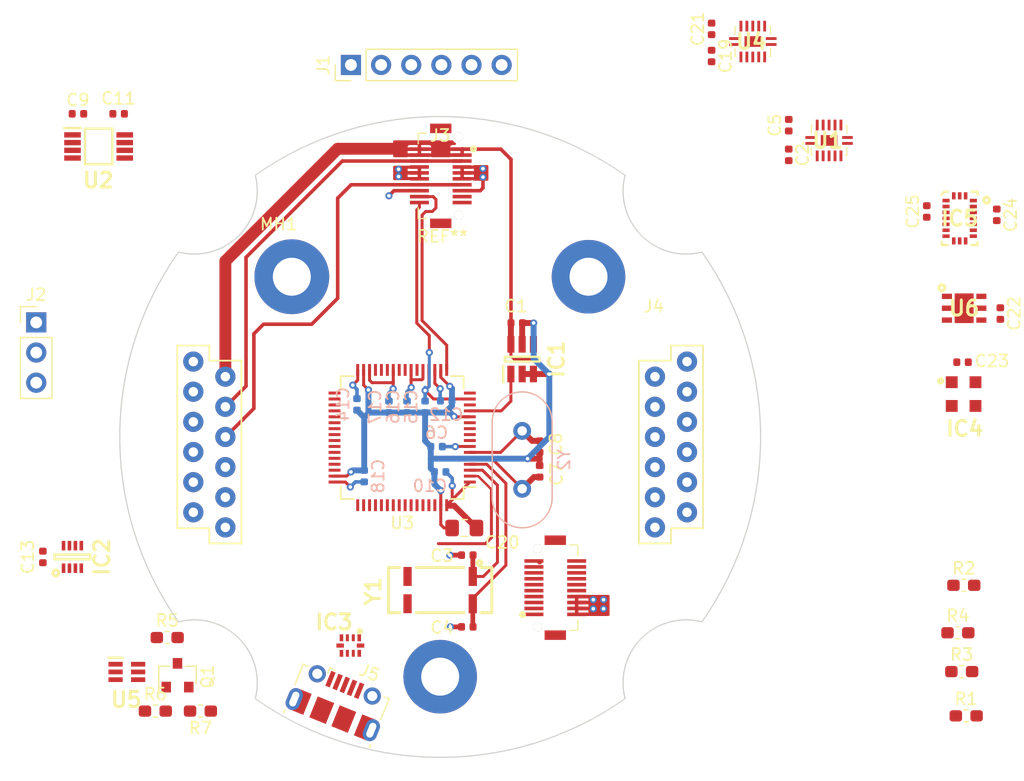
<source format=kicad_pcb>
(kicad_pcb (version 20171130) (host pcbnew "(5.0.0)")

  (general
    (thickness 1.6)
    (drawings 0)
    (tracks 214)
    (zones 0)
    (modules 53)
    (nets 112)
  )

  (page A4)
  (layers
    (0 F.Cu signal)
    (31 B.Cu signal)
    (32 B.Adhes user)
    (33 F.Adhes user)
    (34 B.Paste user)
    (35 F.Paste user)
    (36 B.SilkS user)
    (37 F.SilkS user)
    (38 B.Mask user)
    (39 F.Mask user)
    (40 Dwgs.User user)
    (41 Cmts.User user)
    (42 Eco1.User user)
    (43 Eco2.User user)
    (44 Edge.Cuts user)
    (45 Margin user)
    (46 B.CrtYd user)
    (47 F.CrtYd user)
    (48 B.Fab user)
    (49 F.Fab user)
  )

  (setup
    (last_trace_width 0.2)
    (trace_clearance 0.2)
    (zone_clearance 0.2)
    (zone_45_only no)
    (trace_min 0.2)
    (segment_width 0.2)
    (edge_width 0.15)
    (via_size 0.6)
    (via_drill 0.3)
    (via_min_size 0.4)
    (via_min_drill 0.3)
    (uvia_size 0.3)
    (uvia_drill 0.1)
    (uvias_allowed no)
    (uvia_min_size 0.2)
    (uvia_min_drill 0.1)
    (pcb_text_width 0.3)
    (pcb_text_size 1.5 1.5)
    (mod_edge_width 0.15)
    (mod_text_size 1 1)
    (mod_text_width 0.15)
    (pad_size 1.524 1.524)
    (pad_drill 0.762)
    (pad_to_mask_clearance 0.2)
    (aux_axis_origin 0 0)
    (visible_elements 7FFFF7FF)
    (pcbplotparams
      (layerselection 0x010fc_ffffffff)
      (usegerberextensions false)
      (usegerberattributes false)
      (usegerberadvancedattributes false)
      (creategerberjobfile false)
      (excludeedgelayer true)
      (linewidth 0.100000)
      (plotframeref false)
      (viasonmask false)
      (mode 1)
      (useauxorigin false)
      (hpglpennumber 1)
      (hpglpenspeed 20)
      (hpglpendiameter 15.000000)
      (psnegative false)
      (psa4output false)
      (plotreference true)
      (plotvalue true)
      (plotinvisibletext false)
      (padsonsilk false)
      (subtractmaskfromsilk false)
      (outputformat 1)
      (mirror false)
      (drillshape 1)
      (scaleselection 1)
      (outputdirectory ""))
  )

  (net 0 "")
  (net 1 GND)
  (net 2 +BATT)
  (net 3 +3V3_Internal)
  (net 4 "Net-(C3-Pad1)")
  (net 5 "Net-(C4-Pad1)")
  (net 6 VDD)
  (net 7 /NRST)
  (net 8 "Net-(C7-Pad1)")
  (net 9 "Net-(C8-Pad1)")
  (net 10 +3V3)
  (net 11 /V_SENSE_3V3)
  (net 12 /I_SENSE_5V)
  (net 13 /I_SENSE_BATT)
  (net 14 /+VREF)
  (net 15 /FLASH_CS)
  (net 16 /FLASH_MISO)
  (net 17 /FLASH_MOSI)
  (net 18 /FLASH_SCK)
  (net 19 /SW_OPEN)
  (net 20 /D-)
  (net 21 /D+)
  (net 22 /CHG_ALLOWED)
  (net 23 VBUS)
  (net 24 "Net-(IC3-Pad7)")
  (net 25 "Net-(IC3-Pad8)")
  (net 26 /CHG_DETECT)
  (net 27 "/Sensor presión/SDA")
  (net 28 "/Sensor presión/SCL")
  (net 29 /IMU/ACC_INT)
  (net 30 "Net-(IC5-Pad2)")
  (net 31 "Net-(IC5-Pad5)")
  (net 32 "Net-(IC5-Pad8)")
  (net 33 /IMU/SCL)
  (net 34 /IMU/MAG_INT)
  (net 35 /IMU/SDA)
  (net 36 /IMU/GYRO_INT)
  (net 37 "Net-(IC5-Pad15)")
  (net 38 "Net-(IC5-Pad16)")
  (net 39 "Net-(IC5-Pad18)")
  (net 40 "Net-(IC5-Pad19)")
  (net 41 /SWCLK)
  (net 42 /SWDIO)
  (net 43 /SWO)
  (net 44 "Net-(J2-Pad2)")
  (net 45 +5V)
  (net 46 /ISET)
  (net 47 /SCL)
  (net 48 /SDA)
  (net 49 /V_SENSE_5V)
  (net 50 /I_SENSE_3V3)
  (net 51 /CS)
  (net 52 /SDI)
  (net 53 /SDO)
  (net 54 /S_PARACAIDAS)
  (net 55 /SCLK)
  (net 56 /S_GLOBO)
  (net 57 /CHG)
  (net 58 /CHG_DISABLE)
  (net 59 /P1)
  (net 60 /GPOUT)
  (net 61 /GPS_TX)
  (net 62 /EXT_SDO)
  (net 63 /EXT_SDI)
  (net 64 /EXT_SCLK)
  (net 65 /EXT_CS)
  (net 66 /SCL_EXT)
  (net 67 /SDA_EXT)
  (net 68 /EXT_IO0)
  (net 69 /EXT_IO1)
  (net 70 /EXT_IO2)
  (net 71 /EXT_IO3)
  (net 72 "Net-(J4-Pad5)")
  (net 73 "Net-(J4-Pad6)")
  (net 74 "Net-(J4-Pad7)")
  (net 75 "Net-(J4-Pad8)")
  (net 76 "Net-(J4-Pad9)")
  (net 77 "Net-(J4-Pad10)")
  (net 78 "Net-(J4-Pad11)")
  (net 79 "Net-(J4-Pad12)")
  (net 80 "Net-(J5-Pad4)")
  (net 81 "Net-(Q1-Pad1)")
  (net 82 "Net-(Q1-Pad3)")
  (net 83 /SDA_CHG)
  (net 84 /SCL_CHG)
  (net 85 /SWITCH_IO_V)
  (net 86 /IO0)
  (net 87 /IO1)
  (net 88 /IO2)
  (net 89 /IO3)
  (net 90 "Net-(U1-Pad6)")
  (net 91 /IO_EN)
  (net 92 "Net-(U1-Pad9)")
  (net 93 /I2C_EN)
  (net 94 "Net-(U3-Pad22)")
  (net 95 /SPI_BUFFER_EN)
  (net 96 /IO_A_EN)
  (net 97 /5V_ENABLE)
  (net 98 /3V_ENABLE)
  (net 99 "Net-(U4-Pad9)")
  (net 100 "Net-(U4-Pad6)")
  (net 101 "/Sensor temperatura y humedad/SDA")
  (net 102 "Net-(U6-Pad3)")
  (net 103 "Net-(U6-Pad4)")
  (net 104 "/Sensor temperatura y humedad/SCL")
  (net 105 "Net-(U6-Pad7)")
  (net 106 "Net-(Y1-Pad2)")
  (net 107 "Net-(Y1-Pad3)")
  (net 108 "Net-(J3-Pad41)")
  (net 109 "Net-(J3-Pad42)")
  (net 110 "Net-(J3-Pad43)")
  (net 111 "Net-(J3-Pad44)")

  (net_class Default "Esta es la clase de red por defecto."
    (clearance 0.2)
    (trace_width 0.2)
    (via_dia 0.6)
    (via_drill 0.3)
    (uvia_dia 0.3)
    (uvia_drill 0.1)
    (add_net +3V3)
    (add_net +3V3_Internal)
    (add_net +5V)
    (add_net +BATT)
    (add_net /+VREF)
    (add_net /3V_ENABLE)
    (add_net /5V_ENABLE)
    (add_net /CHG)
    (add_net /CHG_ALLOWED)
    (add_net /CHG_DETECT)
    (add_net /CHG_DISABLE)
    (add_net /CS)
    (add_net /D+)
    (add_net /D-)
    (add_net /EXT_CS)
    (add_net /EXT_IO0)
    (add_net /EXT_IO1)
    (add_net /EXT_IO2)
    (add_net /EXT_IO3)
    (add_net /EXT_SCLK)
    (add_net /EXT_SDI)
    (add_net /EXT_SDO)
    (add_net /FLASH_CS)
    (add_net /FLASH_MISO)
    (add_net /FLASH_MOSI)
    (add_net /FLASH_SCK)
    (add_net /GPOUT)
    (add_net /GPS_TX)
    (add_net /I2C_EN)
    (add_net /IMU/ACC_INT)
    (add_net /IMU/GYRO_INT)
    (add_net /IMU/MAG_INT)
    (add_net /IMU/SCL)
    (add_net /IMU/SDA)
    (add_net /IO0)
    (add_net /IO1)
    (add_net /IO2)
    (add_net /IO3)
    (add_net /IO_A_EN)
    (add_net /IO_EN)
    (add_net /ISET)
    (add_net /I_SENSE_3V3)
    (add_net /I_SENSE_5V)
    (add_net /I_SENSE_BATT)
    (add_net /NRST)
    (add_net /P1)
    (add_net /SCL)
    (add_net /SCLK)
    (add_net /SCL_CHG)
    (add_net /SCL_EXT)
    (add_net /SDA)
    (add_net /SDA_CHG)
    (add_net /SDA_EXT)
    (add_net /SDI)
    (add_net /SDO)
    (add_net /SPI_BUFFER_EN)
    (add_net /SWCLK)
    (add_net /SWDIO)
    (add_net /SWITCH_IO_V)
    (add_net /SWO)
    (add_net /SW_OPEN)
    (add_net /S_GLOBO)
    (add_net /S_PARACAIDAS)
    (add_net "/Sensor presión/SCL")
    (add_net "/Sensor presión/SDA")
    (add_net "/Sensor temperatura y humedad/SCL")
    (add_net "/Sensor temperatura y humedad/SDA")
    (add_net /V_SENSE_3V3)
    (add_net /V_SENSE_5V)
    (add_net GND)
    (add_net "Net-(C3-Pad1)")
    (add_net "Net-(C4-Pad1)")
    (add_net "Net-(C7-Pad1)")
    (add_net "Net-(C8-Pad1)")
    (add_net "Net-(IC3-Pad7)")
    (add_net "Net-(IC3-Pad8)")
    (add_net "Net-(IC5-Pad15)")
    (add_net "Net-(IC5-Pad16)")
    (add_net "Net-(IC5-Pad18)")
    (add_net "Net-(IC5-Pad19)")
    (add_net "Net-(IC5-Pad2)")
    (add_net "Net-(IC5-Pad5)")
    (add_net "Net-(IC5-Pad8)")
    (add_net "Net-(J2-Pad2)")
    (add_net "Net-(J3-Pad41)")
    (add_net "Net-(J3-Pad42)")
    (add_net "Net-(J3-Pad43)")
    (add_net "Net-(J3-Pad44)")
    (add_net "Net-(J4-Pad10)")
    (add_net "Net-(J4-Pad11)")
    (add_net "Net-(J4-Pad12)")
    (add_net "Net-(J4-Pad5)")
    (add_net "Net-(J4-Pad6)")
    (add_net "Net-(J4-Pad7)")
    (add_net "Net-(J4-Pad8)")
    (add_net "Net-(J4-Pad9)")
    (add_net "Net-(J5-Pad4)")
    (add_net "Net-(Q1-Pad1)")
    (add_net "Net-(Q1-Pad3)")
    (add_net "Net-(U1-Pad6)")
    (add_net "Net-(U1-Pad9)")
    (add_net "Net-(U3-Pad22)")
    (add_net "Net-(U4-Pad6)")
    (add_net "Net-(U4-Pad9)")
    (add_net "Net-(U6-Pad3)")
    (add_net "Net-(U6-Pad4)")
    (add_net "Net-(U6-Pad7)")
    (add_net "Net-(Y1-Pad2)")
    (add_net "Net-(Y1-Pad3)")
    (add_net VBUS)
    (add_net VDD)
  )

  (module Capacitor_SMD:C_0402_1005Metric (layer F.Cu) (tedit 5B301BBE) (tstamp 5BCAAE3D)
    (at 2.286 9.9568 180)
    (descr "Capacitor SMD 0402 (1005 Metric), square (rectangular) end terminal, IPC_7351 nominal, (Body size source: http://www.tortai-tech.com/upload/download/2011102023233369053.pdf), generated with kicad-footprint-generator")
    (tags capacitor)
    (path /5BC94AEA)
    (attr smd)
    (fp_text reference C3 (at 2.1336 -0.0508 180) (layer F.SilkS)
      (effects (font (size 1 1) (thickness 0.15)))
    )
    (fp_text value 4.3pF (at 0 1.17 180) (layer F.Fab)
      (effects (font (size 1 1) (thickness 0.15)))
    )
    (fp_text user %R (at 2.309 0.1524 180) (layer F.Fab)
      (effects (font (size 0.25 0.25) (thickness 0.04)))
    )
    (fp_line (start 0.93 0.47) (end -0.93 0.47) (layer F.CrtYd) (width 0.05))
    (fp_line (start 0.93 -0.47) (end 0.93 0.47) (layer F.CrtYd) (width 0.05))
    (fp_line (start -0.93 -0.47) (end 0.93 -0.47) (layer F.CrtYd) (width 0.05))
    (fp_line (start -0.93 0.47) (end -0.93 -0.47) (layer F.CrtYd) (width 0.05))
    (fp_line (start 0.5 0.25) (end -0.5 0.25) (layer F.Fab) (width 0.1))
    (fp_line (start 0.5 -0.25) (end 0.5 0.25) (layer F.Fab) (width 0.1))
    (fp_line (start -0.5 -0.25) (end 0.5 -0.25) (layer F.Fab) (width 0.1))
    (fp_line (start -0.5 0.25) (end -0.5 -0.25) (layer F.Fab) (width 0.1))
    (pad 2 smd roundrect (at 0.485 0 180) (size 0.59 0.64) (layers F.Cu F.Paste F.Mask) (roundrect_rratio 0.25)
      (net 1 GND))
    (pad 1 smd roundrect (at -0.485 0 180) (size 0.59 0.64) (layers F.Cu F.Paste F.Mask) (roundrect_rratio 0.25)
      (net 4 "Net-(C3-Pad1)"))
    (model ${KISYS3DMOD}/Capacitor_SMD.3dshapes/C_0402_1005Metric.wrl
      (at (xyz 0 0 0))
      (scale (xyz 1 1 1))
      (rotate (xyz 0 0 0))
    )
  )

  (module AXTEC:Conector_PCB_B-C_Lado_C (layer F.Cu) (tedit 5BD78FCD) (tstamp 5BD792C5)
    (at 0 0)
    (path /5BE8F6F3)
    (fp_text reference J3 (at 0 -25.4) (layer F.SilkS)
      (effects (font (size 1 1) (thickness 0.15)))
    )
    (fp_text value Conector_PCB_B-C (at 0 -23.5) (layer F.Fab)
      (effects (font (size 1 1) (thickness 0.15)))
    )
    (fp_line (start 11.6 16.3) (end 10.9 16.3) (layer F.SilkS) (width 0.1))
    (fp_line (start 11.6 10) (end 11.6 9.1) (layer F.SilkS) (width 0.1))
    (fp_line (start 11.6 9.1) (end 10.9 9.1) (layer F.SilkS) (width 0.1))
    (fp_circle (center 6.943 14.975) (end 6.978 14.975) (layer F.SilkS) (width 0.254))
    (fp_line (start 11.6 9.1) (end 11.6 16.3) (layer Dwgs.User) (width 0.2))
    (fp_line (start 7.8 16.3) (end 7.8 9.1) (layer Dwgs.User) (width 0.2))
    (fp_line (start 7.8 9.1) (end 11.6 9.1) (layer Dwgs.User) (width 0.2))
    (fp_line (start 11.6 16.3) (end 7.8 16.3) (layer Dwgs.User) (width 0.2))
    (fp_line (start 11.6 15.4) (end 11.6 16.3) (layer F.SilkS) (width 0.1))
    (fp_line (start -1.85 -25.6) (end -1.15 -25.6) (layer F.SilkS) (width 0.1))
    (fp_line (start -1.85 -19.3) (end -1.85 -18.4) (layer F.SilkS) (width 0.1))
    (fp_line (start -1.85 -18.4) (end -1.15 -18.4) (layer F.SilkS) (width 0.1))
    (fp_circle (center 2.807 -24.275) (end 2.807 -24.24) (layer F.SilkS) (width 0.254))
    (fp_line (start -1.85 -18.4) (end -1.85 -25.6) (layer Dwgs.User) (width 0.2))
    (fp_line (start 1.95 -25.6) (end 1.95 -18.4) (layer Dwgs.User) (width 0.2))
    (fp_line (start 1.95 -18.4) (end -1.85 -18.4) (layer Dwgs.User) (width 0.2))
    (fp_line (start -1.85 -25.6) (end 1.95 -25.6) (layer Dwgs.User) (width 0.2))
    (fp_line (start -1.85 -24.7) (end -1.85 -25.6) (layer F.SilkS) (width 0.1))
    (pad 22 smd rect (at 7.9 14.45 90) (size 0.3 1.6) (layers F.Cu F.Paste F.Mask)
      (net 61 /GPS_TX))
    (pad 23 smd rect (at 7.9 13.95 90) (size 0.3 1.6) (layers F.Cu F.Paste F.Mask)
      (net 59 /P1))
    (pad 21 smd rect (at 7.9 14.95 90) (size 0.3 1.6) (layers F.Cu F.Paste F.Mask)
      (net 13 /I_SENSE_BATT))
    (pad 24 smd rect (at 7.9 13.45 90) (size 0.3 1.6) (layers F.Cu F.Paste F.Mask)
      (net 55 /SCLK))
    (pad 25 smd rect (at 7.9 12.95 90) (size 0.3 1.6) (layers F.Cu F.Paste F.Mask)
      (net 51 /CS))
    (pad 26 smd rect (at 7.9 12.45 90) (size 0.3 1.6) (layers F.Cu F.Paste F.Mask)
      (net 52 /SDI))
    (pad 27 smd rect (at 7.9 11.95 90) (size 0.3 1.6) (layers F.Cu F.Paste F.Mask)
      (net 53 /SDO))
    (pad 35 smd rect (at 11.5 12.45 90) (size 0.3 1.6) (layers F.Cu F.Paste F.Mask)
      (net 57 /CHG))
    (pad 39 smd rect (at 11.5 14.45 90) (size 0.3 1.6) (layers F.Cu F.Paste F.Mask)
      (net 1 GND))
    (pad 48 thru_hole circle (at 8.2 9.4 180) (size 0.75 0.75) (drill 0.75) (layers *.Cu *.Mask F.SilkS))
    (pad 34 smd rect (at 11.5 11.95 90) (size 0.3 1.6) (layers F.Cu F.Paste F.Mask)
      (net 46 /ISET))
    (pad 37 smd rect (at 11.5 13.45 90) (size 0.3 1.6) (layers F.Cu F.Paste F.Mask)
      (net 1 GND))
    (pad 47 thru_hole circle (at 8.2 16 180) (size 0.75 0.75) (drill 0.75) (layers *.Cu *.Mask F.SilkS))
    (pad 33 smd rect (at 11.5 11.45 90) (size 0.3 1.6) (layers F.Cu F.Paste F.Mask)
      (net 58 /CHG_DISABLE))
    (pad 44 smd rect (at 9.7 8.7 90) (size 0.8 1.8) (layers F.Cu F.Paste F.Mask)
      (net 111 "Net-(J3-Pad44)"))
    (pad 36 smd rect (at 11.5 12.95 90) (size 0.3 1.6) (layers F.Cu F.Paste F.Mask)
      (net 1 GND))
    (pad 40 smd rect (at 11.5 14.95 90) (size 0.3 1.6) (layers F.Cu F.Paste F.Mask)
      (net 1 GND))
    (pad 32 smd rect (at 11.5 10.95 90) (size 0.3 1.6) (layers F.Cu F.Paste F.Mask)
      (net 47 /SCL))
    (pad 30 smd rect (at 7.9 10.45 90) (size 0.3 1.6) (layers F.Cu F.Paste F.Mask)
      (net 60 /GPOUT))
    (pad 31 smd rect (at 11.5 10.45 90) (size 0.3 1.6) (layers F.Cu F.Paste F.Mask)
      (net 48 /SDA))
    (pad 43 smd rect (at 9.7 16.7 90) (size 0.8 1.8) (layers F.Cu F.Paste F.Mask)
      (net 110 "Net-(J3-Pad43)"))
    (pad 38 smd rect (at 11.5 13.95 90) (size 0.3 1.6) (layers F.Cu F.Paste F.Mask)
      (net 1 GND))
    (pad 28 smd rect (at 7.9 11.45 90) (size 0.3 1.6) (layers F.Cu F.Paste F.Mask)
      (net 54 /S_PARACAIDAS))
    (pad 29 smd rect (at 7.9 10.95 90) (size 0.3 1.6) (layers F.Cu F.Paste F.Mask)
      (net 56 /S_GLOBO))
    (pad 2 smd rect (at 1.85 -23.75 270) (size 0.3 1.6) (layers F.Cu F.Paste F.Mask)
      (net 2 +BATT))
    (pad 3 smd rect (at 1.85 -23.25 270) (size 0.3 1.6) (layers F.Cu F.Paste F.Mask)
      (net 10 +3V3))
    (pad 1 smd rect (at 1.85 -24.25 270) (size 0.3 1.6) (layers F.Cu F.Paste F.Mask)
      (net 2 +BATT))
    (pad 4 smd rect (at 1.85 -22.75 270) (size 0.3 1.6) (layers F.Cu F.Paste F.Mask)
      (net 1 GND))
    (pad 5 smd rect (at 1.85 -22.25 270) (size 0.3 1.6) (layers F.Cu F.Paste F.Mask)
      (net 1 GND))
    (pad 6 smd rect (at 1.85 -21.75 270) (size 0.3 1.6) (layers F.Cu F.Paste F.Mask)
      (net 1 GND))
    (pad 7 smd rect (at 1.85 -21.25 270) (size 0.3 1.6) (layers F.Cu F.Paste F.Mask)
      (net 45 +5V))
    (pad 15 smd rect (at -1.75 -21.75 270) (size 0.3 1.6) (layers F.Cu F.Paste F.Mask)
      (net 1 GND))
    (pad 19 smd rect (at -1.75 -23.75 270) (size 0.3 1.6) (layers F.Cu F.Paste F.Mask)
      (net 2 +BATT))
    (pad 46 thru_hole circle (at 1.55 -18.7) (size 0.75 0.75) (drill 0.75) (layers *.Cu *.Mask F.SilkS))
    (pad 14 smd rect (at -1.75 -21.25 270) (size 0.3 1.6) (layers F.Cu F.Paste F.Mask)
      (net 45 +5V))
    (pad 17 smd rect (at -1.75 -22.75 270) (size 0.3 1.6) (layers F.Cu F.Paste F.Mask)
      (net 1 GND))
    (pad 45 thru_hole circle (at 1.55 -25.3) (size 0.75 0.75) (drill 0.75) (layers *.Cu *.Mask F.SilkS))
    (pad 13 smd rect (at -1.75 -20.75 270) (size 0.3 1.6) (layers F.Cu F.Paste F.Mask)
      (net 1 GND))
    (pad 42 smd rect (at 0.05 -18 270) (size 0.8 1.8) (layers F.Cu F.Paste F.Mask)
      (net 109 "Net-(J3-Pad42)"))
    (pad 16 smd rect (at -1.75 -22.25 270) (size 0.3 1.6) (layers F.Cu F.Paste F.Mask)
      (net 1 GND))
    (pad 20 smd rect (at -1.75 -24.25 270) (size 0.3 1.6) (layers F.Cu F.Paste F.Mask)
      (net 2 +BATT))
    (pad 12 smd rect (at -1.75 -20.25 270) (size 0.3 1.6) (layers F.Cu F.Paste F.Mask)
      (net 49 /V_SENSE_5V))
    (pad 10 smd rect (at 1.85 -19.75 270) (size 0.3 1.6) (layers F.Cu F.Paste F.Mask)
      (net 50 /I_SENSE_3V3))
    (pad 11 smd rect (at -1.75 -19.75 270) (size 0.3 1.6) (layers F.Cu F.Paste F.Mask)
      (net 11 /V_SENSE_3V3))
    (pad 41 smd rect (at 0.05 -26 270) (size 0.8 1.8) (layers F.Cu F.Paste F.Mask)
      (net 108 "Net-(J3-Pad41)"))
    (pad 18 smd rect (at -1.75 -23.25 270) (size 0.3 1.6) (layers F.Cu F.Paste F.Mask)
      (net 10 +3V3))
    (pad 8 smd rect (at 1.85 -20.75 270) (size 0.3 1.6) (layers F.Cu F.Paste F.Mask)
      (net 1 GND))
    (pad 9 smd rect (at 1.85 -20.25 270) (size 0.3 1.6) (layers F.Cu F.Paste F.Mask)
      (net 12 /I_SENSE_5V))
  )

  (module AXTEC:PCB_mayor_diametro locked (layer F.Cu) (tedit 5BC8D748) (tstamp 5BD843DD)
    (at 0 0)
    (fp_text reference REF** (at 0.2 -16.9) (layer F.SilkS)
      (effects (font (size 1 1) (thickness 0.15)))
    )
    (fp_text value PCB_mayor_diametro (at 0.05 -13.3) (layer F.Fab)
      (effects (font (size 1 1) (thickness 0.15)))
    )
    (fp_line (start -15.499331 -19.751839) (end -15.47029 -19.925613) (layer Edge.Cuts) (width 0.1))
    (fp_line (start -15.860906 -18.576221) (end -15.792569 -18.738779) (layer Edge.Cuts) (width 0.1))
    (fp_line (start -15.417951 -20.452486) (end -15.412231 -20.629477) (layer Edge.Cuts) (width 0.1))
    (fp_line (start -15.473351 -21.518152) (end -15.503795 -21.695616) (layer Edge.Cuts) (width 0.1))
    (fp_line (start -15.449033 -21.340405) (end -15.473351 -21.518152) (layer Edge.Cuts) (width 0.1))
    (fp_line (start -15.540404 -21.87265) (end -15.583218 -22.04911) (layer Edge.Cuts) (width 0.1))
    (fp_line (start -15.44702 -20.100409) (end -15.42956 -20.276082) (layer Edge.Cuts) (width 0.1))
    (fp_line (start -15.418617 -20.984639) (end -15.430801 -21.162519) (layer Edge.Cuts) (width 0.1))
    (fp_line (start -15.620689 -19.238099) (end -15.57457 -19.407937) (layer Edge.Cuts) (width 0.1))
    (fp_line (start -15.534105 -19.579232) (end -15.499331 -19.751839) (layer Edge.Cuts) (width 0.1))
    (fp_line (start -15.41244 -20.80691) (end -15.418617 -20.984639) (layer Edge.Cuts) (width 0.1))
    (fp_line (start -15.792569 -18.738779) (end -15.729728 -18.903375) (layer Edge.Cuts) (width 0.1))
    (fp_line (start -15.42956 -20.276082) (end -15.417951 -20.452486) (layer Edge.Cuts) (width 0.1))
    (fp_line (start -15.503795 -21.695616) (end -15.540404 -21.87265) (layer Edge.Cuts) (width 0.1))
    (fp_line (start -15.57457 -19.407937) (end -15.534105 -19.579232) (layer Edge.Cuts) (width 0.1))
    (fp_line (start -15.729728 -18.903375) (end -15.672421 -19.069863) (layer Edge.Cuts) (width 0.1))
    (fp_line (start -15.430801 -21.162519) (end -15.449033 -21.340405) (layer Edge.Cuts) (width 0.1))
    (fp_line (start -15.934698 -18.415845) (end -15.860906 -18.576221) (layer Edge.Cuts) (width 0.1))
    (fp_line (start -15.412231 -20.629477) (end -15.41244 -20.80691) (layer Edge.Cuts) (width 0.1))
    (fp_line (start -15.47029 -19.925613) (end -15.44702 -20.100409) (layer Edge.Cuts) (width 0.1))
    (fp_line (start -15.672421 -19.069863) (end -15.620689 -19.238099) (layer Edge.Cuts) (width 0.1))
    (fp_line (start -1.583446 -26.953629) (end -2.636968 -26.8712) (layer Edge.Cuts) (width 0.1))
    (fp_line (start -2.636968 -26.8712) (end -3.687321 -26.747557) (layer Edge.Cuts) (width 0.1))
    (fp_line (start 5.773465 -26.376623) (end 4.733248 -26.582696) (layer Edge.Cuts) (width 0.1))
    (fp_line (start 9.851963 -25.140187) (end 8.847228 -25.511118) (layer Edge.Cuts) (width 0.1))
    (fp_line (start 13.737851 -23.244319) (end 12.788872 -23.780108) (layer Edge.Cuts) (width 0.1))
    (fp_line (start 14.669724 -22.667316) (end 13.737851 -23.244319) (layer Edge.Cuts) (width 0.1))
    (fp_line (start 10.84466 -24.728042) (end 9.851963 -25.140187) (layer Edge.Cuts) (width 0.1))
    (fp_line (start 11.824052 -24.274682) (end 10.84466 -24.728042) (layer Edge.Cuts) (width 0.1))
    (fp_line (start -11.824046 -24.274691) (end -12.788865 -23.780118) (layer Edge.Cuts) (width 0.1))
    (fp_line (start 7.831722 -25.840834) (end 6.806711 -26.129336) (layer Edge.Cuts) (width 0.1))
    (fp_line (start -10.844653 -24.72805) (end -11.824046 -24.274691) (layer Edge.Cuts) (width 0.1))
    (fp_line (start -3.687321 -26.747557) (end -4.73324 -26.5827) (layer Edge.Cuts) (width 0.1))
    (fp_line (start -9.851956 -25.140195) (end -10.844653 -24.72805) (layer Edge.Cuts) (width 0.1))
    (fp_line (start -8.84722 -25.511125) (end -9.851956 -25.140195) (layer Edge.Cuts) (width 0.1))
    (fp_line (start -7.831714 -25.84084) (end -8.84722 -25.511125) (layer Edge.Cuts) (width 0.1))
    (fp_line (start -6.806703 -26.129341) (end -7.831714 -25.84084) (layer Edge.Cuts) (width 0.1))
    (fp_line (start 8.847228 -25.511118) (end 7.831722 -25.840834) (layer Edge.Cuts) (width 0.1))
    (fp_line (start -5.773456 -26.376628) (end -6.806703 -26.129341) (layer Edge.Cuts) (width 0.1))
    (fp_line (start 0.528032 -26.994843) (end -0.528024 -26.994843) (layer Edge.Cuts) (width 0.1))
    (fp_line (start 4.733248 -26.582696) (end 3.68733 -26.747554) (layer Edge.Cuts) (width 0.1))
    (fp_line (start -0.528024 -26.994843) (end -1.583446 -26.953629) (layer Edge.Cuts) (width 0.1))
    (fp_line (start -4.73324 -26.5827) (end -5.773456 -26.376628) (layer Edge.Cuts) (width 0.1))
    (fp_line (start 2.636976 -26.871198) (end 1.583455 -26.953628) (layer Edge.Cuts) (width 0.1))
    (fp_line (start 3.68733 -26.747554) (end 2.636976 -26.871198) (layer Edge.Cuts) (width 0.1))
    (fp_line (start 15.583223 -22.049098) (end 14.669724 -22.667316) (layer Edge.Cuts) (width 0.1))
    (fp_line (start 6.806711 -26.129336) (end 5.773465 -26.376623) (layer Edge.Cuts) (width 0.1))
    (fp_line (start 1.583455 -26.953628) (end 0.528032 -26.994843) (layer Edge.Cuts) (width 0.1))
    (fp_line (start 12.788872 -23.780108) (end 11.824052 -24.274682) (layer Edge.Cuts) (width 0.1))
    (fp_line (start -12.788865 -23.780118) (end -13.737845 -23.24433) (layer Edge.Cuts) (width 0.1))
    (fp_line (start 17.949255 -16.188419) (end 18.102212 -16.098495) (layer Edge.Cuts) (width 0.1))
    (fp_line (start 16.716734 -17.228812) (end 16.837858 -17.094609) (layer Edge.Cuts) (width 0.1))
    (fp_line (start 17.651775 -16.384124) (end 17.799061 -16.283642) (layer Edge.Cuts) (width 0.1))
    (fp_line (start 17.228816 -16.71673) (end 17.366507 -16.600707) (layer Edge.Cuts) (width 0.1))
    (fp_line (start 16.837858 -17.094609) (end 16.964044 -16.96404) (layer Edge.Cuts) (width 0.1))
    (fp_line (start 15.430806 -21.162506) (end 15.418621 -20.984626) (layer Edge.Cuts) (width 0.1))
    (fp_line (start 16.600711 -17.366503) (end 16.716734 -17.228812) (layer Edge.Cuts) (width 0.1))
    (fp_line (start 16.188423 -17.949251) (end 16.283646 -17.799057) (layer Edge.Cuts) (width 0.1))
    (fp_line (start 15.934703 -18.415832) (end 16.013912 -18.257784) (layer Edge.Cuts) (width 0.1))
    (fp_line (start 15.574574 -19.407924) (end 15.620693 -19.238086) (layer Edge.Cuts) (width 0.1))
    (fp_line (start 15.540409 -21.872638) (end 15.5038 -21.695604) (layer Edge.Cuts) (width 0.1))
    (fp_line (start 15.470294 -19.9256) (end 15.499336 -19.751826) (layer Edge.Cuts) (width 0.1))
    (fp_line (start 16.098499 -18.102208) (end 16.188423 -17.949251) (layer Edge.Cuts) (width 0.1))
    (fp_line (start 15.86091 -18.576207) (end 15.934703 -18.415832) (layer Edge.Cuts) (width 0.1))
    (fp_line (start 15.583223 -22.049098) (end 15.540409 -21.872638) (layer Edge.Cuts) (width 0.1))
    (fp_line (start 15.412444 -20.806897) (end 15.412235 -20.629465) (layer Edge.Cuts) (width 0.1))
    (fp_line (start -14.669719 -22.667327) (end -15.583218 -22.04911) (layer Edge.Cuts) (width 0.1))
    (fp_line (start 15.729732 -18.903362) (end 15.792573 -18.738766) (layer Edge.Cuts) (width 0.1))
    (fp_line (start 15.447024 -20.100396) (end 15.470294 -19.9256) (layer Edge.Cuts) (width 0.1))
    (fp_line (start 18.257788 -16.013908) (end 18.415836 -15.934699) (layer Edge.Cuts) (width 0.1))
    (fp_line (start 16.964044 -16.96404) (end 17.094613 -16.837854) (layer Edge.Cuts) (width 0.1))
    (fp_line (start 15.417955 -20.452474) (end 15.429565 -20.276069) (layer Edge.Cuts) (width 0.1))
    (fp_line (start 15.499336 -19.751826) (end 15.534109 -19.579219) (layer Edge.Cuts) (width 0.1))
    (fp_line (start 17.507542 -16.489825) (end 17.651775 -16.384124) (layer Edge.Cuts) (width 0.1))
    (fp_line (start 16.489829 -17.507538) (end 16.600711 -17.366503) (layer Edge.Cuts) (width 0.1))
    (fp_line (start 16.384128 -17.651771) (end 16.489829 -17.507538) (layer Edge.Cuts) (width 0.1))
    (fp_line (start 15.672425 -19.06985) (end 15.729732 -18.903362) (layer Edge.Cuts) (width 0.1))
    (fp_line (start 15.418621 -20.984626) (end 15.412444 -20.806897) (layer Edge.Cuts) (width 0.1))
    (fp_line (start 15.412235 -20.629465) (end 15.417955 -20.452474) (layer Edge.Cuts) (width 0.1))
    (fp_line (start 17.799061 -16.283642) (end 17.949255 -16.188419) (layer Edge.Cuts) (width 0.1))
    (fp_line (start 16.283646 -17.799057) (end 16.384128 -17.651771) (layer Edge.Cuts) (width 0.1))
    (fp_line (start 15.449038 -21.340393) (end 15.430806 -21.162506) (layer Edge.Cuts) (width 0.1))
    (fp_line (start 15.473356 -21.51814) (end 15.449038 -21.340393) (layer Edge.Cuts) (width 0.1))
    (fp_line (start 17.094613 -16.837854) (end 17.228816 -16.71673) (layer Edge.Cuts) (width 0.1))
    (fp_line (start 15.534109 -19.579219) (end 15.574574 -19.407924) (layer Edge.Cuts) (width 0.1))
    (fp_line (start 17.366507 -16.600707) (end 17.507542 -16.489825) (layer Edge.Cuts) (width 0.1))
    (fp_line (start 16.013912 -18.257784) (end 16.098499 -18.102208) (layer Edge.Cuts) (width 0.1))
    (fp_line (start 15.792573 -18.738766) (end 15.86091 -18.576207) (layer Edge.Cuts) (width 0.1))
    (fp_line (start 15.620693 -19.238086) (end 15.672425 -19.06985) (layer Edge.Cuts) (width 0.1))
    (fp_line (start 15.429565 -20.276069) (end 15.447024 -20.100396) (layer Edge.Cuts) (width 0.1))
    (fp_line (start -13.737845 -23.24433) (end -14.669719 -22.667327) (layer Edge.Cuts) (width 0.1))
    (fp_line (start 15.5038 -21.695604) (end 15.473356 -21.51814) (layer Edge.Cuts) (width 0.1))
    (fp_line (start 18.73877 -15.792569) (end 18.903366 -15.729728) (layer Edge.Cuts) (width 0.1))
    (fp_line (start 18.576211 -15.860906) (end 18.73877 -15.792569) (layer Edge.Cuts) (width 0.1))
    (fp_line (start 18.415836 -15.934699) (end 18.576211 -15.860906) (layer Edge.Cuts) (width 0.1))
    (fp_line (start 18.102212 -16.098495) (end 18.257788 -16.013908) (layer Edge.Cuts) (width 0.1))
    (fp_line (start -24.274682 -11.824059) (end -24.728042 -10.844667) (layer Edge.Cuts) (width 0.1))
    (fp_line (start -26.129337 -6.806715) (end -26.376625 -5.773468) (layer Edge.Cuts) (width 0.1))
    (fp_line (start -19.407928 15.574578) (end -19.579223 15.534113) (layer Edge.Cuts) (width 0.1))
    (fp_line (start -19.75183 15.49934) (end -19.925604 15.470298) (layer Edge.Cuts) (width 0.1))
    (fp_line (start -21.16251 15.43081) (end -21.340397 15.449042) (layer Edge.Cuts) (width 0.1))
    (fp_line (start -26.376625 -5.773468) (end -26.582697 -4.733251) (layer Edge.Cuts) (width 0.1))
    (fp_line (start -22.049096 -15.583232) (end -22.667314 -14.669733) (layer Edge.Cuts) (width 0.1))
    (fp_line (start -23.780107 -12.788879) (end -24.274682 -11.824059) (layer Edge.Cuts) (width 0.1))
    (fp_line (start -21.340397 15.449042) (end -21.518144 15.47336) (layer Edge.Cuts) (width 0.1))
    (fp_line (start -19.579223 15.534113) (end -19.75183 15.49934) (layer Edge.Cuts) (width 0.1))
    (fp_line (start -22.667314 -14.669733) (end -23.244318 -13.737859) (layer Edge.Cuts) (width 0.1))
    (fp_line (start -26.12934 6.806708) (end -25.840838 7.831719) (layer Edge.Cuts) (width 0.1))
    (fp_line (start -26.871201 2.63697) (end -26.747557 3.687324) (layer Edge.Cuts) (width 0.1))
    (fp_line (start -26.953629 -1.583455) (end -26.994844 -0.528032) (layer Edge.Cuts) (width 0.1))
    (fp_line (start -21.872642 15.540413) (end -22.049102 15.583227) (layer Edge.Cuts) (width 0.1))
    (fp_line (start -26.582697 -4.733251) (end -26.747556 -3.687332) (layer Edge.Cuts) (width 0.1))
    (fp_line (start -23.244318 -13.737859) (end -23.780107 -12.788879) (layer Edge.Cuts) (width 0.1))
    (fp_line (start -20.452478 15.417959) (end -20.629469 15.412239) (layer Edge.Cuts) (width 0.1))
    (fp_line (start -19.069854 15.672429) (end -19.23809 15.620697) (layer Edge.Cuts) (width 0.1))
    (fp_line (start -25.140188 -9.851969) (end -25.511119 -8.847233) (layer Edge.Cuts) (width 0.1))
    (fp_line (start -24.728042 -10.844667) (end -25.140188 -9.851969) (layer Edge.Cuts) (width 0.1))
    (fp_line (start -18.576211 15.860914) (end -18.73877 15.792577) (layer Edge.Cuts) (width 0.1))
    (fp_line (start -20.276073 15.429569) (end -20.452478 15.417959) (layer Edge.Cuts) (width 0.1))
    (fp_line (start -21.695608 15.503804) (end -21.872642 15.540413) (layer Edge.Cuts) (width 0.1))
    (fp_line (start -25.511119 -8.847233) (end -25.840835 -7.831726) (layer Edge.Cuts) (width 0.1))
    (fp_line (start -20.629469 15.412239) (end -20.806901 15.412448) (layer Edge.Cuts) (width 0.1))
    (fp_line (start -20.806901 15.412448) (end -20.98463 15.418625) (layer Edge.Cuts) (width 0.1))
    (fp_line (start -18.73877 15.792577) (end -18.903366 15.729736) (layer Edge.Cuts) (width 0.1))
    (fp_line (start -26.95363 1.583448) (end -26.871201 2.63697) (layer Edge.Cuts) (width 0.1))
    (fp_line (start -25.140191 9.851962) (end -24.728046 10.84466) (layer Edge.Cuts) (width 0.1))
    (fp_line (start -25.840838 7.831719) (end -25.511122 8.847226) (layer Edge.Cuts) (width 0.1))
    (fp_line (start -19.23809 15.620697) (end -19.407928 15.574578) (layer Edge.Cuts) (width 0.1))
    (fp_line (start -18.903366 15.729736) (end -19.069854 15.672429) (layer Edge.Cuts) (width 0.1))
    (fp_line (start -26.8712 -2.636977) (end -26.953629 -1.583455) (layer Edge.Cuts) (width 0.1))
    (fp_line (start -26.582699 4.733244) (end -26.376627 5.773461) (layer Edge.Cuts) (width 0.1))
    (fp_line (start -25.840835 -7.831726) (end -26.129337 -6.806715) (layer Edge.Cuts) (width 0.1))
    (fp_line (start -20.98463 15.418625) (end -21.16251 15.43081) (layer Edge.Cuts) (width 0.1))
    (fp_line (start -19.925604 15.470298) (end -20.1004 15.447028) (layer Edge.Cuts) (width 0.1))
    (fp_line (start -26.376627 5.773461) (end -26.12934 6.806708) (layer Edge.Cuts) (width 0.1))
    (fp_line (start -26.994844 0.528025) (end -26.95363 1.583448) (layer Edge.Cuts) (width 0.1))
    (fp_line (start -21.518144 15.47336) (end -21.695608 15.503804) (layer Edge.Cuts) (width 0.1))
    (fp_line (start -25.511122 8.847226) (end -25.140191 9.851962) (layer Edge.Cuts) (width 0.1))
    (fp_line (start -26.747557 3.687324) (end -26.582699 4.733244) (layer Edge.Cuts) (width 0.1))
    (fp_line (start -20.1004 15.447028) (end -20.276073 15.429569) (layer Edge.Cuts) (width 0.1))
    (fp_line (start -26.994844 -0.528032) (end -26.994844 0.528025) (layer Edge.Cuts) (width 0.1))
    (fp_line (start -26.747556 -3.687332) (end -26.8712 -2.636977) (layer Edge.Cuts) (width 0.1))
    (fp_line (start -16.013908 -18.257797) (end -15.934698 -18.415845) (layer Edge.Cuts) (width 0.1))
    (fp_line (start -19.069849 -15.672436) (end -18.903361 -15.729742) (layer Edge.Cuts) (width 0.1))
    (fp_line (start -16.098495 -18.102222) (end -16.013908 -18.257797) (layer Edge.Cuts) (width 0.1))
    (fp_line (start -16.188419 -17.949265) (end -16.098495 -18.102222) (layer Edge.Cuts) (width 0.1))
    (fp_line (start -19.238085 -15.620704) (end -19.069849 -15.672436) (layer Edge.Cuts) (width 0.1))
    (fp_line (start -19.579218 -15.534119) (end -19.407923 -15.574585) (layer Edge.Cuts) (width 0.1))
    (fp_line (start -17.094609 -16.837868) (end -16.96404 -16.964054) (layer Edge.Cuts) (width 0.1))
    (fp_line (start -16.283642 -17.79907) (end -16.188419 -17.949265) (layer Edge.Cuts) (width 0.1))
    (fp_line (start -16.384124 -17.651784) (end -16.283642 -17.79907) (layer Edge.Cuts) (width 0.1))
    (fp_line (start -21.340391 -15.449047) (end -21.162504 -15.430816) (layer Edge.Cuts) (width 0.1))
    (fp_line (start -23.780112 12.788873) (end -23.244323 13.737854) (layer Edge.Cuts) (width 0.1))
    (fp_line (start -16.489825 -17.507551) (end -16.384124 -17.651784) (layer Edge.Cuts) (width 0.1))
    (fp_line (start -20.629463 -15.412246) (end -20.452472 -15.417966) (layer Edge.Cuts) (width 0.1))
    (fp_line (start -16.71673 -17.228826) (end -16.600707 -17.366517) (layer Edge.Cuts) (width 0.1))
    (fp_line (start -16.837854 -17.094623) (end -16.71673 -17.228826) (layer Edge.Cuts) (width 0.1))
    (fp_line (start -21.872636 -15.540418) (end -21.695602 -15.503809) (layer Edge.Cuts) (width 0.1))
    (fp_line (start -24.728046 10.84466) (end -24.274687 11.824053) (layer Edge.Cuts) (width 0.1))
    (fp_line (start -19.407923 -15.574585) (end -19.238085 -15.620704) (layer Edge.Cuts) (width 0.1))
    (fp_line (start -21.695602 -15.503809) (end -21.518138 -15.473365) (layer Edge.Cuts) (width 0.1))
    (fp_line (start -20.452472 -15.417966) (end -20.276068 -15.429575) (layer Edge.Cuts) (width 0.1))
    (fp_line (start -16.96404 -16.964054) (end -16.837854 -17.094623) (layer Edge.Cuts) (width 0.1))
    (fp_line (start -17.507537 -16.48984) (end -17.366503 -16.600721) (layer Edge.Cuts) (width 0.1))
    (fp_line (start -17.799056 -16.283656) (end -17.65177 -16.384138) (layer Edge.Cuts) (width 0.1))
    (fp_line (start -17.366503 -16.600721) (end -17.228812 -16.716744) (layer Edge.Cuts) (width 0.1))
    (fp_line (start -21.162504 -15.430816) (end -20.984624 -15.418631) (layer Edge.Cuts) (width 0.1))
    (fp_line (start -17.228812 -16.716744) (end -17.094609 -16.837868) (layer Edge.Cuts) (width 0.1))
    (fp_line (start -22.66732 14.669727) (end -22.049102 15.583227) (layer Edge.Cuts) (width 0.1))
    (fp_line (start -17.94925 -16.188434) (end -17.799056 -16.283656) (layer Edge.Cuts) (width 0.1))
    (fp_line (start -18.257783 -16.013923) (end -18.102208 -16.098509) (layer Edge.Cuts) (width 0.1))
    (fp_line (start -18.576206 -15.86092) (end -18.415831 -15.934713) (layer Edge.Cuts) (width 0.1))
    (fp_line (start -21.518138 -15.473365) (end -21.340391 -15.449047) (layer Edge.Cuts) (width 0.1))
    (fp_line (start -19.925599 -15.470305) (end -19.751825 -15.499346) (layer Edge.Cuts) (width 0.1))
    (fp_line (start -20.806895 -15.412454) (end -20.629463 -15.412246) (layer Edge.Cuts) (width 0.1))
    (fp_line (start -24.274687 11.824053) (end -23.780112 12.788873) (layer Edge.Cuts) (width 0.1))
    (fp_line (start -19.751825 -15.499346) (end -19.579218 -15.534119) (layer Edge.Cuts) (width 0.1))
    (fp_line (start -18.738765 -15.792584) (end -18.576206 -15.86092) (layer Edge.Cuts) (width 0.1))
    (fp_line (start -17.65177 -16.384138) (end -17.507537 -16.48984) (layer Edge.Cuts) (width 0.1))
    (fp_line (start -18.415831 -15.934713) (end -18.257783 -16.013923) (layer Edge.Cuts) (width 0.1))
    (fp_line (start -18.903361 -15.729742) (end -18.738765 -15.792584) (layer Edge.Cuts) (width 0.1))
    (fp_line (start -20.276068 -15.429575) (end -20.100395 -15.447035) (layer Edge.Cuts) (width 0.1))
    (fp_line (start -22.049096 -15.583232) (end -21.872636 -15.540418) (layer Edge.Cuts) (width 0.1))
    (fp_line (start -23.244323 13.737854) (end -22.66732 14.669727) (layer Edge.Cuts) (width 0.1))
    (fp_line (start -20.984624 -15.418631) (end -20.806895 -15.412454) (layer Edge.Cuts) (width 0.1))
    (fp_line (start -16.600707 -17.366517) (end -16.489825 -17.507551) (layer Edge.Cuts) (width 0.1))
    (fp_line (start -18.102208 -16.098509) (end -17.94925 -16.188434) (layer Edge.Cuts) (width 0.1))
    (fp_line (start -20.100395 -15.447035) (end -19.925599 -15.470305) (layer Edge.Cuts) (width 0.1))
    (fp_line (start -18.102212 16.098503) (end -18.257788 16.013916) (layer Edge.Cuts) (width 0.1))
    (fp_line (start -15.620693 19.238094) (end -15.672425 19.069858) (layer Edge.Cuts) (width 0.1))
    (fp_line (start -17.799061 16.28365) (end -17.949255 16.188427) (layer Edge.Cuts) (width 0.1))
    (fp_line (start -16.964044 16.964048) (end -17.094613 16.837862) (layer Edge.Cuts) (width 0.1))
    (fp_line (start -15.729732 18.90337) (end -15.792573 18.738774) (layer Edge.Cuts) (width 0.1))
    (fp_line (start -17.651775 16.384132) (end -17.799061 16.28365) (layer Edge.Cuts) (width 0.1))
    (fp_line (start -16.600711 17.366511) (end -16.716734 17.22882) (layer Edge.Cuts) (width 0.1))
    (fp_line (start -15.86091 18.576215) (end -15.934703 18.41584) (layer Edge.Cuts) (width 0.1))
    (fp_line (start -17.366507 16.600715) (end -17.507542 16.489833) (layer Edge.Cuts) (width 0.1))
    (fp_line (start -16.489829 17.507546) (end -16.600711 17.366511) (layer Edge.Cuts) (width 0.1))
    (fp_line (start -16.013912 18.257792) (end -16.098499 18.102216) (layer Edge.Cuts) (width 0.1))
    (fp_line (start -16.098499 18.102216) (end -16.188423 17.949259) (layer Edge.Cuts) (width 0.1))
    (fp_line (start -15.574574 19.407932) (end -15.620693 19.238094) (layer Edge.Cuts) (width 0.1))
    (fp_line (start -17.094613 16.837862) (end -17.228816 16.716738) (layer Edge.Cuts) (width 0.1))
    (fp_line (start -16.283646 17.799065) (end -16.384128 17.651779) (layer Edge.Cuts) (width 0.1))
    (fp_line (start -16.384128 17.651779) (end -16.489829 17.507546) (layer Edge.Cuts) (width 0.1))
    (fp_line (start -15.672425 19.069858) (end -15.729732 18.90337) (layer Edge.Cuts) (width 0.1))
    (fp_line (start -15.534109 19.579227) (end -15.574574 19.407932) (layer Edge.Cuts) (width 0.1))
    (fp_line (start -16.188423 17.949259) (end -16.283646 17.799065) (layer Edge.Cuts) (width 0.1))
    (fp_line (start -15.934703 18.41584) (end -16.013912 18.257792) (layer Edge.Cuts) (width 0.1))
    (fp_line (start -17.507542 16.489833) (end -17.651775 16.384132) (layer Edge.Cuts) (width 0.1))
    (fp_line (start -16.716734 17.22882) (end -16.837858 17.094617) (layer Edge.Cuts) (width 0.1))
    (fp_line (start -18.415836 15.934707) (end -18.576211 15.860914) (layer Edge.Cuts) (width 0.1))
    (fp_line (start -17.949255 16.188427) (end -18.102212 16.098503) (layer Edge.Cuts) (width 0.1))
    (fp_line (start -18.257788 16.013916) (end -18.415836 15.934707) (layer Edge.Cuts) (width 0.1))
    (fp_line (start -17.228816 16.716738) (end -17.366507 16.600715) (layer Edge.Cuts) (width 0.1))
    (fp_line (start -16.837858 17.094617) (end -16.964044 16.964048) (layer Edge.Cuts) (width 0.1))
    (fp_line (start -15.792573 18.738774) (end -15.86091 18.576215) (layer Edge.Cuts) (width 0.1))
    (fp_line (start 3.687336 26.74756) (end 4.733255 26.582701) (layer Edge.Cuts) (width 0.1))
    (fp_line (start -15.412444 20.806905) (end -15.412235 20.629473) (layer Edge.Cuts) (width 0.1))
    (fp_line (start -10.844656 24.72805) (end -9.851958 25.140195) (layer Edge.Cuts) (width 0.1))
    (fp_line (start 13.737863 23.244322) (end 14.669737 22.667318) (layer Edge.Cuts) (width 0.1))
    (fp_line (start 5.773472 26.376629) (end 6.806719 26.129341) (layer Edge.Cuts) (width 0.1))
    (fp_line (start -15.418621 20.984634) (end -15.412444 20.806905) (layer Edge.Cuts) (width 0.1))
    (fp_line (start -15.430806 21.162514) (end -15.418621 20.984634) (layer Edge.Cuts) (width 0.1))
    (fp_line (start -15.583223 22.049106) (end -15.540409 21.872646) (layer Edge.Cuts) (width 0.1))
    (fp_line (start 14.669737 22.667318) (end 15.583236 22.0491) (layer Edge.Cuts) (width 0.1))
    (fp_line (start -8.847222 25.511126) (end -7.831715 25.840842) (layer Edge.Cuts) (width 0.1))
    (fp_line (start 4.733255 26.582701) (end 5.773472 26.376629) (layer Edge.Cuts) (width 0.1))
    (fp_line (start 1.583459 26.953633) (end 2.636981 26.871204) (layer Edge.Cuts) (width 0.1))
    (fp_line (start 15.473369 21.518142) (end 15.503813 21.695606) (layer Edge.Cuts) (width 0.1))
    (fp_line (start 15.792588 18.738769) (end 15.729746 18.903365) (layer Edge.Cuts) (width 0.1))
    (fp_line (start 15.534123 19.579222) (end 15.49935 19.751829) (layer Edge.Cuts) (width 0.1))
    (fp_line (start 15.620708 19.238089) (end 15.574589 19.407927) (layer Edge.Cuts) (width 0.1))
    (fp_line (start 15.41225 20.629467) (end 15.412458 20.806899) (layer Edge.Cuts) (width 0.1))
    (fp_line (start -15.473356 21.518148) (end -15.449038 21.340401) (layer Edge.Cuts) (width 0.1))
    (fp_line (start 15.41797 20.452476) (end 15.41225 20.629467) (layer Edge.Cuts) (width 0.1))
    (fp_line (start -6.806704 26.129344) (end -5.773457 26.376631) (layer Edge.Cuts) (width 0.1))
    (fp_line (start -15.412235 20.629473) (end -15.417955 20.452482) (layer Edge.Cuts) (width 0.1))
    (fp_line (start 15.418635 20.984628) (end 15.43082 21.162508) (layer Edge.Cuts) (width 0.1))
    (fp_line (start 7.83173 25.840839) (end 8.847237 25.511123) (layer Edge.Cuts) (width 0.1))
    (fp_line (start -4.73324 26.582703) (end -3.68732 26.747561) (layer Edge.Cuts) (width 0.1))
    (fp_line (start -13.73785 23.244327) (end -12.788869 23.780116) (layer Edge.Cuts) (width 0.1))
    (fp_line (start 15.43082 21.162508) (end 15.449051 21.340395) (layer Edge.Cuts) (width 0.1))
    (fp_line (start 15.447039 20.100399) (end 15.429579 20.276072) (layer Edge.Cuts) (width 0.1))
    (fp_line (start -15.449038 21.340401) (end -15.430806 21.162514) (layer Edge.Cuts) (width 0.1))
    (fp_line (start -11.824049 24.274691) (end -10.844656 24.72805) (layer Edge.Cuts) (width 0.1))
    (fp_line (start 8.847237 25.511123) (end 9.851973 25.140192) (layer Edge.Cuts) (width 0.1))
    (fp_line (start 0.528036 26.994848) (end 1.583459 26.953633) (layer Edge.Cuts) (width 0.1))
    (fp_line (start -3.68732 26.747561) (end -2.636966 26.871205) (layer Edge.Cuts) (width 0.1))
    (fp_line (start -15.5038 21.695612) (end -15.473356 21.518148) (layer Edge.Cuts) (width 0.1))
    (fp_line (start 15.503813 21.695606) (end 15.540422 21.87264) (layer Edge.Cuts) (width 0.1))
    (fp_line (start -1.583444 26.953634) (end -0.528021 26.994848) (layer Edge.Cuts) (width 0.1))
    (fp_line (start -15.583223 22.049106) (end -14.669723 22.667324) (layer Edge.Cuts) (width 0.1))
    (fp_line (start 15.470309 19.925603) (end 15.447039 20.100399) (layer Edge.Cuts) (width 0.1))
    (fp_line (start -15.540409 21.872646) (end -15.5038 21.695612) (layer Edge.Cuts) (width 0.1))
    (fp_line (start -9.851958 25.140195) (end -8.847222 25.511126) (layer Edge.Cuts) (width 0.1))
    (fp_line (start 12.788883 23.780111) (end 13.737863 23.244322) (layer Edge.Cuts) (width 0.1))
    (fp_line (start -12.788869 23.780116) (end -11.824049 24.274691) (layer Edge.Cuts) (width 0.1))
    (fp_line (start -0.528021 26.994848) (end 0.528036 26.994848) (layer Edge.Cuts) (width 0.1))
    (fp_line (start 15.449051 21.340395) (end 15.473369 21.518142) (layer Edge.Cuts) (width 0.1))
    (fp_line (start -2.636966 26.871205) (end -1.583444 26.953634) (layer Edge.Cuts) (width 0.1))
    (fp_line (start -14.669723 22.667324) (end -13.73785 23.244327) (layer Edge.Cuts) (width 0.1))
    (fp_line (start -5.773457 26.376631) (end -4.73324 26.582703) (layer Edge.Cuts) (width 0.1))
    (fp_line (start 15.574589 19.407927) (end 15.534123 19.579222) (layer Edge.Cuts) (width 0.1))
    (fp_line (start 10.844671 24.728046) (end 11.824063 24.274686) (layer Edge.Cuts) (width 0.1))
    (fp_line (start -15.499336 19.751834) (end -15.534109 19.579227) (layer Edge.Cuts) (width 0.1))
    (fp_line (start 6.806719 26.129341) (end 7.83173 25.840839) (layer Edge.Cuts) (width 0.1))
    (fp_line (start 2.636981 26.871204) (end 3.687336 26.74756) (layer Edge.Cuts) (width 0.1))
    (fp_line (start -15.470294 19.925608) (end -15.499336 19.751834) (layer Edge.Cuts) (width 0.1))
    (fp_line (start -15.447024 20.100404) (end -15.470294 19.925608) (layer Edge.Cuts) (width 0.1))
    (fp_line (start 9.851973 25.140192) (end 10.844671 24.728046) (layer Edge.Cuts) (width 0.1))
    (fp_line (start 11.824063 24.274686) (end 12.788883 23.780111) (layer Edge.Cuts) (width 0.1))
    (fp_line (start 15.412458 20.806899) (end 15.418635 20.984628) (layer Edge.Cuts) (width 0.1))
    (fp_line (start 15.429579 20.276072) (end 15.41797 20.452476) (layer Edge.Cuts) (width 0.1))
    (fp_line (start 15.49935 19.751829) (end 15.470309 19.925603) (layer Edge.Cuts) (width 0.1))
    (fp_line (start 15.540422 21.87264) (end 15.583236 22.0491) (layer Edge.Cuts) (width 0.1))
    (fp_line (start -15.429565 20.276077) (end -15.447024 20.100404) (layer Edge.Cuts) (width 0.1))
    (fp_line (start 15.67244 19.069853) (end 15.620708 19.238089) (layer Edge.Cuts) (width 0.1))
    (fp_line (start 15.729746 18.903365) (end 15.67244 19.069853) (layer Edge.Cuts) (width 0.1))
    (fp_line (start -7.831715 25.840842) (end -6.806704 26.129344) (layer Edge.Cuts) (width 0.1))
    (fp_line (start -15.417955 20.452482) (end -15.429565 20.276077) (layer Edge.Cuts) (width 0.1))
    (fp_line (start 16.098513 18.102212) (end 16.013927 18.257787) (layer Edge.Cuts) (width 0.1))
    (fp_line (start 16.489844 17.507541) (end 16.384142 17.651774) (layer Edge.Cuts) (width 0.1))
    (fp_line (start 16.600725 17.366507) (end 16.489844 17.507541) (layer Edge.Cuts) (width 0.1))
    (fp_line (start 16.716748 17.228816) (end 16.600725 17.366507) (layer Edge.Cuts) (width 0.1))
    (fp_line (start 16.964058 16.964044) (end 16.837872 17.094613) (layer Edge.Cuts) (width 0.1))
    (fp_line (start 18.257801 16.013912) (end 18.102226 16.098499) (layer Edge.Cuts) (width 0.1))
    (fp_line (start 18.738783 15.792573) (end 18.576225 15.86091) (layer Edge.Cuts) (width 0.1))
    (fp_line (start 17.366521 16.600711) (end 17.22883 16.716734) (layer Edge.Cuts) (width 0.1))
    (fp_line (start 17.507555 16.489829) (end 17.366521 16.600711) (layer Edge.Cuts) (width 0.1))
    (fp_line (start 17.094627 16.837858) (end 16.964058 16.964044) (layer Edge.Cuts) (width 0.1))
    (fp_line (start 17.799074 16.283646) (end 17.651788 16.384128) (layer Edge.Cuts) (width 0.1))
    (fp_line (start 18.903379 15.729732) (end 18.738783 15.792573) (layer Edge.Cuts) (width 0.1))
    (fp_line (start 19.238103 15.620693) (end 19.069867 15.672425) (layer Edge.Cuts) (width 0.1))
    (fp_line (start 18.576225 15.86091) (end 18.415849 15.934702) (layer Edge.Cuts) (width 0.1))
    (fp_line (start 16.013927 18.257787) (end 15.934717 18.415835) (layer Edge.Cuts) (width 0.1))
    (fp_line (start 16.188438 17.949254) (end 16.098513 18.102212) (layer Edge.Cuts) (width 0.1))
    (fp_line (start 17.949269 16.188423) (end 17.799074 16.283646) (layer Edge.Cuts) (width 0.1))
    (fp_line (start 19.407941 15.574574) (end 19.238103 15.620693) (layer Edge.Cuts) (width 0.1))
    (fp_line (start 16.28366 17.79906) (end 16.188438 17.949254) (layer Edge.Cuts) (width 0.1))
    (fp_line (start 16.384142 17.651774) (end 16.28366 17.79906) (layer Edge.Cuts) (width 0.1))
    (fp_line (start 18.415849 15.934702) (end 18.257801 16.013912) (layer Edge.Cuts) (width 0.1))
    (fp_line (start 16.837872 17.094613) (end 16.716748 17.228816) (layer Edge.Cuts) (width 0.1))
    (fp_line (start 17.22883 16.716734) (end 17.094627 16.837858) (layer Edge.Cuts) (width 0.1))
    (fp_line (start 17.651788 16.384128) (end 17.507555 16.489829) (layer Edge.Cuts) (width 0.1))
    (fp_line (start 18.102226 16.098499) (end 17.949269 16.188423) (layer Edge.Cuts) (width 0.1))
    (fp_line (start 19.069867 15.672425) (end 18.903379 15.729732) (layer Edge.Cuts) (width 0.1))
    (fp_line (start 15.860924 18.57621) (end 15.792588 18.738769) (layer Edge.Cuts) (width 0.1))
    (fp_line (start 15.934717 18.415835) (end 15.860924 18.57621) (layer Edge.Cuts) (width 0.1))
    (fp_line (start 19.751843 15.499335) (end 19.579236 15.534109) (layer Edge.Cuts) (width 0.1))
    (fp_line (start 19.925617 15.470294) (end 19.751843 15.499335) (layer Edge.Cuts) (width 0.1))
    (fp_line (start 20.100413 15.447024) (end 19.925617 15.470294) (layer Edge.Cuts) (width 0.1))
    (fp_line (start 20.98463 -15.418617) (end 21.16251 -15.430802) (layer Edge.Cuts) (width 0.1))
    (fp_line (start 20.276086 15.429564) (end 20.100413 15.447024) (layer Edge.Cuts) (width 0.1))
    (fp_line (start 20.45249 15.417955) (end 20.276086 15.429564) (layer Edge.Cuts) (width 0.1))
    (fp_line (start 23.244334 13.737849) (end 23.780122 12.788869) (layer Edge.Cuts) (width 0.1))
    (fp_line (start 26.747558 -3.687326) (end 26.5827 -4.733244) (layer Edge.Cuts) (width 0.1))
    (fp_line (start 20.452478 -15.417951) (end 20.629469 -15.412231) (layer Edge.Cuts) (width 0.1))
    (fp_line (start 20.806901 -15.41244) (end 20.98463 -15.418617) (layer Edge.Cuts) (width 0.1))
    (fp_line (start 25.140191 -9.851959) (end 24.728046 -10.844656) (layer Edge.Cuts) (width 0.1))
    (fp_line (start 23.780122 12.788869) (end 24.274695 11.82405) (layer Edge.Cuts) (width 0.1))
    (fp_line (start 20.629481 15.412235) (end 20.45249 15.417955) (layer Edge.Cuts) (width 0.1))
    (fp_line (start 20.806914 15.412444) (end 20.629481 15.412235) (layer Edge.Cuts) (width 0.1))
    (fp_line (start 21.162523 15.430805) (end 20.984643 15.418621) (layer Edge.Cuts) (width 0.1))
    (fp_line (start 21.69562 15.503799) (end 21.518156 15.473355) (layer Edge.Cuts) (width 0.1))
    (fp_line (start 24.274686 -11.824048) (end 23.780112 -12.788868) (layer Edge.Cuts) (width 0.1))
    (fp_line (start 19.407928 -15.57457) (end 19.579223 -15.534105) (layer Edge.Cuts) (width 0.1))
    (fp_line (start 26.376632 5.77346) (end 26.582704 4.733244) (layer Edge.Cuts) (width 0.1))
    (fp_line (start 25.140199 9.85196) (end 25.511129 8.847224) (layer Edge.Cuts) (width 0.1))
    (fp_line (start 26.953632 -1.583451) (end 26.871202 -2.636972) (layer Edge.Cuts) (width 0.1))
    (fp_line (start 23.780112 -12.788868) (end 23.244323 -13.737847) (layer Edge.Cuts) (width 0.1))
    (fp_line (start 25.840838 -7.831718) (end 25.511122 -8.847224) (layer Edge.Cuts) (width 0.1))
    (fp_line (start 24.728046 -10.844656) (end 24.274686 -11.824048) (layer Edge.Cuts) (width 0.1))
    (fp_line (start 26.376627 -5.773461) (end 26.12934 -6.806707) (layer Edge.Cuts) (width 0.1))
    (fp_line (start 26.5827 -4.733244) (end 26.376627 -5.773461) (layer Edge.Cuts) (width 0.1))
    (fp_line (start 19.579223 -15.534105) (end 19.75183 -15.499332) (layer Edge.Cuts) (width 0.1))
    (fp_line (start 20.629469 -15.412231) (end 20.806901 -15.41244) (layer Edge.Cuts) (width 0.1))
    (fp_line (start 26.994847 -0.528028) (end 26.953632 -1.583451) (layer Edge.Cuts) (width 0.1))
    (fp_line (start 26.994847 0.528028) (end 26.994847 -0.528028) (layer Edge.Cuts) (width 0.1))
    (fp_line (start 26.871202 -2.636972) (end 26.747558 -3.687326) (layer Edge.Cuts) (width 0.1))
    (fp_line (start 26.871204 2.636972) (end 26.953633 1.58345) (layer Edge.Cuts) (width 0.1))
    (fp_line (start 24.728054 10.844657) (end 25.140199 9.85196) (layer Edge.Cuts) (width 0.1))
    (fp_line (start 18.903366 -15.729728) (end 19.069854 -15.672421) (layer Edge.Cuts) (width 0.1))
    (fp_line (start 20.984643 15.418621) (end 20.806914 15.412444) (layer Edge.Cuts) (width 0.1))
    (fp_line (start 21.872654 15.540408) (end 21.69562 15.503799) (layer Edge.Cuts) (width 0.1))
    (fp_line (start 22.049114 15.583222) (end 21.872654 15.540408) (layer Edge.Cuts) (width 0.1))
    (fp_line (start 22.049114 15.583222) (end 22.667331 14.669723) (layer Edge.Cuts) (width 0.1))
    (fp_line (start 25.511129 8.847224) (end 25.840844 7.831718) (layer Edge.Cuts) (width 0.1))
    (fp_line (start 21.340409 15.449037) (end 21.162523 15.430805) (layer Edge.Cuts) (width 0.1))
    (fp_line (start 21.518156 15.473355) (end 21.340409 15.449037) (layer Edge.Cuts) (width 0.1))
    (fp_line (start 22.66732 -14.66972) (end 22.049102 -15.583219) (layer Edge.Cuts) (width 0.1))
    (fp_line (start 23.244323 -13.737847) (end 22.66732 -14.66972) (layer Edge.Cuts) (width 0.1))
    (fp_line (start 26.747561 3.687325) (end 26.871204 2.636972) (layer Edge.Cuts) (width 0.1))
    (fp_line (start 26.582704 4.733244) (end 26.747561 3.687325) (layer Edge.Cuts) (width 0.1))
    (fp_line (start 19.23809 -15.620689) (end 19.407928 -15.57457) (layer Edge.Cuts) (width 0.1))
    (fp_line (start 21.872642 -15.540405) (end 22.049102 -15.583219) (layer Edge.Cuts) (width 0.1))
    (fp_line (start 20.1004 -15.44702) (end 20.276073 -15.429561) (layer Edge.Cuts) (width 0.1))
    (fp_line (start 21.518144 -15.473352) (end 21.695608 -15.503796) (layer Edge.Cuts) (width 0.1))
    (fp_line (start 20.276073 -15.429561) (end 20.452478 -15.417951) (layer Edge.Cuts) (width 0.1))
    (fp_line (start 21.340397 -15.449034) (end 21.518144 -15.473352) (layer Edge.Cuts) (width 0.1))
    (fp_line (start 25.511122 -8.847224) (end 25.140191 -9.851959) (layer Edge.Cuts) (width 0.1))
    (fp_line (start 22.667331 14.669723) (end 23.244334 13.737849) (layer Edge.Cuts) (width 0.1))
    (fp_line (start 26.12934 -6.806707) (end 25.840838 -7.831718) (layer Edge.Cuts) (width 0.1))
    (fp_line (start 26.953633 1.58345) (end 26.994847 0.528028) (layer Edge.Cuts) (width 0.1))
    (fp_line (start 19.75183 -15.499332) (end 19.925604 -15.47029) (layer Edge.Cuts) (width 0.1))
    (fp_line (start 24.274695 11.82405) (end 24.728054 10.844657) (layer Edge.Cuts) (width 0.1))
    (fp_line (start 21.695608 -15.503796) (end 21.872642 -15.540405) (layer Edge.Cuts) (width 0.1))
    (fp_line (start 19.069854 -15.672421) (end 19.23809 -15.620689) (layer Edge.Cuts) (width 0.1))
    (fp_line (start 25.840844 7.831718) (end 26.129345 6.806707) (layer Edge.Cuts) (width 0.1))
    (fp_line (start 21.16251 -15.430802) (end 21.340397 -15.449034) (layer Edge.Cuts) (width 0.1))
    (fp_line (start 19.579236 15.534109) (end 19.407941 15.574574) (layer Edge.Cuts) (width 0.1))
    (fp_line (start 26.129345 6.806707) (end 26.376632 5.77346) (layer Edge.Cuts) (width 0.1))
    (fp_line (start 19.925604 -15.47029) (end 20.1004 -15.44702) (layer Edge.Cuts) (width 0.1))
  )

  (module Capacitor_SMD:C_0402_1005Metric (layer F.Cu) (tedit 5B301BBE) (tstamp 5BD60565)
    (at -33.4772 10.1092 90)
    (descr "Capacitor SMD 0402 (1005 Metric), square (rectangular) end terminal, IPC_7351 nominal, (Body size source: http://www.tortai-tech.com/upload/download/2011102023233369053.pdf), generated with kicad-footprint-generator")
    (tags capacitor)
    (path /5BD001CC)
    (attr smd)
    (fp_text reference C13 (at 0 -1.27 90) (layer F.SilkS)
      (effects (font (size 1 1) (thickness 0.15)))
    )
    (fp_text value 1uF (at 0 1.17 90) (layer F.Fab)
      (effects (font (size 1 1) (thickness 0.15)))
    )
    (fp_text user %R (at 0 0 90) (layer F.Fab)
      (effects (font (size 0.25 0.25) (thickness 0.04)))
    )
    (fp_line (start 0.93 0.47) (end -0.93 0.47) (layer F.CrtYd) (width 0.05))
    (fp_line (start 0.93 -0.47) (end 0.93 0.47) (layer F.CrtYd) (width 0.05))
    (fp_line (start -0.93 -0.47) (end 0.93 -0.47) (layer F.CrtYd) (width 0.05))
    (fp_line (start -0.93 0.47) (end -0.93 -0.47) (layer F.CrtYd) (width 0.05))
    (fp_line (start 0.5 0.25) (end -0.5 0.25) (layer F.Fab) (width 0.1))
    (fp_line (start 0.5 -0.25) (end 0.5 0.25) (layer F.Fab) (width 0.1))
    (fp_line (start -0.5 -0.25) (end 0.5 -0.25) (layer F.Fab) (width 0.1))
    (fp_line (start -0.5 0.25) (end -0.5 -0.25) (layer F.Fab) (width 0.1))
    (pad 2 smd roundrect (at 0.485 0 90) (size 0.59 0.64) (layers F.Cu F.Paste F.Mask) (roundrect_rratio 0.25)
      (net 3 +3V3_Internal))
    (pad 1 smd roundrect (at -0.485 0 90) (size 0.59 0.64) (layers F.Cu F.Paste F.Mask) (roundrect_rratio 0.25)
      (net 1 GND))
    (model ${KISYS3DMOD}/Capacitor_SMD.3dshapes/C_0402_1005Metric.wrl
      (at (xyz 0 0 0))
      (scale (xyz 1 1 1))
      (rotate (xyz 0 0 0))
    )
  )

  (module Capacitor_SMD:C_0402_1005Metric (layer B.Cu) (tedit 5B301BBE) (tstamp 5BD8278D)
    (at -7.0104 -2.7432 270)
    (descr "Capacitor SMD 0402 (1005 Metric), square (rectangular) end terminal, IPC_7351 nominal, (Body size source: http://www.tortai-tech.com/upload/download/2011102023233369053.pdf), generated with kicad-footprint-generator")
    (tags capacitor)
    (path /5BCFE7DA)
    (attr smd)
    (fp_text reference C14 (at 0 1.17 270) (layer B.SilkS)
      (effects (font (size 1 1) (thickness 0.15)) (justify mirror))
    )
    (fp_text value 100nF (at 0 -1.17 270) (layer B.Fab)
      (effects (font (size 1 1) (thickness 0.15)) (justify mirror))
    )
    (fp_line (start -0.5 -0.25) (end -0.5 0.25) (layer B.Fab) (width 0.1))
    (fp_line (start -0.5 0.25) (end 0.5 0.25) (layer B.Fab) (width 0.1))
    (fp_line (start 0.5 0.25) (end 0.5 -0.25) (layer B.Fab) (width 0.1))
    (fp_line (start 0.5 -0.25) (end -0.5 -0.25) (layer B.Fab) (width 0.1))
    (fp_line (start -0.93 -0.47) (end -0.93 0.47) (layer B.CrtYd) (width 0.05))
    (fp_line (start -0.93 0.47) (end 0.93 0.47) (layer B.CrtYd) (width 0.05))
    (fp_line (start 0.93 0.47) (end 0.93 -0.47) (layer B.CrtYd) (width 0.05))
    (fp_line (start 0.93 -0.47) (end -0.93 -0.47) (layer B.CrtYd) (width 0.05))
    (fp_text user %R (at 0 0 270) (layer B.Fab)
      (effects (font (size 0.25 0.25) (thickness 0.04)) (justify mirror))
    )
    (pad 1 smd roundrect (at -0.485 0 270) (size 0.59 0.64) (layers B.Cu B.Paste B.Mask) (roundrect_rratio 0.25)
      (net 3 +3V3_Internal))
    (pad 2 smd roundrect (at 0.485 0 270) (size 0.59 0.64) (layers B.Cu B.Paste B.Mask) (roundrect_rratio 0.25)
      (net 1 GND))
    (model ${KISYS3DMOD}/Capacitor_SMD.3dshapes/C_0402_1005Metric.wrl
      (at (xyz 0 0 0))
      (scale (xyz 1 1 1))
      (rotate (xyz 0 0 0))
    )
  )

  (module Capacitor_SMD:C_0402_1005Metric (layer B.Cu) (tedit 5B301BBE) (tstamp 5BD63B79)
    (at -1.27 -2.54 270)
    (descr "Capacitor SMD 0402 (1005 Metric), square (rectangular) end terminal, IPC_7351 nominal, (Body size source: http://www.tortai-tech.com/upload/download/2011102023233369053.pdf), generated with kicad-footprint-generator")
    (tags capacitor)
    (path /5BCFE3B0)
    (attr smd)
    (fp_text reference C15 (at 0 1.17 270) (layer B.SilkS)
      (effects (font (size 1 1) (thickness 0.15)) (justify mirror))
    )
    (fp_text value 100nF (at 0 -1.17 270) (layer B.Fab)
      (effects (font (size 1 1) (thickness 0.15)) (justify mirror))
    )
    (fp_text user %R (at 0 0 270) (layer B.Fab)
      (effects (font (size 0.25 0.25) (thickness 0.04)) (justify mirror))
    )
    (fp_line (start 0.93 -0.47) (end -0.93 -0.47) (layer B.CrtYd) (width 0.05))
    (fp_line (start 0.93 0.47) (end 0.93 -0.47) (layer B.CrtYd) (width 0.05))
    (fp_line (start -0.93 0.47) (end 0.93 0.47) (layer B.CrtYd) (width 0.05))
    (fp_line (start -0.93 -0.47) (end -0.93 0.47) (layer B.CrtYd) (width 0.05))
    (fp_line (start 0.5 -0.25) (end -0.5 -0.25) (layer B.Fab) (width 0.1))
    (fp_line (start 0.5 0.25) (end 0.5 -0.25) (layer B.Fab) (width 0.1))
    (fp_line (start -0.5 0.25) (end 0.5 0.25) (layer B.Fab) (width 0.1))
    (fp_line (start -0.5 -0.25) (end -0.5 0.25) (layer B.Fab) (width 0.1))
    (pad 2 smd roundrect (at 0.485 0 270) (size 0.59 0.64) (layers B.Cu B.Paste B.Mask) (roundrect_rratio 0.25)
      (net 1 GND))
    (pad 1 smd roundrect (at -0.485 0 270) (size 0.59 0.64) (layers B.Cu B.Paste B.Mask) (roundrect_rratio 0.25)
      (net 11 /V_SENSE_3V3))
    (model ${KISYS3DMOD}/Capacitor_SMD.3dshapes/C_0402_1005Metric.wrl
      (at (xyz 0 0 0))
      (scale (xyz 1 1 1))
      (rotate (xyz 0 0 0))
    )
  )

  (module Capacitor_SMD:C_0402_1005Metric (layer F.Cu) (tedit 5B301BBE) (tstamp 5BCAAEF3)
    (at 47.2 -10.4 270)
    (descr "Capacitor SMD 0402 (1005 Metric), square (rectangular) end terminal, IPC_7351 nominal, (Body size source: http://www.tortai-tech.com/upload/download/2011102023233369053.pdf), generated with kicad-footprint-generator")
    (tags capacitor)
    (path /5BB122CA/5BB71601)
    (attr smd)
    (fp_text reference C22 (at 0 -1.17 270) (layer F.SilkS)
      (effects (font (size 1 1) (thickness 0.15)))
    )
    (fp_text value 100nF (at 0 1.17 270) (layer F.Fab)
      (effects (font (size 1 1) (thickness 0.15)))
    )
    (fp_line (start -0.5 0.25) (end -0.5 -0.25) (layer F.Fab) (width 0.1))
    (fp_line (start -0.5 -0.25) (end 0.5 -0.25) (layer F.Fab) (width 0.1))
    (fp_line (start 0.5 -0.25) (end 0.5 0.25) (layer F.Fab) (width 0.1))
    (fp_line (start 0.5 0.25) (end -0.5 0.25) (layer F.Fab) (width 0.1))
    (fp_line (start -0.93 0.47) (end -0.93 -0.47) (layer F.CrtYd) (width 0.05))
    (fp_line (start -0.93 -0.47) (end 0.93 -0.47) (layer F.CrtYd) (width 0.05))
    (fp_line (start 0.93 -0.47) (end 0.93 0.47) (layer F.CrtYd) (width 0.05))
    (fp_line (start 0.93 0.47) (end -0.93 0.47) (layer F.CrtYd) (width 0.05))
    (fp_text user %R (at 0 0 270) (layer F.Fab)
      (effects (font (size 0.25 0.25) (thickness 0.04)))
    )
    (pad 1 smd roundrect (at -0.485 0 270) (size 0.59 0.64) (layers F.Cu F.Paste F.Mask) (roundrect_rratio 0.25)
      (net 10 +3V3))
    (pad 2 smd roundrect (at 0.485 0 270) (size 0.59 0.64) (layers F.Cu F.Paste F.Mask) (roundrect_rratio 0.25)
      (net 1 GND))
    (model ${KISYS3DMOD}/Capacitor_SMD.3dshapes/C_0402_1005Metric.wrl
      (at (xyz 0 0 0))
      (scale (xyz 1 1 1))
      (rotate (xyz 0 0 0))
    )
  )

  (module Capacitor_SMD:C_0402_1005Metric (layer B.Cu) (tedit 5B301BBE) (tstamp 5BD667A3)
    (at -4.318 -2.54 270)
    (descr "Capacitor SMD 0402 (1005 Metric), square (rectangular) end terminal, IPC_7351 nominal, (Body size source: http://www.tortai-tech.com/upload/download/2011102023233369053.pdf), generated with kicad-footprint-generator")
    (tags capacitor)
    (path /5BCDF88D)
    (attr smd)
    (fp_text reference C17 (at 0 1.17 270) (layer B.SilkS)
      (effects (font (size 1 1) (thickness 0.15)) (justify mirror))
    )
    (fp_text value 100nF (at 0 -1.17 270) (layer B.Fab)
      (effects (font (size 1 1) (thickness 0.15)) (justify mirror))
    )
    (fp_text user %R (at 0 0 270) (layer B.Fab)
      (effects (font (size 0.25 0.25) (thickness 0.04)) (justify mirror))
    )
    (fp_line (start 0.93 -0.47) (end -0.93 -0.47) (layer B.CrtYd) (width 0.05))
    (fp_line (start 0.93 0.47) (end 0.93 -0.47) (layer B.CrtYd) (width 0.05))
    (fp_line (start -0.93 0.47) (end 0.93 0.47) (layer B.CrtYd) (width 0.05))
    (fp_line (start -0.93 -0.47) (end -0.93 0.47) (layer B.CrtYd) (width 0.05))
    (fp_line (start 0.5 -0.25) (end -0.5 -0.25) (layer B.Fab) (width 0.1))
    (fp_line (start 0.5 0.25) (end 0.5 -0.25) (layer B.Fab) (width 0.1))
    (fp_line (start -0.5 0.25) (end 0.5 0.25) (layer B.Fab) (width 0.1))
    (fp_line (start -0.5 -0.25) (end -0.5 0.25) (layer B.Fab) (width 0.1))
    (pad 2 smd roundrect (at 0.485 0 270) (size 0.59 0.64) (layers B.Cu B.Paste B.Mask) (roundrect_rratio 0.25)
      (net 1 GND))
    (pad 1 smd roundrect (at -0.485 0 270) (size 0.59 0.64) (layers B.Cu B.Paste B.Mask) (roundrect_rratio 0.25)
      (net 13 /I_SENSE_BATT))
    (model ${KISYS3DMOD}/Capacitor_SMD.3dshapes/C_0402_1005Metric.wrl
      (at (xyz 0 0 0))
      (scale (xyz 1 1 1))
      (rotate (xyz 0 0 0))
    )
  )

  (module Capacitor_SMD:C_0402_1005Metric (layer B.Cu) (tedit 5B301BBE) (tstamp 5BCC6680)
    (at -6.4008 3.302 90)
    (descr "Capacitor SMD 0402 (1005 Metric), square (rectangular) end terminal, IPC_7351 nominal, (Body size source: http://www.tortai-tech.com/upload/download/2011102023233369053.pdf), generated with kicad-footprint-generator")
    (tags capacitor)
    (path /5BCFE84E)
    (attr smd)
    (fp_text reference C18 (at 0 1.17 90) (layer B.SilkS)
      (effects (font (size 1 1) (thickness 0.15)) (justify mirror))
    )
    (fp_text value 100nF (at 0 -1.17 90) (layer B.Fab)
      (effects (font (size 1 1) (thickness 0.15)) (justify mirror))
    )
    (fp_line (start -0.5 -0.25) (end -0.5 0.25) (layer B.Fab) (width 0.1))
    (fp_line (start -0.5 0.25) (end 0.5 0.25) (layer B.Fab) (width 0.1))
    (fp_line (start 0.5 0.25) (end 0.5 -0.25) (layer B.Fab) (width 0.1))
    (fp_line (start 0.5 -0.25) (end -0.5 -0.25) (layer B.Fab) (width 0.1))
    (fp_line (start -0.93 -0.47) (end -0.93 0.47) (layer B.CrtYd) (width 0.05))
    (fp_line (start -0.93 0.47) (end 0.93 0.47) (layer B.CrtYd) (width 0.05))
    (fp_line (start 0.93 0.47) (end 0.93 -0.47) (layer B.CrtYd) (width 0.05))
    (fp_line (start 0.93 -0.47) (end -0.93 -0.47) (layer B.CrtYd) (width 0.05))
    (fp_text user %R (at 0 0 90) (layer B.Fab)
      (effects (font (size 0.25 0.25) (thickness 0.04)) (justify mirror))
    )
    (pad 1 smd roundrect (at -0.485 0 90) (size 0.59 0.64) (layers B.Cu B.Paste B.Mask) (roundrect_rratio 0.25)
      (net 3 +3V3_Internal))
    (pad 2 smd roundrect (at 0.485 0 90) (size 0.59 0.64) (layers B.Cu B.Paste B.Mask) (roundrect_rratio 0.25)
      (net 1 GND))
    (model ${KISYS3DMOD}/Capacitor_SMD.3dshapes/C_0402_1005Metric.wrl
      (at (xyz 0 0 0))
      (scale (xyz 1 1 1))
      (rotate (xyz 0 0 0))
    )
  )

  (module Capacitor_SMD:C_0402_1005Metric (layer F.Cu) (tedit 5B301BBE) (tstamp 5BCB76C3)
    (at 22.8696 -32.099 270)
    (descr "Capacitor SMD 0402 (1005 Metric), square (rectangular) end terminal, IPC_7351 nominal, (Body size source: http://www.tortai-tech.com/upload/download/2011102023233369053.pdf), generated with kicad-footprint-generator")
    (tags capacitor)
    (path /5BCFF59F)
    (attr smd)
    (fp_text reference C19 (at 0 -1.17 270) (layer F.SilkS)
      (effects (font (size 1 1) (thickness 0.15)))
    )
    (fp_text value 100nF (at 0 1.17 270) (layer F.Fab)
      (effects (font (size 1 1) (thickness 0.15)))
    )
    (fp_text user %R (at 5.4126 3.81 270) (layer F.Fab)
      (effects (font (size 0.25 0.25) (thickness 0.04)))
    )
    (fp_line (start 0.93 0.47) (end -0.93 0.47) (layer F.CrtYd) (width 0.05))
    (fp_line (start 0.93 -0.47) (end 0.93 0.47) (layer F.CrtYd) (width 0.05))
    (fp_line (start -0.93 -0.47) (end 0.93 -0.47) (layer F.CrtYd) (width 0.05))
    (fp_line (start -0.93 0.47) (end -0.93 -0.47) (layer F.CrtYd) (width 0.05))
    (fp_line (start 0.5 0.25) (end -0.5 0.25) (layer F.Fab) (width 0.1))
    (fp_line (start 0.5 -0.25) (end 0.5 0.25) (layer F.Fab) (width 0.1))
    (fp_line (start -0.5 -0.25) (end 0.5 -0.25) (layer F.Fab) (width 0.1))
    (fp_line (start -0.5 0.25) (end -0.5 -0.25) (layer F.Fab) (width 0.1))
    (pad 2 smd roundrect (at 0.485 0 270) (size 0.59 0.64) (layers F.Cu F.Paste F.Mask) (roundrect_rratio 0.25)
      (net 1 GND))
    (pad 1 smd roundrect (at -0.485 0 270) (size 0.59 0.64) (layers F.Cu F.Paste F.Mask) (roundrect_rratio 0.25)
      (net 3 +3V3_Internal))
    (model ${KISYS3DMOD}/Capacitor_SMD.3dshapes/C_0402_1005Metric.wrl
      (at (xyz 0 0 0))
      (scale (xyz 1 1 1))
      (rotate (xyz 0 0 0))
    )
  )

  (module Capacitor_SMD:C_0402_1005Metric (layer F.Cu) (tedit 5B301BBE) (tstamp 5BCB76ED)
    (at 22.8696 -34.384 90)
    (descr "Capacitor SMD 0402 (1005 Metric), square (rectangular) end terminal, IPC_7351 nominal, (Body size source: http://www.tortai-tech.com/upload/download/2011102023233369053.pdf), generated with kicad-footprint-generator")
    (tags capacitor)
    (path /5BCFF353)
    (attr smd)
    (fp_text reference C21 (at 0 -1.17 90) (layer F.SilkS)
      (effects (font (size 1 1) (thickness 0.15)))
    )
    (fp_text value 100nF (at 0 1.17 90) (layer F.Fab)
      (effects (font (size 1 1) (thickness 0.15)))
    )
    (fp_line (start -0.5 0.25) (end -0.5 -0.25) (layer F.Fab) (width 0.1))
    (fp_line (start -0.5 -0.25) (end 0.5 -0.25) (layer F.Fab) (width 0.1))
    (fp_line (start 0.5 -0.25) (end 0.5 0.25) (layer F.Fab) (width 0.1))
    (fp_line (start 0.5 0.25) (end -0.5 0.25) (layer F.Fab) (width 0.1))
    (fp_line (start -0.93 0.47) (end -0.93 -0.47) (layer F.CrtYd) (width 0.05))
    (fp_line (start -0.93 -0.47) (end 0.93 -0.47) (layer F.CrtYd) (width 0.05))
    (fp_line (start 0.93 -0.47) (end 0.93 0.47) (layer F.CrtYd) (width 0.05))
    (fp_line (start 0.93 0.47) (end -0.93 0.47) (layer F.CrtYd) (width 0.05))
    (fp_text user %R (at 0 0 90) (layer F.Fab)
      (effects (font (size 0.25 0.25) (thickness 0.04)))
    )
    (pad 1 smd roundrect (at -0.485 0 90) (size 0.59 0.64) (layers F.Cu F.Paste F.Mask) (roundrect_rratio 0.25)
      (net 6 VDD))
    (pad 2 smd roundrect (at 0.485 0 90) (size 0.59 0.64) (layers F.Cu F.Paste F.Mask) (roundrect_rratio 0.25)
      (net 1 GND))
    (model ${KISYS3DMOD}/Capacitor_SMD.3dshapes/C_0402_1005Metric.wrl
      (at (xyz 0 0 0))
      (scale (xyz 1 1 1))
      (rotate (xyz 0 0 0))
    )
  )

  (module Capacitor_SMD:C_0402_1005Metric (layer F.Cu) (tedit 5B301BBE) (tstamp 5BCB7D84)
    (at 41 -19 90)
    (descr "Capacitor SMD 0402 (1005 Metric), square (rectangular) end terminal, IPC_7351 nominal, (Body size source: http://www.tortai-tech.com/upload/download/2011102023233369053.pdf), generated with kicad-footprint-generator")
    (tags capacitor)
    (path /5BB123AC/5BCC861B)
    (attr smd)
    (fp_text reference C25 (at 0 -1.17 90) (layer F.SilkS)
      (effects (font (size 1 1) (thickness 0.15)))
    )
    (fp_text value 100nF (at 0 1.17 90) (layer F.Fab)
      (effects (font (size 1 1) (thickness 0.15)))
    )
    (fp_text user %R (at 0 0 90) (layer F.Fab)
      (effects (font (size 0.25 0.25) (thickness 0.04)))
    )
    (fp_line (start 0.93 0.47) (end -0.93 0.47) (layer F.CrtYd) (width 0.05))
    (fp_line (start 0.93 -0.47) (end 0.93 0.47) (layer F.CrtYd) (width 0.05))
    (fp_line (start -0.93 -0.47) (end 0.93 -0.47) (layer F.CrtYd) (width 0.05))
    (fp_line (start -0.93 0.47) (end -0.93 -0.47) (layer F.CrtYd) (width 0.05))
    (fp_line (start 0.5 0.25) (end -0.5 0.25) (layer F.Fab) (width 0.1))
    (fp_line (start 0.5 -0.25) (end 0.5 0.25) (layer F.Fab) (width 0.1))
    (fp_line (start -0.5 -0.25) (end 0.5 -0.25) (layer F.Fab) (width 0.1))
    (fp_line (start -0.5 0.25) (end -0.5 -0.25) (layer F.Fab) (width 0.1))
    (pad 2 smd roundrect (at 0.485 0 90) (size 0.59 0.64) (layers F.Cu F.Paste F.Mask) (roundrect_rratio 0.25)
      (net 1 GND))
    (pad 1 smd roundrect (at -0.485 0 90) (size 0.59 0.64) (layers F.Cu F.Paste F.Mask) (roundrect_rratio 0.25)
      (net 10 +3V3))
    (model ${KISYS3DMOD}/Capacitor_SMD.3dshapes/C_0402_1005Metric.wrl
      (at (xyz 0 0 0))
      (scale (xyz 1 1 1))
      (rotate (xyz 0 0 0))
    )
  )

  (module Capacitor_SMD:C_0402_1005Metric (layer F.Cu) (tedit 5B301BBE) (tstamp 5BCB7DAE)
    (at 46.9 -18.715 270)
    (descr "Capacitor SMD 0402 (1005 Metric), square (rectangular) end terminal, IPC_7351 nominal, (Body size source: http://www.tortai-tech.com/upload/download/2011102023233369053.pdf), generated with kicad-footprint-generator")
    (tags capacitor)
    (path /5BB123AC/5BCC83DC)
    (attr smd)
    (fp_text reference C24 (at 0 -1.17 270) (layer F.SilkS)
      (effects (font (size 1 1) (thickness 0.15)))
    )
    (fp_text value 100nF (at 0 1.17 270) (layer F.Fab)
      (effects (font (size 1 1) (thickness 0.15)))
    )
    (fp_line (start -0.5 0.25) (end -0.5 -0.25) (layer F.Fab) (width 0.1))
    (fp_line (start -0.5 -0.25) (end 0.5 -0.25) (layer F.Fab) (width 0.1))
    (fp_line (start 0.5 -0.25) (end 0.5 0.25) (layer F.Fab) (width 0.1))
    (fp_line (start 0.5 0.25) (end -0.5 0.25) (layer F.Fab) (width 0.1))
    (fp_line (start -0.93 0.47) (end -0.93 -0.47) (layer F.CrtYd) (width 0.05))
    (fp_line (start -0.93 -0.47) (end 0.93 -0.47) (layer F.CrtYd) (width 0.05))
    (fp_line (start 0.93 -0.47) (end 0.93 0.47) (layer F.CrtYd) (width 0.05))
    (fp_line (start 0.93 0.47) (end -0.93 0.47) (layer F.CrtYd) (width 0.05))
    (fp_text user %R (at 0 0 270) (layer F.Fab)
      (effects (font (size 0.25 0.25) (thickness 0.04)))
    )
    (pad 1 smd roundrect (at -0.485 0 270) (size 0.59 0.64) (layers F.Cu F.Paste F.Mask) (roundrect_rratio 0.25)
      (net 10 +3V3))
    (pad 2 smd roundrect (at 0.485 0 270) (size 0.59 0.64) (layers F.Cu F.Paste F.Mask) (roundrect_rratio 0.25)
      (net 1 GND))
    (model ${KISYS3DMOD}/Capacitor_SMD.3dshapes/C_0402_1005Metric.wrl
      (at (xyz 0 0 0))
      (scale (xyz 1 1 1))
      (rotate (xyz 0 0 0))
    )
  )

  (module Capacitor_SMD:C_0402_1005Metric (layer F.Cu) (tedit 5B301BBE) (tstamp 5BCAAE91)
    (at 44.015 -6.3 180)
    (descr "Capacitor SMD 0402 (1005 Metric), square (rectangular) end terminal, IPC_7351 nominal, (Body size source: http://www.tortai-tech.com/upload/download/2011102023233369053.pdf), generated with kicad-footprint-generator")
    (tags capacitor)
    (path /5BB12371/5BB71D0F)
    (attr smd)
    (fp_text reference C23 (at -2.485 0.1 180) (layer F.SilkS)
      (effects (font (size 1 1) (thickness 0.15)))
    )
    (fp_text value 1uF (at 0 1.17 180) (layer F.Fab)
      (effects (font (size 1 1) (thickness 0.15)))
    )
    (fp_text user %R (at 0 0 180) (layer F.Fab)
      (effects (font (size 0.25 0.25) (thickness 0.04)))
    )
    (fp_line (start 0.93 0.47) (end -0.93 0.47) (layer F.CrtYd) (width 0.05))
    (fp_line (start 0.93 -0.47) (end 0.93 0.47) (layer F.CrtYd) (width 0.05))
    (fp_line (start -0.93 -0.47) (end 0.93 -0.47) (layer F.CrtYd) (width 0.05))
    (fp_line (start -0.93 0.47) (end -0.93 -0.47) (layer F.CrtYd) (width 0.05))
    (fp_line (start 0.5 0.25) (end -0.5 0.25) (layer F.Fab) (width 0.1))
    (fp_line (start 0.5 -0.25) (end 0.5 0.25) (layer F.Fab) (width 0.1))
    (fp_line (start -0.5 -0.25) (end 0.5 -0.25) (layer F.Fab) (width 0.1))
    (fp_line (start -0.5 0.25) (end -0.5 -0.25) (layer F.Fab) (width 0.1))
    (pad 2 smd roundrect (at 0.485 0 180) (size 0.59 0.64) (layers F.Cu F.Paste F.Mask) (roundrect_rratio 0.25)
      (net 10 +3V3))
    (pad 1 smd roundrect (at -0.485 0 180) (size 0.59 0.64) (layers F.Cu F.Paste F.Mask) (roundrect_rratio 0.25)
      (net 1 GND))
    (model ${KISYS3DMOD}/Capacitor_SMD.3dshapes/C_0402_1005Metric.wrl
      (at (xyz 0 0 0))
      (scale (xyz 1 1 1))
      (rotate (xyz 0 0 0))
    )
  )

  (module Capacitor_SMD:C_0402_1005Metric (layer F.Cu) (tedit 5B301BBE) (tstamp 5BCADF2B)
    (at 2.286 16.002 180)
    (descr "Capacitor SMD 0402 (1005 Metric), square (rectangular) end terminal, IPC_7351 nominal, (Body size source: http://www.tortai-tech.com/upload/download/2011102023233369053.pdf), generated with kicad-footprint-generator")
    (tags capacitor)
    (path /5BD02F04)
    (attr smd)
    (fp_text reference C4 (at 2.1336 -0.0508 180) (layer F.SilkS)
      (effects (font (size 1 1) (thickness 0.15)))
    )
    (fp_text value 4.3pF (at 0 1.17 180) (layer F.Fab)
      (effects (font (size 1 1) (thickness 0.15)))
    )
    (fp_text user %R (at 0 0 180) (layer F.Fab)
      (effects (font (size 0.25 0.25) (thickness 0.04)))
    )
    (fp_line (start 0.93 0.47) (end -0.93 0.47) (layer F.CrtYd) (width 0.05))
    (fp_line (start 0.93 -0.47) (end 0.93 0.47) (layer F.CrtYd) (width 0.05))
    (fp_line (start -0.93 -0.47) (end 0.93 -0.47) (layer F.CrtYd) (width 0.05))
    (fp_line (start -0.93 0.47) (end -0.93 -0.47) (layer F.CrtYd) (width 0.05))
    (fp_line (start 0.5 0.25) (end -0.5 0.25) (layer F.Fab) (width 0.1))
    (fp_line (start 0.5 -0.25) (end 0.5 0.25) (layer F.Fab) (width 0.1))
    (fp_line (start -0.5 -0.25) (end 0.5 -0.25) (layer F.Fab) (width 0.1))
    (fp_line (start -0.5 0.25) (end -0.5 -0.25) (layer F.Fab) (width 0.1))
    (pad 2 smd roundrect (at 0.485 0 180) (size 0.59 0.64) (layers F.Cu F.Paste F.Mask) (roundrect_rratio 0.25)
      (net 1 GND))
    (pad 1 smd roundrect (at -0.485 0 180) (size 0.59 0.64) (layers F.Cu F.Paste F.Mask) (roundrect_rratio 0.25)
      (net 5 "Net-(C4-Pad1)"))
    (model ${KISYS3DMOD}/Capacitor_SMD.3dshapes/C_0402_1005Metric.wrl
      (at (xyz 0 0 0))
      (scale (xyz 1 1 1))
      (rotate (xyz 0 0 0))
    )
  )

  (module Capacitor_SMD:C_0402_1005Metric (layer B.Cu) (tedit 5B301BBE) (tstamp 5BCAAE75)
    (at -2.794 -2.54 270)
    (descr "Capacitor SMD 0402 (1005 Metric), square (rectangular) end terminal, IPC_7351 nominal, (Body size source: http://www.tortai-tech.com/upload/download/2011102023233369053.pdf), generated with kicad-footprint-generator")
    (tags capacitor)
    (path /5BCFE120)
    (attr smd)
    (fp_text reference C16 (at 0 1.17 270) (layer B.SilkS)
      (effects (font (size 1 1) (thickness 0.15)) (justify mirror))
    )
    (fp_text value 100nF (at 0 -1.17 270) (layer B.Fab)
      (effects (font (size 1 1) (thickness 0.15)) (justify mirror))
    )
    (fp_text user %R (at 0 0 270) (layer B.Fab)
      (effects (font (size 0.25 0.25) (thickness 0.04)) (justify mirror))
    )
    (fp_line (start 0.93 -0.47) (end -0.93 -0.47) (layer B.CrtYd) (width 0.05))
    (fp_line (start 0.93 0.47) (end 0.93 -0.47) (layer B.CrtYd) (width 0.05))
    (fp_line (start -0.93 0.47) (end 0.93 0.47) (layer B.CrtYd) (width 0.05))
    (fp_line (start -0.93 -0.47) (end -0.93 0.47) (layer B.CrtYd) (width 0.05))
    (fp_line (start 0.5 -0.25) (end -0.5 -0.25) (layer B.Fab) (width 0.1))
    (fp_line (start 0.5 0.25) (end 0.5 -0.25) (layer B.Fab) (width 0.1))
    (fp_line (start -0.5 0.25) (end 0.5 0.25) (layer B.Fab) (width 0.1))
    (fp_line (start -0.5 -0.25) (end -0.5 0.25) (layer B.Fab) (width 0.1))
    (pad 2 smd roundrect (at 0.485 0 270) (size 0.59 0.64) (layers B.Cu B.Paste B.Mask) (roundrect_rratio 0.25)
      (net 1 GND))
    (pad 1 smd roundrect (at -0.485 0 270) (size 0.59 0.64) (layers B.Cu B.Paste B.Mask) (roundrect_rratio 0.25)
      (net 12 /I_SENSE_5V))
    (model ${KISYS3DMOD}/Capacitor_SMD.3dshapes/C_0402_1005Metric.wrl
      (at (xyz 0 0 0))
      (scale (xyz 1 1 1))
      (rotate (xyz 0 0 0))
    )
  )

  (module Capacitor_SMD:C_0402_1005Metric (layer F.Cu) (tedit 5B301BBE) (tstamp 5BCAAE67)
    (at 29.3696 -26.269 90)
    (descr "Capacitor SMD 0402 (1005 Metric), square (rectangular) end terminal, IPC_7351 nominal, (Body size source: http://www.tortai-tech.com/upload/download/2011102023233369053.pdf), generated with kicad-footprint-generator")
    (tags capacitor)
    (path /5BCFFAC8)
    (attr smd)
    (fp_text reference C5 (at 0 -1.17 90) (layer F.SilkS)
      (effects (font (size 1 1) (thickness 0.15)))
    )
    (fp_text value 100nF (at 0 1.17 90) (layer F.Fab)
      (effects (font (size 1 1) (thickness 0.15)))
    )
    (fp_line (start -0.5 0.25) (end -0.5 -0.25) (layer F.Fab) (width 0.1))
    (fp_line (start -0.5 -0.25) (end 0.5 -0.25) (layer F.Fab) (width 0.1))
    (fp_line (start 0.5 -0.25) (end 0.5 0.25) (layer F.Fab) (width 0.1))
    (fp_line (start 0.5 0.25) (end -0.5 0.25) (layer F.Fab) (width 0.1))
    (fp_line (start -0.93 0.47) (end -0.93 -0.47) (layer F.CrtYd) (width 0.05))
    (fp_line (start -0.93 -0.47) (end 0.93 -0.47) (layer F.CrtYd) (width 0.05))
    (fp_line (start 0.93 -0.47) (end 0.93 0.47) (layer F.CrtYd) (width 0.05))
    (fp_line (start 0.93 0.47) (end -0.93 0.47) (layer F.CrtYd) (width 0.05))
    (fp_text user %R (at 0 0 90) (layer F.Fab)
      (effects (font (size 0.25 0.25) (thickness 0.04)))
    )
    (pad 1 smd roundrect (at -0.485 0 90) (size 0.59 0.64) (layers F.Cu F.Paste F.Mask) (roundrect_rratio 0.25)
      (net 6 VDD))
    (pad 2 smd roundrect (at 0.485 0 90) (size 0.59 0.64) (layers F.Cu F.Paste F.Mask) (roundrect_rratio 0.25)
      (net 1 GND))
    (model ${KISYS3DMOD}/Capacitor_SMD.3dshapes/C_0402_1005Metric.wrl
      (at (xyz 0 0 0))
      (scale (xyz 1 1 1))
      (rotate (xyz 0 0 0))
    )
  )

  (module Capacitor_SMD:C_0402_1005Metric (layer B.Cu) (tedit 5B301BBE) (tstamp 5BD7B5E5)
    (at -0.3048 0.8128 180)
    (descr "Capacitor SMD 0402 (1005 Metric), square (rectangular) end terminal, IPC_7351 nominal, (Body size source: http://www.tortai-tech.com/upload/download/2011102023233369053.pdf), generated with kicad-footprint-generator")
    (tags capacitor)
    (path /5BCC13FC)
    (attr smd)
    (fp_text reference C6 (at 0 1.17 180) (layer B.SilkS)
      (effects (font (size 1 1) (thickness 0.15)) (justify mirror))
    )
    (fp_text value 100nF (at 0 -1.17 180) (layer B.Fab)
      (effects (font (size 1 1) (thickness 0.15)) (justify mirror))
    )
    (fp_text user %R (at 0 0 180) (layer B.Fab)
      (effects (font (size 0.25 0.25) (thickness 0.04)) (justify mirror))
    )
    (fp_line (start 0.93 -0.47) (end -0.93 -0.47) (layer B.CrtYd) (width 0.05))
    (fp_line (start 0.93 0.47) (end 0.93 -0.47) (layer B.CrtYd) (width 0.05))
    (fp_line (start -0.93 0.47) (end 0.93 0.47) (layer B.CrtYd) (width 0.05))
    (fp_line (start -0.93 -0.47) (end -0.93 0.47) (layer B.CrtYd) (width 0.05))
    (fp_line (start 0.5 -0.25) (end -0.5 -0.25) (layer B.Fab) (width 0.1))
    (fp_line (start 0.5 0.25) (end 0.5 -0.25) (layer B.Fab) (width 0.1))
    (fp_line (start -0.5 0.25) (end 0.5 0.25) (layer B.Fab) (width 0.1))
    (fp_line (start -0.5 -0.25) (end -0.5 0.25) (layer B.Fab) (width 0.1))
    (pad 2 smd roundrect (at 0.485 0 180) (size 0.59 0.64) (layers B.Cu B.Paste B.Mask) (roundrect_rratio 0.25)
      (net 1 GND))
    (pad 1 smd roundrect (at -0.485 0 180) (size 0.59 0.64) (layers B.Cu B.Paste B.Mask) (roundrect_rratio 0.25)
      (net 7 /NRST))
    (model ${KISYS3DMOD}/Capacitor_SMD.3dshapes/C_0402_1005Metric.wrl
      (at (xyz 0 0 0))
      (scale (xyz 1 1 1))
      (rotate (xyz 0 0 0))
    )
  )

  (module Capacitor_SMD:C_0402_1005Metric (layer F.Cu) (tedit 5B301BBE) (tstamp 5BCC66D4)
    (at 8.382 2.8956 90)
    (descr "Capacitor SMD 0402 (1005 Metric), square (rectangular) end terminal, IPC_7351 nominal, (Body size source: http://www.tortai-tech.com/upload/download/2011102023233369053.pdf), generated with kicad-footprint-generator")
    (tags capacitor)
    (path /5BCD5103)
    (attr smd)
    (fp_text reference C7 (at -0.254 1.4224 90) (layer F.SilkS)
      (effects (font (size 1 1) (thickness 0.15)))
    )
    (fp_text value 20pF (at 0 1.17 90) (layer F.Fab)
      (effects (font (size 1 1) (thickness 0.15)))
    )
    (fp_line (start -0.5 0.25) (end -0.5 -0.25) (layer F.Fab) (width 0.1))
    (fp_line (start -0.5 -0.25) (end 0.5 -0.25) (layer F.Fab) (width 0.1))
    (fp_line (start 0.5 -0.25) (end 0.5 0.25) (layer F.Fab) (width 0.1))
    (fp_line (start 0.5 0.25) (end -0.5 0.25) (layer F.Fab) (width 0.1))
    (fp_line (start -0.93 0.47) (end -0.93 -0.47) (layer F.CrtYd) (width 0.05))
    (fp_line (start -0.93 -0.47) (end 0.93 -0.47) (layer F.CrtYd) (width 0.05))
    (fp_line (start 0.93 -0.47) (end 0.93 0.47) (layer F.CrtYd) (width 0.05))
    (fp_line (start 0.93 0.47) (end -0.93 0.47) (layer F.CrtYd) (width 0.05))
    (fp_text user %R (at 0 0 90) (layer F.Fab)
      (effects (font (size 0.25 0.25) (thickness 0.04)))
    )
    (pad 1 smd roundrect (at -0.485 0 90) (size 0.59 0.64) (layers F.Cu F.Paste F.Mask) (roundrect_rratio 0.25)
      (net 8 "Net-(C7-Pad1)"))
    (pad 2 smd roundrect (at 0.485 0 90) (size 0.59 0.64) (layers F.Cu F.Paste F.Mask) (roundrect_rratio 0.25)
      (net 1 GND))
    (model ${KISYS3DMOD}/Capacitor_SMD.3dshapes/C_0402_1005Metric.wrl
      (at (xyz 0 0 0))
      (scale (xyz 1 1 1))
      (rotate (xyz 0 0 0))
    )
  )

  (module Capacitor_SMD:C_0402_1005Metric (layer F.Cu) (tedit 5B301BBE) (tstamp 5BCAAE2F)
    (at 29.3696 -23.769 270)
    (descr "Capacitor SMD 0402 (1005 Metric), square (rectangular) end terminal, IPC_7351 nominal, (Body size source: http://www.tortai-tech.com/upload/download/2011102023233369053.pdf), generated with kicad-footprint-generator")
    (tags capacitor)
    (path /5BCFFB7C)
    (attr smd)
    (fp_text reference C2 (at 0 -1.17 270) (layer F.SilkS)
      (effects (font (size 1 1) (thickness 0.15)))
    )
    (fp_text value 100nF (at 0 1.17 270) (layer F.Fab)
      (effects (font (size 1 1) (thickness 0.15)))
    )
    (fp_line (start -0.5 0.25) (end -0.5 -0.25) (layer F.Fab) (width 0.1))
    (fp_line (start -0.5 -0.25) (end 0.5 -0.25) (layer F.Fab) (width 0.1))
    (fp_line (start 0.5 -0.25) (end 0.5 0.25) (layer F.Fab) (width 0.1))
    (fp_line (start 0.5 0.25) (end -0.5 0.25) (layer F.Fab) (width 0.1))
    (fp_line (start -0.93 0.47) (end -0.93 -0.47) (layer F.CrtYd) (width 0.05))
    (fp_line (start -0.93 -0.47) (end 0.93 -0.47) (layer F.CrtYd) (width 0.05))
    (fp_line (start 0.93 -0.47) (end 0.93 0.47) (layer F.CrtYd) (width 0.05))
    (fp_line (start 0.93 0.47) (end -0.93 0.47) (layer F.CrtYd) (width 0.05))
    (fp_text user %R (at 0 0 270) (layer F.Fab)
      (effects (font (size 0.25 0.25) (thickness 0.04)))
    )
    (pad 1 smd roundrect (at -0.485 0 270) (size 0.59 0.64) (layers F.Cu F.Paste F.Mask) (roundrect_rratio 0.25)
      (net 3 +3V3_Internal))
    (pad 2 smd roundrect (at 0.485 0 270) (size 0.59 0.64) (layers F.Cu F.Paste F.Mask) (roundrect_rratio 0.25)
      (net 1 GND))
    (model ${KISYS3DMOD}/Capacitor_SMD.3dshapes/C_0402_1005Metric.wrl
      (at (xyz 0 0 0))
      (scale (xyz 1 1 1))
      (rotate (xyz 0 0 0))
    )
  )

  (module Capacitor_SMD:C_0402_1005Metric (layer F.Cu) (tedit 5B301BBE) (tstamp 5BCC66AA)
    (at 8.382 0.8128 270)
    (descr "Capacitor SMD 0402 (1005 Metric), square (rectangular) end terminal, IPC_7351 nominal, (Body size source: http://www.tortai-tech.com/upload/download/2011102023233369053.pdf), generated with kicad-footprint-generator")
    (tags capacitor)
    (path /5BD0294E)
    (attr smd)
    (fp_text reference C8 (at -0.2032 -1.3716 270) (layer F.SilkS)
      (effects (font (size 1 1) (thickness 0.15)))
    )
    (fp_text value 20pF (at 0 1.17 270) (layer F.Fab)
      (effects (font (size 1 1) (thickness 0.15)))
    )
    (fp_text user %R (at 0 0 270) (layer F.Fab)
      (effects (font (size 0.25 0.25) (thickness 0.04)))
    )
    (fp_line (start 0.93 0.47) (end -0.93 0.47) (layer F.CrtYd) (width 0.05))
    (fp_line (start 0.93 -0.47) (end 0.93 0.47) (layer F.CrtYd) (width 0.05))
    (fp_line (start -0.93 -0.47) (end 0.93 -0.47) (layer F.CrtYd) (width 0.05))
    (fp_line (start -0.93 0.47) (end -0.93 -0.47) (layer F.CrtYd) (width 0.05))
    (fp_line (start 0.5 0.25) (end -0.5 0.25) (layer F.Fab) (width 0.1))
    (fp_line (start 0.5 -0.25) (end 0.5 0.25) (layer F.Fab) (width 0.1))
    (fp_line (start -0.5 -0.25) (end 0.5 -0.25) (layer F.Fab) (width 0.1))
    (fp_line (start -0.5 0.25) (end -0.5 -0.25) (layer F.Fab) (width 0.1))
    (pad 2 smd roundrect (at 0.485 0 270) (size 0.59 0.64) (layers F.Cu F.Paste F.Mask) (roundrect_rratio 0.25)
      (net 1 GND))
    (pad 1 smd roundrect (at -0.485 0 270) (size 0.59 0.64) (layers F.Cu F.Paste F.Mask) (roundrect_rratio 0.25)
      (net 9 "Net-(C8-Pad1)"))
    (model ${KISYS3DMOD}/Capacitor_SMD.3dshapes/C_0402_1005Metric.wrl
      (at (xyz 0 0 0))
      (scale (xyz 1 1 1))
      (rotate (xyz 0 0 0))
    )
  )

  (module Capacitor_SMD:C_0402_1005Metric (layer F.Cu) (tedit 5B301BBE) (tstamp 5BCAAE13)
    (at -30.523 -27.2284)
    (descr "Capacitor SMD 0402 (1005 Metric), square (rectangular) end terminal, IPC_7351 nominal, (Body size source: http://www.tortai-tech.com/upload/download/2011102023233369053.pdf), generated with kicad-footprint-generator")
    (tags capacitor)
    (path /5BCFF656)
    (attr smd)
    (fp_text reference C9 (at 0 -1.17) (layer F.SilkS)
      (effects (font (size 1 1) (thickness 0.15)))
    )
    (fp_text value 100nF (at 0 1.17) (layer F.Fab)
      (effects (font (size 1 1) (thickness 0.15)))
    )
    (fp_line (start -0.5 0.25) (end -0.5 -0.25) (layer F.Fab) (width 0.1))
    (fp_line (start -0.5 -0.25) (end 0.5 -0.25) (layer F.Fab) (width 0.1))
    (fp_line (start 0.5 -0.25) (end 0.5 0.25) (layer F.Fab) (width 0.1))
    (fp_line (start 0.5 0.25) (end -0.5 0.25) (layer F.Fab) (width 0.1))
    (fp_line (start -0.93 0.47) (end -0.93 -0.47) (layer F.CrtYd) (width 0.05))
    (fp_line (start -0.93 -0.47) (end 0.93 -0.47) (layer F.CrtYd) (width 0.05))
    (fp_line (start 0.93 -0.47) (end 0.93 0.47) (layer F.CrtYd) (width 0.05))
    (fp_line (start 0.93 0.47) (end -0.93 0.47) (layer F.CrtYd) (width 0.05))
    (fp_text user %R (at 0 0) (layer F.Fab)
      (effects (font (size 0.25 0.25) (thickness 0.04)))
    )
    (pad 1 smd roundrect (at -0.485 0) (size 0.59 0.64) (layers F.Cu F.Paste F.Mask) (roundrect_rratio 0.25)
      (net 3 +3V3_Internal))
    (pad 2 smd roundrect (at 0.485 0) (size 0.59 0.64) (layers F.Cu F.Paste F.Mask) (roundrect_rratio 0.25)
      (net 1 GND))
    (model ${KISYS3DMOD}/Capacitor_SMD.3dshapes/C_0402_1005Metric.wrl
      (at (xyz 0 0 0))
      (scale (xyz 1 1 1))
      (rotate (xyz 0 0 0))
    )
  )

  (module Capacitor_SMD:C_0402_1005Metric (layer F.Cu) (tedit 5B301BBE) (tstamp 5BCAAE05)
    (at 6.4516 -9.6012 180)
    (descr "Capacitor SMD 0402 (1005 Metric), square (rectangular) end terminal, IPC_7351 nominal, (Body size source: http://www.tortai-tech.com/upload/download/2011102023233369053.pdf), generated with kicad-footprint-generator")
    (tags capacitor)
    (path /5BCA2C7F)
    (attr smd)
    (fp_text reference C1 (at 0.0738 1.4224 180) (layer F.SilkS)
      (effects (font (size 1 1) (thickness 0.15)))
    )
    (fp_text value 1uF (at 0 1.17 180) (layer F.Fab)
      (effects (font (size 1 1) (thickness 0.15)))
    )
    (fp_text user %R (at 0 0 180) (layer F.Fab)
      (effects (font (size 0.25 0.25) (thickness 0.04)))
    )
    (fp_line (start 0.93 0.47) (end -0.93 0.47) (layer F.CrtYd) (width 0.05))
    (fp_line (start 0.93 -0.47) (end 0.93 0.47) (layer F.CrtYd) (width 0.05))
    (fp_line (start -0.93 -0.47) (end 0.93 -0.47) (layer F.CrtYd) (width 0.05))
    (fp_line (start -0.93 0.47) (end -0.93 -0.47) (layer F.CrtYd) (width 0.05))
    (fp_line (start 0.5 0.25) (end -0.5 0.25) (layer F.Fab) (width 0.1))
    (fp_line (start 0.5 -0.25) (end 0.5 0.25) (layer F.Fab) (width 0.1))
    (fp_line (start -0.5 -0.25) (end 0.5 -0.25) (layer F.Fab) (width 0.1))
    (fp_line (start -0.5 0.25) (end -0.5 -0.25) (layer F.Fab) (width 0.1))
    (pad 2 smd roundrect (at 0.485 0 180) (size 0.59 0.64) (layers F.Cu F.Paste F.Mask) (roundrect_rratio 0.25)
      (net 2 +BATT))
    (pad 1 smd roundrect (at -0.485 0 180) (size 0.59 0.64) (layers F.Cu F.Paste F.Mask) (roundrect_rratio 0.25)
      (net 1 GND))
    (model ${KISYS3DMOD}/Capacitor_SMD.3dshapes/C_0402_1005Metric.wrl
      (at (xyz 0 0 0))
      (scale (xyz 1 1 1))
      (rotate (xyz 0 0 0))
    )
  )

  (module Capacitor_SMD:C_0402_1005Metric (layer B.Cu) (tedit 5B301BBE) (tstamp 5BCC662C)
    (at 0 2.9464 180)
    (descr "Capacitor SMD 0402 (1005 Metric), square (rectangular) end terminal, IPC_7351 nominal, (Body size source: http://www.tortai-tech.com/upload/download/2011102023233369053.pdf), generated with kicad-footprint-generator")
    (tags capacitor)
    (path /5BCFE6B4)
    (attr smd)
    (fp_text reference C10 (at 0.8636 -1.1684 180) (layer B.SilkS)
      (effects (font (size 1 1) (thickness 0.15)) (justify mirror))
    )
    (fp_text value 100nF (at 0 -1.17 180) (layer B.Fab)
      (effects (font (size 1 1) (thickness 0.15)) (justify mirror))
    )
    (fp_line (start -0.5 -0.25) (end -0.5 0.25) (layer B.Fab) (width 0.1))
    (fp_line (start -0.5 0.25) (end 0.5 0.25) (layer B.Fab) (width 0.1))
    (fp_line (start 0.5 0.25) (end 0.5 -0.25) (layer B.Fab) (width 0.1))
    (fp_line (start 0.5 -0.25) (end -0.5 -0.25) (layer B.Fab) (width 0.1))
    (fp_line (start -0.93 -0.47) (end -0.93 0.47) (layer B.CrtYd) (width 0.05))
    (fp_line (start -0.93 0.47) (end 0.93 0.47) (layer B.CrtYd) (width 0.05))
    (fp_line (start 0.93 0.47) (end 0.93 -0.47) (layer B.CrtYd) (width 0.05))
    (fp_line (start 0.93 -0.47) (end -0.93 -0.47) (layer B.CrtYd) (width 0.05))
    (fp_text user %R (at 0 0 180) (layer B.Fab)
      (effects (font (size 0.25 0.25) (thickness 0.04)) (justify mirror))
    )
    (pad 1 smd roundrect (at -0.485 0 180) (size 0.59 0.64) (layers B.Cu B.Paste B.Mask) (roundrect_rratio 0.25)
      (net 3 +3V3_Internal))
    (pad 2 smd roundrect (at 0.485 0 180) (size 0.59 0.64) (layers B.Cu B.Paste B.Mask) (roundrect_rratio 0.25)
      (net 1 GND))
    (model ${KISYS3DMOD}/Capacitor_SMD.3dshapes/C_0402_1005Metric.wrl
      (at (xyz 0 0 0))
      (scale (xyz 1 1 1))
      (rotate (xyz 0 0 0))
    )
  )

  (module Capacitor_SMD:C_0402_1005Metric (layer F.Cu) (tedit 5B301BBE) (tstamp 5BCAADE9)
    (at -27.093 -27.2284 180)
    (descr "Capacitor SMD 0402 (1005 Metric), square (rectangular) end terminal, IPC_7351 nominal, (Body size source: http://www.tortai-tech.com/upload/download/2011102023233369053.pdf), generated with kicad-footprint-generator")
    (tags capacitor)
    (path /5BCFF8DB)
    (attr smd)
    (fp_text reference C11 (at 0.015 1.3 180) (layer F.SilkS)
      (effects (font (size 1 1) (thickness 0.15)))
    )
    (fp_text value 100nF (at 0 1.17 180) (layer F.Fab)
      (effects (font (size 1 1) (thickness 0.15)))
    )
    (fp_text user %R (at 0 0 180) (layer F.Fab)
      (effects (font (size 0.25 0.25) (thickness 0.04)))
    )
    (fp_line (start 0.93 0.47) (end -0.93 0.47) (layer F.CrtYd) (width 0.05))
    (fp_line (start 0.93 -0.47) (end 0.93 0.47) (layer F.CrtYd) (width 0.05))
    (fp_line (start -0.93 -0.47) (end 0.93 -0.47) (layer F.CrtYd) (width 0.05))
    (fp_line (start -0.93 0.47) (end -0.93 -0.47) (layer F.CrtYd) (width 0.05))
    (fp_line (start 0.5 0.25) (end -0.5 0.25) (layer F.Fab) (width 0.1))
    (fp_line (start 0.5 -0.25) (end 0.5 0.25) (layer F.Fab) (width 0.1))
    (fp_line (start -0.5 -0.25) (end 0.5 -0.25) (layer F.Fab) (width 0.1))
    (fp_line (start -0.5 0.25) (end -0.5 -0.25) (layer F.Fab) (width 0.1))
    (pad 2 smd roundrect (at 0.485 0 180) (size 0.59 0.64) (layers F.Cu F.Paste F.Mask) (roundrect_rratio 0.25)
      (net 1 GND))
    (pad 1 smd roundrect (at -0.485 0 180) (size 0.59 0.64) (layers F.Cu F.Paste F.Mask) (roundrect_rratio 0.25)
      (net 10 +3V3))
    (model ${KISYS3DMOD}/Capacitor_SMD.3dshapes/C_0402_1005Metric.wrl
      (at (xyz 0 0 0))
      (scale (xyz 1 1 1))
      (rotate (xyz 0 0 0))
    )
  )

  (module Capacitor_SMD:C_0402_1005Metric (layer B.Cu) (tedit 5B301BBE) (tstamp 5BCC6602)
    (at 0.508 -3.048)
    (descr "Capacitor SMD 0402 (1005 Metric), square (rectangular) end terminal, IPC_7351 nominal, (Body size source: http://www.tortai-tech.com/upload/download/2011102023233369053.pdf), generated with kicad-footprint-generator")
    (tags capacitor)
    (path /5BCFE768)
    (attr smd)
    (fp_text reference C12 (at 0 1.17) (layer B.SilkS)
      (effects (font (size 1 1) (thickness 0.15)) (justify mirror))
    )
    (fp_text value 100nF (at 0 -1.17) (layer B.Fab)
      (effects (font (size 1 1) (thickness 0.15)) (justify mirror))
    )
    (fp_line (start -0.5 -0.25) (end -0.5 0.25) (layer B.Fab) (width 0.1))
    (fp_line (start -0.5 0.25) (end 0.5 0.25) (layer B.Fab) (width 0.1))
    (fp_line (start 0.5 0.25) (end 0.5 -0.25) (layer B.Fab) (width 0.1))
    (fp_line (start 0.5 -0.25) (end -0.5 -0.25) (layer B.Fab) (width 0.1))
    (fp_line (start -0.93 -0.47) (end -0.93 0.47) (layer B.CrtYd) (width 0.05))
    (fp_line (start -0.93 0.47) (end 0.93 0.47) (layer B.CrtYd) (width 0.05))
    (fp_line (start 0.93 0.47) (end 0.93 -0.47) (layer B.CrtYd) (width 0.05))
    (fp_line (start 0.93 -0.47) (end -0.93 -0.47) (layer B.CrtYd) (width 0.05))
    (fp_text user %R (at 0 0) (layer B.Fab)
      (effects (font (size 0.25 0.25) (thickness 0.04)) (justify mirror))
    )
    (pad 1 smd roundrect (at -0.485 0) (size 0.59 0.64) (layers B.Cu B.Paste B.Mask) (roundrect_rratio 0.25)
      (net 3 +3V3_Internal))
    (pad 2 smd roundrect (at 0.485 0) (size 0.59 0.64) (layers B.Cu B.Paste B.Mask) (roundrect_rratio 0.25)
      (net 1 GND))
    (model ${KISYS3DMOD}/Capacitor_SMD.3dshapes/C_0402_1005Metric.wrl
      (at (xyz 0 0 0))
      (scale (xyz 1 1 1))
      (rotate (xyz 0 0 0))
    )
  )

  (module Crystal:Crystal_HC49-4H_Vertical locked (layer B.Cu) (tedit 5A1AD3B7) (tstamp 5BCC65C8)
    (at 6.9088 4.3688 90)
    (descr "Crystal THT HC-49-4H http://5hertz.com/pdfs/04404_D.pdf")
    (tags "THT crystalHC-49-4H")
    (path /5BCC99A8)
    (fp_text reference Y2 (at 2.44 3.525 90) (layer B.SilkS)
      (effects (font (size 1 1) (thickness 0.15)) (justify mirror))
    )
    (fp_text value Crystal (at 2.44 -3.525 90) (layer B.Fab)
      (effects (font (size 1 1) (thickness 0.15)) (justify mirror))
    )
    (fp_arc (start 5.64 0) (end 5.64 2.525) (angle -180) (layer B.SilkS) (width 0.12))
    (fp_arc (start -0.76 0) (end -0.76 2.525) (angle 180) (layer B.SilkS) (width 0.12))
    (fp_arc (start 5.44 0) (end 5.44 2) (angle -180) (layer B.Fab) (width 0.1))
    (fp_arc (start -0.56 0) (end -0.56 2) (angle 180) (layer B.Fab) (width 0.1))
    (fp_arc (start 5.64 0) (end 5.64 2.325) (angle -180) (layer B.Fab) (width 0.1))
    (fp_arc (start -0.76 0) (end -0.76 2.325) (angle 180) (layer B.Fab) (width 0.1))
    (fp_line (start 8.5 2.8) (end -3.6 2.8) (layer B.CrtYd) (width 0.05))
    (fp_line (start 8.5 -2.8) (end 8.5 2.8) (layer B.CrtYd) (width 0.05))
    (fp_line (start -3.6 -2.8) (end 8.5 -2.8) (layer B.CrtYd) (width 0.05))
    (fp_line (start -3.6 2.8) (end -3.6 -2.8) (layer B.CrtYd) (width 0.05))
    (fp_line (start -0.76 -2.525) (end 5.64 -2.525) (layer B.SilkS) (width 0.12))
    (fp_line (start -0.76 2.525) (end 5.64 2.525) (layer B.SilkS) (width 0.12))
    (fp_line (start -0.56 -2) (end 5.44 -2) (layer B.Fab) (width 0.1))
    (fp_line (start -0.56 2) (end 5.44 2) (layer B.Fab) (width 0.1))
    (fp_line (start -0.76 -2.325) (end 5.64 -2.325) (layer B.Fab) (width 0.1))
    (fp_line (start -0.76 2.325) (end 5.64 2.325) (layer B.Fab) (width 0.1))
    (fp_text user %R (at 2.44 0 90) (layer B.Fab)
      (effects (font (size 1 1) (thickness 0.15)) (justify mirror))
    )
    (pad 2 thru_hole circle (at 4.88 0 90) (size 1.5 1.5) (drill 0.8) (layers *.Cu *.Mask)
      (net 9 "Net-(C8-Pad1)"))
    (pad 1 thru_hole circle (at 0 0 90) (size 1.5 1.5) (drill 0.8) (layers *.Cu *.Mask)
      (net 8 "Net-(C7-Pad1)"))
    (model ${KISYS3DMOD}/Crystal.3dshapes/Crystal_HC49-4H_Vertical.wrl
      (at (xyz 0 0 0))
      (scale (xyz 1 1 1))
      (rotate (xyz 0 0 0))
    )
  )

  (module Capacitor_SMD:C_0805_2012Metric_Pad1.15x1.40mm_HandSolder locked (layer F.Cu) (tedit 5B36C52B) (tstamp 5BD605DC)
    (at 2.032 7.6708)
    (descr "Capacitor SMD 0805 (2012 Metric), square (rectangular) end terminal, IPC_7351 nominal with elongated pad for handsoldering. (Body size source: https://docs.google.com/spreadsheets/d/1BsfQQcO9C6DZCsRaXUlFlo91Tg2WpOkGARC1WS5S8t0/edit?usp=sharing), generated with kicad-footprint-generator")
    (tags "capacitor handsolder")
    (path /5BD7AA8E)
    (attr smd)
    (fp_text reference C20 (at 3.2004 1.2192) (layer F.SilkS)
      (effects (font (size 1 1) (thickness 0.15)))
    )
    (fp_text value 4.7uF (at 0 1.65) (layer F.Fab)
      (effects (font (size 1 1) (thickness 0.15)))
    )
    (fp_text user %R (at 0 0) (layer F.Fab)
      (effects (font (size 0.5 0.5) (thickness 0.08)))
    )
    (fp_line (start 1.85 0.95) (end -1.85 0.95) (layer F.CrtYd) (width 0.05))
    (fp_line (start 1.85 -0.95) (end 1.85 0.95) (layer F.CrtYd) (width 0.05))
    (fp_line (start -1.85 -0.95) (end 1.85 -0.95) (layer F.CrtYd) (width 0.05))
    (fp_line (start -1.85 0.95) (end -1.85 -0.95) (layer F.CrtYd) (width 0.05))
    (fp_line (start -0.261252 0.71) (end 0.261252 0.71) (layer F.SilkS) (width 0.12))
    (fp_line (start -0.261252 -0.71) (end 0.261252 -0.71) (layer F.SilkS) (width 0.12))
    (fp_line (start 1 0.6) (end -1 0.6) (layer F.Fab) (width 0.1))
    (fp_line (start 1 -0.6) (end 1 0.6) (layer F.Fab) (width 0.1))
    (fp_line (start -1 -0.6) (end 1 -0.6) (layer F.Fab) (width 0.1))
    (fp_line (start -1 0.6) (end -1 -0.6) (layer F.Fab) (width 0.1))
    (pad 2 smd roundrect (at 1.025 0) (size 1.15 1.4) (layers F.Cu F.Paste F.Mask) (roundrect_rratio 0.217391)
      (net 3 +3V3_Internal))
    (pad 1 smd roundrect (at -1.025 0) (size 1.15 1.4) (layers F.Cu F.Paste F.Mask) (roundrect_rratio 0.217391)
      (net 1 GND))
    (model ${KISYS3DMOD}/Capacitor_SMD.3dshapes/C_0805_2012Metric.wrl
      (at (xyz 0 0 0))
      (scale (xyz 1 1 1))
      (rotate (xyz 0 0 0))
    )
  )

  (module SamacSys_Parts:SOT95P270X145-6N (layer F.Cu) (tedit 5BBB9F9D) (tstamp 5BCB2C5F)
    (at 6.9088 -6.5532 90)
    (descr "(CHY)(SOT-23)")
    (tags "Integrated Circuit")
    (path /5BC3E089)
    (attr smd)
    (fp_text reference IC1 (at 0 2.8956 90) (layer F.SilkS)
      (effects (font (size 1.27 1.27) (thickness 0.254)))
    )
    (fp_text value MCP1501T-33E_CHY (at 0 0 90) (layer F.SilkS) hide
      (effects (font (size 1.27 1.27) (thickness 0.254)))
    )
    (fp_line (start -1.95 -1.6) (end -0.55 -1.6) (layer F.SilkS) (width 0.2))
    (fp_line (start -0.2 1.45) (end -0.2 -1.45) (layer F.SilkS) (width 0.2))
    (fp_line (start 0.2 1.45) (end -0.2 1.45) (layer F.SilkS) (width 0.2))
    (fp_line (start 0.2 -1.45) (end 0.2 1.45) (layer F.SilkS) (width 0.2))
    (fp_line (start -0.2 -1.45) (end 0.2 -1.45) (layer F.SilkS) (width 0.2))
    (fp_line (start -0.775 -0.5) (end 0.175 -1.45) (layer Dwgs.User) (width 0.1))
    (fp_line (start -0.775 1.45) (end -0.775 -1.45) (layer Dwgs.User) (width 0.1))
    (fp_line (start 0.775 1.45) (end -0.775 1.45) (layer Dwgs.User) (width 0.1))
    (fp_line (start 0.775 -1.45) (end 0.775 1.45) (layer Dwgs.User) (width 0.1))
    (fp_line (start -0.775 -1.45) (end 0.775 -1.45) (layer Dwgs.User) (width 0.1))
    (fp_line (start -2.2 1.8) (end -2.2 -1.8) (layer Dwgs.User) (width 0.05))
    (fp_line (start 2.2 1.8) (end -2.2 1.8) (layer Dwgs.User) (width 0.05))
    (fp_line (start 2.2 -1.8) (end 2.2 1.8) (layer Dwgs.User) (width 0.05))
    (fp_line (start -2.2 -1.8) (end 2.2 -1.8) (layer Dwgs.User) (width 0.05))
    (pad 6 smd rect (at 1.25 -0.95 180) (size 0.6 1.4) (layers F.Cu F.Paste F.Mask)
      (net 2 +BATT))
    (pad 5 smd rect (at 1.25 0 180) (size 0.6 1.4) (layers F.Cu F.Paste F.Mask)
      (net 1 GND))
    (pad 4 smd rect (at 1.25 0.95 180) (size 0.6 1.4) (layers F.Cu F.Paste F.Mask)
      (net 2 +BATT))
    (pad 3 smd rect (at -1.25 0.95 180) (size 0.6 1.4) (layers F.Cu F.Paste F.Mask)
      (net 1 GND))
    (pad 2 smd rect (at -1.25 0 180) (size 0.6 1.4) (layers F.Cu F.Paste F.Mask)
      (net 1 GND))
    (pad 1 smd rect (at -1.25 -0.95 180) (size 0.6 1.4) (layers F.Cu F.Paste F.Mask)
      (net 14 /+VREF))
  )

  (module SamacSys_Parts:SON50P200X300X60-8N (layer F.Cu) (tedit 5BC64B45) (tstamp 5BD60663)
    (at -30.988 10.1092 90)
    (descr USON-8)
    (tags "Integrated Circuit")
    (path /5BD2D086)
    (attr smd)
    (fp_text reference IC2 (at 0 2.4892 90) (layer F.SilkS)
      (effects (font (size 1.27 1.27) (thickness 0.254)))
    )
    (fp_text value IS25LP080D-JULE-TR (at 0 0 90) (layer F.SilkS) hide
      (effects (font (size 1.27 1.27) (thickness 0.254)))
    )
    (fp_circle (center -1.35 -1.4) (end -1.225 -1.4) (layer F.SilkS) (width 0.254))
    (fp_line (start -0.2 1.5) (end -0.2 -1.5) (layer F.SilkS) (width 0.2))
    (fp_line (start 0.2 1.5) (end -0.2 1.5) (layer F.SilkS) (width 0.2))
    (fp_line (start 0.2 -1.5) (end 0.2 1.5) (layer F.SilkS) (width 0.2))
    (fp_line (start -0.2 -1.5) (end 0.2 -1.5) (layer F.SilkS) (width 0.2))
    (fp_line (start -1 -1) (end -0.5 -1.5) (layer Dwgs.User) (width 0.1))
    (fp_line (start -1 1.5) (end -1 -1.5) (layer Dwgs.User) (width 0.1))
    (fp_line (start 1 1.5) (end -1 1.5) (layer Dwgs.User) (width 0.1))
    (fp_line (start 1 -1.5) (end 1 1.5) (layer Dwgs.User) (width 0.1))
    (fp_line (start -1 -1.5) (end 1 -1.5) (layer Dwgs.User) (width 0.1))
    (fp_line (start -1.6 1.8) (end -1.6 -1.8) (layer Dwgs.User) (width 0.05))
    (fp_line (start 1.6 1.8) (end -1.6 1.8) (layer Dwgs.User) (width 0.05))
    (fp_line (start 1.6 -1.8) (end 1.6 1.8) (layer Dwgs.User) (width 0.05))
    (fp_line (start -1.6 -1.8) (end 1.6 -1.8) (layer Dwgs.User) (width 0.05))
    (pad 8 smd rect (at 0.95 -0.75 180) (size 0.3 0.8) (layers F.Cu F.Paste F.Mask)
      (net 3 +3V3_Internal))
    (pad 7 smd rect (at 0.95 -0.25 180) (size 0.3 0.8) (layers F.Cu F.Paste F.Mask)
      (net 3 +3V3_Internal))
    (pad 6 smd rect (at 0.95 0.25 180) (size 0.3 0.8) (layers F.Cu F.Paste F.Mask)
      (net 18 /FLASH_SCK))
    (pad 5 smd rect (at 0.95 0.75 180) (size 0.3 0.8) (layers F.Cu F.Paste F.Mask)
      (net 17 /FLASH_MOSI))
    (pad 4 smd rect (at -0.95 0.75 180) (size 0.3 0.8) (layers F.Cu F.Paste F.Mask)
      (net 1 GND))
    (pad 3 smd rect (at -0.95 0.25 180) (size 0.3 0.8) (layers F.Cu F.Paste F.Mask)
      (net 3 +3V3_Internal))
    (pad 2 smd rect (at -0.95 -0.25 180) (size 0.3 0.8) (layers F.Cu F.Paste F.Mask)
      (net 16 /FLASH_MISO))
    (pad 1 smd rect (at -0.95 -0.75 180) (size 0.3 0.8) (layers F.Cu F.Paste F.Mask)
      (net 15 /FLASH_CS))
  )

  (module "SamacSys_Parts:RSE(R-PUQFN-N10)" (layer F.Cu) (tedit 5BBB9A26) (tstamp 5BD60676)
    (at -7.5692 17.5768 180)
    (descr "RSE (R-PUQFN-N10)")
    (tags "Integrated Circuit")
    (path /5BBE8A84)
    (attr smd)
    (fp_text reference IC3 (at 1.3716 1.9812 180) (layer F.SilkS)
      (effects (font (size 1.27 1.27) (thickness 0.254)))
    )
    (fp_text value BQ24392RSER (at 1.5 -0.3 180) (layer F.SilkS) hide
      (effects (font (size 1.27 1.27) (thickness 0.254)))
    )
    (fp_circle (center -0.8 1.2) (end -0.94142 1.2) (layer F.SilkS) (width 0.254))
    (fp_line (start -1.025 0.775) (end -1.025 -0.775) (layer Dwgs.User) (width 0.05))
    (fp_line (start 1.025 0.775) (end -1.025 0.775) (layer Dwgs.User) (width 0.05))
    (fp_line (start 1.025 -0.775) (end 1.025 0.775) (layer Dwgs.User) (width 0.05))
    (fp_line (start -1.025 -0.775) (end 1.025 -0.775) (layer Dwgs.User) (width 0.05))
    (pad 10 smd rect (at -0.86 0 270) (size 0.35 0.63) (layers F.Cu F.Paste F.Mask)
      (net 26 /CHG_DETECT))
    (pad 9 smd rect (at -0.75 -0.655 180) (size 0.3 0.58) (layers F.Cu F.Paste F.Mask)
      (net 23 VBUS))
    (pad 8 smd rect (at -0.25 -0.655 180) (size 0.25 0.58) (layers F.Cu F.Paste F.Mask)
      (net 25 "Net-(IC3-Pad8)"))
    (pad 7 smd rect (at 0.25 -0.655 180) (size 0.25 0.58) (layers F.Cu F.Paste F.Mask)
      (net 24 "Net-(IC3-Pad7)"))
    (pad 6 smd rect (at 0.75 -0.655 180) (size 0.3 0.58) (layers F.Cu F.Paste F.Mask)
      (net 1 GND))
    (pad 5 smd rect (at 0.86 0 270) (size 0.35 0.63) (layers F.Cu F.Paste F.Mask)
      (net 23 VBUS))
    (pad 4 smd rect (at 0.75 0.655 180) (size 0.3 0.58) (layers F.Cu F.Paste F.Mask)
      (net 22 /CHG_ALLOWED))
    (pad 3 smd rect (at 0.25 0.655 180) (size 0.25 0.58) (layers F.Cu F.Paste F.Mask)
      (net 21 /D+))
    (pad 2 smd rect (at -0.25 0.655 180) (size 0.25 0.58) (layers F.Cu F.Paste F.Mask)
      (net 20 /D-))
    (pad 1 smd rect (at -0.75 0.655 180) (size 0.3 0.58) (layers F.Cu F.Paste F.Mask)
      (net 19 /SW_OPEN))
  )

  (module SamacSys_Parts:MS5637_1 (layer F.Cu) (tedit 5BB6C3B1) (tstamp 5BD60683)
    (at 44.106201 -3.613599)
    (descr MS5637_1)
    (tags "Integrated Circuit")
    (path /5BB12371/5BB71B9C)
    (attr smd)
    (fp_text reference IC4 (at 0.093799 2.913599) (layer F.SilkS)
      (effects (font (size 1.27 1.27) (thickness 0.254)))
    )
    (fp_text value MS563702BA03-50 (at -0.29737 -0.00763) (layer F.SilkS) hide
      (effects (font (size 1.27 1.27) (thickness 0.254)))
    )
    (fp_circle (center -1.938 -1.102) (end -1.978 -1.102) (layer F.SilkS) (width 0.254))
    (fp_line (start -1.5 1.5) (end -1.5 -1.5) (layer Dwgs.User) (width 0.2))
    (fp_line (start 1.5 1.5) (end -1.5 1.5) (layer Dwgs.User) (width 0.2))
    (fp_line (start 1.5 -1.5) (end 1.5 1.5) (layer Dwgs.User) (width 0.2))
    (fp_line (start -1.5 -1.5) (end 1.5 -1.5) (layer Dwgs.User) (width 0.2))
    (pad 4 smd rect (at 1 -1 90) (size 1 1) (layers F.Cu F.Paste F.Mask)
      (net 1 GND))
    (pad 3 smd rect (at 1 1 90) (size 1 1) (layers F.Cu F.Paste F.Mask)
      (net 28 "/Sensor presión/SCL"))
    (pad 2 smd rect (at -1 1 90) (size 1 1) (layers F.Cu F.Paste F.Mask)
      (net 27 "/Sensor presión/SDA"))
    (pad 1 smd rect (at -1 -1 90) (size 1 1) (layers F.Cu F.Paste F.Mask)
      (net 10 +3V3))
  )

  (module SamacSys_Parts:LGA_PACKAGE_20_PINS (layer F.Cu) (tedit 5BB6C5D0) (tstamp 5BCB7DFC)
    (at 43.776201 -18.418599)
    (descr "LGA package 20 pins")
    (tags "Integrated Circuit")
    (path /5BB123AC/5BB71FEC)
    (attr smd)
    (fp_text reference IC5 (at 0 0) (layer F.SilkS)
      (effects (font (size 1.27 1.27) (thickness 0.254)))
    )
    (fp_text value BMX055 (at 0 0) (layer F.SilkS) hide
      (effects (font (size 1.27 1.27) (thickness 0.254)))
    )
    (fp_circle (center 2.26 -1.529) (end 2.135 -1.529) (layer F.SilkS) (width 0.254))
    (fp_line (start 1.1795 -2.2245) (end 1.4795 -1.9245) (layer Dwgs.User) (width 0.1))
    (fp_line (start 1.5 2.25) (end 1 2.25) (layer F.SilkS) (width 0.2))
    (fp_line (start 1.5 2) (end 1.5 2.25) (layer F.SilkS) (width 0.2))
    (fp_line (start -1.5 2.25) (end -1 2.25) (layer F.SilkS) (width 0.2))
    (fp_line (start -1.5 2) (end -1.5 2.25) (layer F.SilkS) (width 0.2))
    (fp_line (start 1.5 -2.25) (end 1 -2.25) (layer F.SilkS) (width 0.2))
    (fp_line (start 1.5 -2) (end 1.5 -2.25) (layer F.SilkS) (width 0.2))
    (fp_line (start -1.3 -2.25) (end -1 -2.25) (layer F.SilkS) (width 0.2))
    (fp_line (start -1.5 -2.05) (end -1.3 -2.25) (layer F.SilkS) (width 0.2))
    (fp_line (start -1.5 -2) (end -1.5 -2.05) (layer F.SilkS) (width 0.2))
    (fp_line (start -1.2 -2.25) (end -1.5 -1.95) (layer Dwgs.User) (width 0.1))
    (fp_line (start -1.4 -2.25) (end -1.5 -2.15) (layer Dwgs.User) (width 0.1))
    (fp_line (start -1.5 -2.25) (end -1.5 2.25) (layer Dwgs.User) (width 0.1))
    (fp_line (start 1.5 -2.25) (end -1.5 -2.25) (layer Dwgs.User) (width 0.1))
    (fp_line (start 1.5 2.25) (end 1.5 -2.25) (layer Dwgs.User) (width 0.1))
    (fp_line (start -1.5 2.25) (end 1.5 2.25) (layer Dwgs.User) (width 0.1))
    (fp_line (start -0.5 0) (end 0.5 0) (layer Dwgs.User) (width 0.05))
    (fp_line (start 0 0.5) (end 0 -0.5) (layer Dwgs.User) (width 0.05))
    (fp_line (start -1.75 -2.5) (end -1.75 2.5) (layer Dwgs.User) (width 0.05))
    (fp_line (start 1.75 -2.5) (end -1.75 -2.5) (layer Dwgs.User) (width 0.05))
    (fp_line (start 1.75 2.5) (end 1.75 -2.5) (layer Dwgs.User) (width 0.05))
    (fp_line (start -1.75 2.5) (end 1.75 2.5) (layer Dwgs.User) (width 0.05))
    (fp_line (start -1.5 -2.25) (end -1.5 2.25) (layer Dwgs.User) (width 0.001))
    (fp_line (start 1.5 -2.25) (end -1.5 -2.25) (layer Dwgs.User) (width 0.001))
    (fp_line (start 1.5 2.25) (end 1.5 -2.25) (layer Dwgs.User) (width 0.001))
    (fp_line (start -1.5 2.25) (end 1.5 2.25) (layer Dwgs.User) (width 0.001))
    (pad 20 smd rect (at 0.5 -1.9) (size 0.3 0.6) (layers F.Cu F.Paste F.Mask)
      (net 1 GND))
    (pad 19 smd rect (at 0 -1.9) (size 0.3 0.6) (layers F.Cu F.Paste F.Mask)
      (net 40 "Net-(IC5-Pad19)"))
    (pad 18 smd rect (at -0.5 -1.9) (size 0.3 0.6) (layers F.Cu F.Paste F.Mask)
      (net 39 "Net-(IC5-Pad18)"))
    (pad 17 smd rect (at -1.15 -1.5 90) (size 0.3 0.6) (layers F.Cu F.Paste F.Mask)
      (net 1 GND))
    (pad 16 smd rect (at -1.15 -1 90) (size 0.3 0.6) (layers F.Cu F.Paste F.Mask)
      (net 38 "Net-(IC5-Pad16)"))
    (pad 15 smd rect (at -1.15 -0.5 90) (size 0.3 0.6) (layers F.Cu F.Paste F.Mask)
      (net 37 "Net-(IC5-Pad15)"))
    (pad 14 smd rect (at -1.15 0 90) (size 0.3 0.6) (layers F.Cu F.Paste F.Mask)
      (net 36 /IMU/GYRO_INT))
    (pad 13 smd rect (at -1.15 0.5 90) (size 0.3 0.6) (layers F.Cu F.Paste F.Mask)
      (net 10 +3V3))
    (pad 12 smd rect (at -1.15 1 90) (size 0.3 0.6) (layers F.Cu F.Paste F.Mask)
      (net 1 GND))
    (pad 11 smd rect (at -1.15 1.5 90) (size 0.3 0.6) (layers F.Cu F.Paste F.Mask)
      (net 35 /IMU/SDA))
    (pad 10 smd rect (at -0.5 1.9) (size 0.3 0.6) (layers F.Cu F.Paste F.Mask)
      (net 34 /IMU/MAG_INT))
    (pad 9 smd rect (at 0 1.9) (size 0.3 0.6) (layers F.Cu F.Paste F.Mask)
      (net 33 /IMU/SCL))
    (pad 8 smd rect (at 0.5 1.9) (size 0.3 0.6) (layers F.Cu F.Paste F.Mask)
      (net 32 "Net-(IC5-Pad8)"))
    (pad 7 smd rect (at 1.15 1.5 90) (size 0.3 0.6) (layers F.Cu F.Paste F.Mask)
      (net 10 +3V3))
    (pad 6 smd rect (at 1.15 1 90) (size 0.3 0.6) (layers F.Cu F.Paste F.Mask)
      (net 1 GND))
    (pad 5 smd rect (at 1.15 0.5 90) (size 0.3 0.6) (layers F.Cu F.Paste F.Mask)
      (net 31 "Net-(IC5-Pad5)"))
    (pad 4 smd rect (at 1.15 0 90) (size 0.3 0.6) (layers F.Cu F.Paste F.Mask)
      (net 1 GND))
    (pad 3 smd rect (at 1.15 -0.5 90) (size 0.3 0.6) (layers F.Cu F.Paste F.Mask)
      (net 10 +3V3))
    (pad 2 smd rect (at 1.15 -1 90) (size 0.3 0.6) (layers F.Cu F.Paste F.Mask)
      (net 30 "Net-(IC5-Pad2)"))
    (pad 1 smd rect (at 1.15 -1.5 90) (size 0.3 0.6) (layers F.Cu F.Paste F.Mask)
      (net 29 /IMU/ACC_INT))
  )

  (module Connector_PinHeader_2.54mm:PinHeader_1x06_P2.54mm_Vertical (layer F.Cu) (tedit 59FED5CC) (tstamp 5BD606D0)
    (at -7.5184 -31.3436 90)
    (descr "Through hole straight pin header, 1x06, 2.54mm pitch, single row")
    (tags "Through hole pin header THT 1x06 2.54mm single row")
    (path /5BDAF099)
    (fp_text reference J1 (at 0 -2.33 90) (layer F.SilkS)
      (effects (font (size 1 1) (thickness 0.15)))
    )
    (fp_text value Conn_01x06 (at 0 15.03 90) (layer F.Fab)
      (effects (font (size 1 1) (thickness 0.15)))
    )
    (fp_text user %R (at 0 6.35 180) (layer F.Fab)
      (effects (font (size 1 1) (thickness 0.15)))
    )
    (fp_line (start 1.8 -1.8) (end -1.8 -1.8) (layer F.CrtYd) (width 0.05))
    (fp_line (start 1.8 14.5) (end 1.8 -1.8) (layer F.CrtYd) (width 0.05))
    (fp_line (start -1.8 14.5) (end 1.8 14.5) (layer F.CrtYd) (width 0.05))
    (fp_line (start -1.8 -1.8) (end -1.8 14.5) (layer F.CrtYd) (width 0.05))
    (fp_line (start -1.33 -1.33) (end 0 -1.33) (layer F.SilkS) (width 0.12))
    (fp_line (start -1.33 0) (end -1.33 -1.33) (layer F.SilkS) (width 0.12))
    (fp_line (start -1.33 1.27) (end 1.33 1.27) (layer F.SilkS) (width 0.12))
    (fp_line (start 1.33 1.27) (end 1.33 14.03) (layer F.SilkS) (width 0.12))
    (fp_line (start -1.33 1.27) (end -1.33 14.03) (layer F.SilkS) (width 0.12))
    (fp_line (start -1.33 14.03) (end 1.33 14.03) (layer F.SilkS) (width 0.12))
    (fp_line (start -1.27 -0.635) (end -0.635 -1.27) (layer F.Fab) (width 0.1))
    (fp_line (start -1.27 13.97) (end -1.27 -0.635) (layer F.Fab) (width 0.1))
    (fp_line (start 1.27 13.97) (end -1.27 13.97) (layer F.Fab) (width 0.1))
    (fp_line (start 1.27 -1.27) (end 1.27 13.97) (layer F.Fab) (width 0.1))
    (fp_line (start -0.635 -1.27) (end 1.27 -1.27) (layer F.Fab) (width 0.1))
    (pad 6 thru_hole oval (at 0 12.7 90) (size 1.7 1.7) (drill 1) (layers *.Cu *.Mask)
      (net 43 /SWO))
    (pad 5 thru_hole oval (at 0 10.16 90) (size 1.7 1.7) (drill 1) (layers *.Cu *.Mask)
      (net 7 /NRST))
    (pad 4 thru_hole oval (at 0 7.62 90) (size 1.7 1.7) (drill 1) (layers *.Cu *.Mask)
      (net 42 /SWDIO))
    (pad 3 thru_hole oval (at 0 5.08 90) (size 1.7 1.7) (drill 1) (layers *.Cu *.Mask)
      (net 1 GND))
    (pad 2 thru_hole oval (at 0 2.54 90) (size 1.7 1.7) (drill 1) (layers *.Cu *.Mask)
      (net 41 /SWCLK))
    (pad 1 thru_hole rect (at 0 0 90) (size 1.7 1.7) (drill 1) (layers *.Cu *.Mask)
      (net 3 +3V3_Internal))
    (model ${KISYS3DMOD}/Connector_PinHeader_2.54mm.3dshapes/PinHeader_1x06_P2.54mm_Vertical.wrl
      (at (xyz 0 0 0))
      (scale (xyz 1 1 1))
      (rotate (xyz 0 0 0))
    )
  )

  (module Connector_PinHeader_2.54mm:PinHeader_1x03_P2.54mm_Vertical (layer F.Cu) (tedit 59FED5CC) (tstamp 5BD606E7)
    (at -34.036 -9.652)
    (descr "Through hole straight pin header, 1x03, 2.54mm pitch, single row")
    (tags "Through hole pin header THT 1x03 2.54mm single row")
    (path /5E51E963)
    (fp_text reference J2 (at 0 -2.33) (layer F.SilkS)
      (effects (font (size 1 1) (thickness 0.15)))
    )
    (fp_text value JUMPER (at 0 7.41) (layer F.Fab)
      (effects (font (size 1 1) (thickness 0.15)))
    )
    (fp_text user %R (at 0 2.54 90) (layer F.Fab)
      (effects (font (size 1 1) (thickness 0.15)))
    )
    (fp_line (start 1.8 -1.8) (end -1.8 -1.8) (layer F.CrtYd) (width 0.05))
    (fp_line (start 1.8 6.85) (end 1.8 -1.8) (layer F.CrtYd) (width 0.05))
    (fp_line (start -1.8 6.85) (end 1.8 6.85) (layer F.CrtYd) (width 0.05))
    (fp_line (start -1.8 -1.8) (end -1.8 6.85) (layer F.CrtYd) (width 0.05))
    (fp_line (start -1.33 -1.33) (end 0 -1.33) (layer F.SilkS) (width 0.12))
    (fp_line (start -1.33 0) (end -1.33 -1.33) (layer F.SilkS) (width 0.12))
    (fp_line (start -1.33 1.27) (end 1.33 1.27) (layer F.SilkS) (width 0.12))
    (fp_line (start 1.33 1.27) (end 1.33 6.41) (layer F.SilkS) (width 0.12))
    (fp_line (start -1.33 1.27) (end -1.33 6.41) (layer F.SilkS) (width 0.12))
    (fp_line (start -1.33 6.41) (end 1.33 6.41) (layer F.SilkS) (width 0.12))
    (fp_line (start -1.27 -0.635) (end -0.635 -1.27) (layer F.Fab) (width 0.1))
    (fp_line (start -1.27 6.35) (end -1.27 -0.635) (layer F.Fab) (width 0.1))
    (fp_line (start 1.27 6.35) (end -1.27 6.35) (layer F.Fab) (width 0.1))
    (fp_line (start 1.27 -1.27) (end 1.27 6.35) (layer F.Fab) (width 0.1))
    (fp_line (start -0.635 -1.27) (end 1.27 -1.27) (layer F.Fab) (width 0.1))
    (pad 3 thru_hole oval (at 0 5.08) (size 1.7 1.7) (drill 1) (layers *.Cu *.Mask)
      (net 3 +3V3_Internal))
    (pad 2 thru_hole oval (at 0 2.54) (size 1.7 1.7) (drill 1) (layers *.Cu *.Mask)
      (net 44 "Net-(J2-Pad2)"))
    (pad 1 thru_hole rect (at 0 0) (size 1.7 1.7) (drill 1) (layers *.Cu *.Mask)
      (net 1 GND))
    (model ${KISYS3DMOD}/Connector_PinHeader_2.54mm.3dshapes/PinHeader_1x03_P2.54mm_Vertical.wrl
      (at (xyz 0 0 0))
      (scale (xyz 1 1 1))
      (rotate (xyz 0 0 0))
    )
  )

  (module AXTEC:Conector_Expansion_CanSat (layer F.Cu) (tedit 5BC8D37D) (tstamp 5BD6076C)
    (at 0 0)
    (path /5BCB9E14)
    (fp_text reference J4 (at 18 -11) (layer F.SilkS)
      (effects (font (size 1 1) (thickness 0.15)))
    )
    (fp_text value Conector_Expansion_CanSat (at 15 -10) (layer F.Fab)
      (effects (font (size 1 1) (thickness 0.15)))
    )
    (fp_line (start 19.45 -6.43) (end 19.45 -7.7) (layer F.SilkS) (width 0.15))
    (fp_line (start 19.45 8.97) (end 19.45 7.71) (layer F.SilkS) (width 0.15))
    (fp_line (start 22.15 7.7) (end 22.15 -7.7) (layer F.SilkS) (width 0.15))
    (fp_line (start 19.45 7.7) (end 22.15 7.7) (layer F.SilkS) (width 0.15))
    (fp_line (start 22.15 -7.7) (end 19.45 -7.7) (layer F.SilkS) (width 0.15))
    (fp_line (start 16.75 8.97) (end 19.45 8.97) (layer F.SilkS) (width 0.15))
    (fp_line (start 19.45 -6.43) (end 16.75 -6.43) (layer F.SilkS) (width 0.15))
    (fp_line (start 16.75 -6.43) (end 16.75 8.97) (layer F.SilkS) (width 0.15))
    (fp_line (start -19.45 7.7) (end -19.45 8.97) (layer F.SilkS) (width 0.15))
    (fp_line (start -22.15 7.7) (end -19.45 7.7) (layer F.SilkS) (width 0.15))
    (fp_line (start -22.15 -7.7) (end -22.15 7.7) (layer F.SilkS) (width 0.15))
    (fp_line (start -19.45 -7.7) (end -22.15 -7.7) (layer F.SilkS) (width 0.15))
    (fp_line (start -19.45 -6.43) (end -19.45 -7.7) (layer F.SilkS) (width 0.15))
    (fp_line (start -16.75 -6.43) (end -19.45 -6.43) (layer F.SilkS) (width 0.15))
    (fp_line (start -16.75 8.97) (end -16.75 -6.43) (layer F.SilkS) (width 0.15))
    (fp_line (start -19.45 8.97) (end -16.75 8.97) (layer F.SilkS) (width 0.15))
    (pad 12 thru_hole circle (at 18.1 7.62) (size 1.7 1.7) (drill 0.8) (layers *.Cu *.Mask)
      (net 79 "Net-(J4-Pad12)"))
    (pad 11 thru_hole circle (at 18.1 5.08) (size 1.7 1.7) (drill 0.8) (layers *.Cu *.Mask)
      (net 78 "Net-(J4-Pad11)"))
    (pad 10 thru_hole circle (at 18.1 2.54) (size 1.7 1.7) (drill 0.8) (layers *.Cu *.Mask)
      (net 77 "Net-(J4-Pad10)"))
    (pad 9 thru_hole circle (at 18.1 0) (size 1.7 1.7) (drill 0.8) (layers *.Cu *.Mask)
      (net 76 "Net-(J4-Pad9)"))
    (pad 8 thru_hole circle (at 18.1 -2.54) (size 1.7 1.7) (drill 0.8) (layers *.Cu *.Mask)
      (net 75 "Net-(J4-Pad8)"))
    (pad 7 thru_hole circle (at 18.1 -5.08) (size 1.7 1.7) (drill 0.8) (layers *.Cu *.Mask)
      (net 74 "Net-(J4-Pad7)"))
    (pad 6 thru_hole circle (at 20.8 6.35) (size 1.7 1.7) (drill 0.8) (layers *.Cu *.Mask)
      (net 73 "Net-(J4-Pad6)"))
    (pad 5 thru_hole circle (at 20.8 3.81) (size 1.7 1.7) (drill 0.8) (layers *.Cu *.Mask)
      (net 72 "Net-(J4-Pad5)"))
    (pad 4 thru_hole circle (at 20.8 1.27) (size 1.7 1.7) (drill 0.8) (layers *.Cu *.Mask)
      (net 71 /EXT_IO3))
    (pad 3 thru_hole circle (at 20.8 -1.27) (size 1.7 1.7) (drill 0.8) (layers *.Cu *.Mask)
      (net 70 /EXT_IO2))
    (pad 2 thru_hole circle (at 20.8 -3.81) (size 1.7 1.7) (drill 0.8) (layers *.Cu *.Mask)
      (net 69 /EXT_IO1))
    (pad 1 thru_hole circle (at 20.8 -6.35) (size 1.7 1.7) (drill 0.8) (layers *.Cu *.Mask)
      (net 68 /EXT_IO0))
    (pad 18 thru_hole circle (at -18.1 7.62) (size 1.7 1.7) (drill 0.8) (layers *.Cu *.Mask)
      (net 1 GND))
    (pad 17 thru_hole circle (at -18.1 5.08) (size 1.7 1.7) (drill 0.8) (layers *.Cu *.Mask)
      (net 1 GND))
    (pad 16 thru_hole circle (at -18.1 2.54) (size 1.7 1.7) (drill 0.8) (layers *.Cu *.Mask)
      (net 1 GND))
    (pad 15 thru_hole circle (at -18.1 0) (size 1.7 1.7) (drill 0.8) (layers *.Cu *.Mask)
      (net 45 +5V))
    (pad 14 thru_hole circle (at -18.1 -2.54) (size 1.7 1.7) (drill 0.8) (layers *.Cu *.Mask)
      (net 10 +3V3))
    (pad 13 thru_hole circle (at -18.1 -5.08) (size 1.7 1.7) (drill 0.8) (layers *.Cu *.Mask)
      (net 2 +BATT))
    (pad 24 thru_hole circle (at -20.8 6.35) (size 1.7 1.7) (drill 0.8) (layers *.Cu *.Mask)
      (net 67 /SDA_EXT))
    (pad 23 thru_hole circle (at -20.8 3.81) (size 1.7 1.7) (drill 0.8) (layers *.Cu *.Mask)
      (net 66 /SCL_EXT))
    (pad 22 thru_hole circle (at -20.8 1.27) (size 1.7 1.7) (drill 0.8) (layers *.Cu *.Mask)
      (net 65 /EXT_CS))
    (pad 21 thru_hole circle (at -20.8 -1.27) (size 1.7 1.7) (drill 0.8) (layers *.Cu *.Mask)
      (net 64 /EXT_SCLK))
    (pad 20 thru_hole circle (at -20.8 -3.81) (size 1.7 1.7) (drill 0.8) (layers *.Cu *.Mask)
      (net 63 /EXT_SDI))
    (pad 19 thru_hole circle (at -20.8 -6.35) (size 1.7 1.7) (drill 0.8) (layers *.Cu *.Mask)
      (net 62 /EXT_SDO))
  )

  (module Connector_USB:USB_Micro-B_Molex-105017-0001 (layer F.Cu) (tedit 5A1DC0BE) (tstamp 5BD60795)
    (at -8.5852 22.2504 338)
    (descr http://www.molex.com/pdm_docs/sd/1050170001_sd.pdf)
    (tags "Micro-USB SMD Typ-B")
    (path /5BBBF74C)
    (attr smd)
    (fp_text reference J5 (at 1.554838 -3.203305 338) (layer F.SilkS)
      (effects (font (size 1 1) (thickness 0.15)))
    )
    (fp_text value USB_B_Micro (at 0.3 4.3375 338) (layer F.Fab)
      (effects (font (size 1 1) (thickness 0.15)))
    )
    (fp_line (start -1.1 -2.1225) (end -1.1 -1.9125) (layer F.Fab) (width 0.1))
    (fp_line (start -1.5 -2.1225) (end -1.5 -1.9125) (layer F.Fab) (width 0.1))
    (fp_line (start -1.5 -2.1225) (end -1.1 -2.1225) (layer F.Fab) (width 0.1))
    (fp_line (start -1.1 -1.9125) (end -1.3 -1.7125) (layer F.Fab) (width 0.1))
    (fp_line (start -1.3 -1.7125) (end -1.5 -1.9125) (layer F.Fab) (width 0.1))
    (fp_line (start -1.7 -2.3125) (end -1.7 -1.8625) (layer F.SilkS) (width 0.12))
    (fp_line (start -1.7 -2.3125) (end -1.25 -2.3125) (layer F.SilkS) (width 0.12))
    (fp_line (start 3.9 -1.7625) (end 3.45 -1.7625) (layer F.SilkS) (width 0.12))
    (fp_line (start 3.9 0.0875) (end 3.9 -1.7625) (layer F.SilkS) (width 0.12))
    (fp_line (start -3.9 2.6375) (end -3.9 2.3875) (layer F.SilkS) (width 0.12))
    (fp_line (start -3.75 3.3875) (end -3.75 -1.6125) (layer F.Fab) (width 0.1))
    (fp_line (start -3.75 -1.6125) (end 3.75 -1.6125) (layer F.Fab) (width 0.1))
    (fp_line (start -3.75 3.389204) (end 3.75 3.389204) (layer F.Fab) (width 0.1))
    (fp_line (start -3 2.689204) (end 3 2.689204) (layer F.Fab) (width 0.1))
    (fp_line (start 3.75 3.3875) (end 3.75 -1.6125) (layer F.Fab) (width 0.1))
    (fp_line (start 3.9 2.6375) (end 3.9 2.3875) (layer F.SilkS) (width 0.12))
    (fp_line (start -3.9 0.0875) (end -3.9 -1.7625) (layer F.SilkS) (width 0.12))
    (fp_line (start -3.9 -1.7625) (end -3.45 -1.7625) (layer F.SilkS) (width 0.12))
    (fp_line (start -4.4 3.64) (end -4.4 -2.46) (layer F.CrtYd) (width 0.05))
    (fp_line (start -4.4 -2.46) (end 4.4 -2.46) (layer F.CrtYd) (width 0.05))
    (fp_line (start 4.4 -2.46) (end 4.4 3.64) (layer F.CrtYd) (width 0.05))
    (fp_line (start -4.4 3.64) (end 4.4 3.64) (layer F.CrtYd) (width 0.05))
    (fp_text user %R (at 0 0.8875 338) (layer F.Fab)
      (effects (font (size 1 1) (thickness 0.15)))
    )
    (fp_text user "PCB Edge" (at 0 2.6875 338) (layer Dwgs.User)
      (effects (font (size 0.5 0.5) (thickness 0.08)))
    )
    (pad 6 smd rect (at -2.9 1.2375 338) (size 1.2 1.9) (layers F.Cu F.Mask)
      (net 1 GND))
    (pad 6 smd rect (at 2.9 1.2375 338) (size 1.2 1.9) (layers F.Cu F.Mask)
      (net 1 GND))
    (pad 6 thru_hole oval (at 3.5 1.2375 338) (size 1.2 1.9) (drill oval 0.6 1.3) (layers *.Cu *.Mask)
      (net 1 GND))
    (pad 6 thru_hole oval (at -3.5 1.2375 158) (size 1.2 1.9) (drill oval 0.6 1.3) (layers *.Cu *.Mask)
      (net 1 GND))
    (pad 6 smd rect (at -1.000001 1.2375 338) (size 1.5 1.9) (layers F.Cu F.Paste F.Mask)
      (net 1 GND))
    (pad 6 thru_hole circle (at 2.5 -1.4625 338) (size 1.45 1.45) (drill 0.85) (layers *.Cu *.Mask)
      (net 1 GND))
    (pad 3 smd rect (at 0 -1.4625 338) (size 0.4 1.35) (layers F.Cu F.Paste F.Mask)
      (net 24 "Net-(IC3-Pad7)"))
    (pad 4 smd rect (at 0.65 -1.4625 338) (size 0.4 1.35) (layers F.Cu F.Paste F.Mask)
      (net 80 "Net-(J5-Pad4)"))
    (pad 5 smd rect (at 1.3 -1.4625 338) (size 0.4 1.35) (layers F.Cu F.Paste F.Mask)
      (net 1 GND))
    (pad 1 smd rect (at -1.3 -1.4625 338) (size 0.4 1.35) (layers F.Cu F.Paste F.Mask)
      (net 23 VBUS))
    (pad 2 smd rect (at -0.65 -1.4625 338) (size 0.4 1.35) (layers F.Cu F.Paste F.Mask)
      (net 25 "Net-(IC3-Pad8)"))
    (pad 6 thru_hole circle (at -2.5 -1.4625 338) (size 1.45 1.45) (drill 0.85) (layers *.Cu *.Mask)
      (net 1 GND))
    (pad 6 smd rect (at 1 1.2375 338) (size 1.5 1.9) (layers F.Cu F.Paste F.Mask)
      (net 1 GND))
    (model ${KISYS3DMOD}/Connector_USB.3dshapes/USB_Micro-B_Molex-105017-0001.wrl
      (at (xyz 0 0 0))
      (scale (xyz 1 1 1))
      (rotate (xyz 0 0 0))
    )
  )

  (module Package_TO_SOT_SMD:SOT-23 (layer F.Cu) (tedit 5A02FF57) (tstamp 5BD607AA)
    (at -22.1333 20.0766 90)
    (descr "SOT-23, Standard")
    (tags SOT-23)
    (path /5C450AE0)
    (attr smd)
    (fp_text reference Q1 (at -0.1234 2.5333 270) (layer F.SilkS)
      (effects (font (size 1 1) (thickness 0.15)))
    )
    (fp_text value BC817 (at 0 2.5 90) (layer F.Fab)
      (effects (font (size 1 1) (thickness 0.15)))
    )
    (fp_line (start 0.76 1.58) (end -0.7 1.58) (layer F.SilkS) (width 0.12))
    (fp_line (start 0.76 -1.58) (end -1.4 -1.58) (layer F.SilkS) (width 0.12))
    (fp_line (start -1.7 1.75) (end -1.7 -1.75) (layer F.CrtYd) (width 0.05))
    (fp_line (start 1.7 1.75) (end -1.7 1.75) (layer F.CrtYd) (width 0.05))
    (fp_line (start 1.7 -1.75) (end 1.7 1.75) (layer F.CrtYd) (width 0.05))
    (fp_line (start -1.7 -1.75) (end 1.7 -1.75) (layer F.CrtYd) (width 0.05))
    (fp_line (start 0.76 -1.58) (end 0.76 -0.65) (layer F.SilkS) (width 0.12))
    (fp_line (start 0.76 1.58) (end 0.76 0.65) (layer F.SilkS) (width 0.12))
    (fp_line (start -0.7 1.52) (end 0.7 1.52) (layer F.Fab) (width 0.1))
    (fp_line (start 0.7 -1.52) (end 0.7 1.52) (layer F.Fab) (width 0.1))
    (fp_line (start -0.7 -0.95) (end -0.15 -1.52) (layer F.Fab) (width 0.1))
    (fp_line (start -0.15 -1.52) (end 0.7 -1.52) (layer F.Fab) (width 0.1))
    (fp_line (start -0.7 -0.95) (end -0.7 1.5) (layer F.Fab) (width 0.1))
    (fp_text user %R (at 0 0 180) (layer F.Fab)
      (effects (font (size 0.5 0.5) (thickness 0.075)))
    )
    (pad 3 smd rect (at 1 0 90) (size 0.9 0.8) (layers F.Cu F.Paste F.Mask)
      (net 82 "Net-(Q1-Pad3)"))
    (pad 2 smd rect (at -1 0.95 90) (size 0.9 0.8) (layers F.Cu F.Paste F.Mask)
      (net 1 GND))
    (pad 1 smd rect (at -1 -0.95 90) (size 0.9 0.8) (layers F.Cu F.Paste F.Mask)
      (net 81 "Net-(Q1-Pad1)"))
    (model ${KISYS3DMOD}/Package_TO_SOT_SMD.3dshapes/SOT-23.wrl
      (at (xyz 0 0 0))
      (scale (xyz 1 1 1))
      (rotate (xyz 0 0 0))
    )
  )

  (module Resistor_SMD:R_0603_1608Metric_Pad1.05x0.95mm_HandSolder (layer F.Cu) (tedit 5B301BBD) (tstamp 5BD607BB)
    (at 44.325 23.5)
    (descr "Resistor SMD 0603 (1608 Metric), square (rectangular) end terminal, IPC_7351 nominal with elongated pad for handsoldering. (Body size source: http://www.tortai-tech.com/upload/download/2011102023233369053.pdf), generated with kicad-footprint-generator")
    (tags "resistor handsolder")
    (path /5BC1DEA5)
    (attr smd)
    (fp_text reference R1 (at 0 -1.43) (layer F.SilkS)
      (effects (font (size 1 1) (thickness 0.15)))
    )
    (fp_text value 10K (at 0 1.43) (layer F.Fab)
      (effects (font (size 1 1) (thickness 0.15)))
    )
    (fp_text user %R (at 0 0) (layer F.Fab)
      (effects (font (size 0.4 0.4) (thickness 0.06)))
    )
    (fp_line (start 1.65 0.73) (end -1.65 0.73) (layer F.CrtYd) (width 0.05))
    (fp_line (start 1.65 -0.73) (end 1.65 0.73) (layer F.CrtYd) (width 0.05))
    (fp_line (start -1.65 -0.73) (end 1.65 -0.73) (layer F.CrtYd) (width 0.05))
    (fp_line (start -1.65 0.73) (end -1.65 -0.73) (layer F.CrtYd) (width 0.05))
    (fp_line (start -0.171267 0.51) (end 0.171267 0.51) (layer F.SilkS) (width 0.12))
    (fp_line (start -0.171267 -0.51) (end 0.171267 -0.51) (layer F.SilkS) (width 0.12))
    (fp_line (start 0.8 0.4) (end -0.8 0.4) (layer F.Fab) (width 0.1))
    (fp_line (start 0.8 -0.4) (end 0.8 0.4) (layer F.Fab) (width 0.1))
    (fp_line (start -0.8 -0.4) (end 0.8 -0.4) (layer F.Fab) (width 0.1))
    (fp_line (start -0.8 0.4) (end -0.8 -0.4) (layer F.Fab) (width 0.1))
    (pad 2 smd roundrect (at 0.875 0) (size 1.05 0.95) (layers F.Cu F.Paste F.Mask) (roundrect_rratio 0.25)
      (net 83 /SDA_CHG))
    (pad 1 smd roundrect (at -0.875 0) (size 1.05 0.95) (layers F.Cu F.Paste F.Mask) (roundrect_rratio 0.25)
      (net 3 +3V3_Internal))
    (model ${KISYS3DMOD}/Resistor_SMD.3dshapes/R_0603_1608Metric.wrl
      (at (xyz 0 0 0))
      (scale (xyz 1 1 1))
      (rotate (xyz 0 0 0))
    )
  )

  (module Resistor_SMD:R_0603_1608Metric_Pad1.05x0.95mm_HandSolder (layer F.Cu) (tedit 5B301BBD) (tstamp 5BD607CC)
    (at 44.125 12.5)
    (descr "Resistor SMD 0603 (1608 Metric), square (rectangular) end terminal, IPC_7351 nominal with elongated pad for handsoldering. (Body size source: http://www.tortai-tech.com/upload/download/2011102023233369053.pdf), generated with kicad-footprint-generator")
    (tags "resistor handsolder")
    (path /5D82EEAE)
    (attr smd)
    (fp_text reference R2 (at 0 -1.43) (layer F.SilkS)
      (effects (font (size 1 1) (thickness 0.15)))
    )
    (fp_text value 10K (at 0 1.43) (layer F.Fab)
      (effects (font (size 1 1) (thickness 0.15)))
    )
    (fp_text user %R (at 0 0) (layer F.Fab)
      (effects (font (size 0.4 0.4) (thickness 0.06)))
    )
    (fp_line (start 1.65 0.73) (end -1.65 0.73) (layer F.CrtYd) (width 0.05))
    (fp_line (start 1.65 -0.73) (end 1.65 0.73) (layer F.CrtYd) (width 0.05))
    (fp_line (start -1.65 -0.73) (end 1.65 -0.73) (layer F.CrtYd) (width 0.05))
    (fp_line (start -1.65 0.73) (end -1.65 -0.73) (layer F.CrtYd) (width 0.05))
    (fp_line (start -0.171267 0.51) (end 0.171267 0.51) (layer F.SilkS) (width 0.12))
    (fp_line (start -0.171267 -0.51) (end 0.171267 -0.51) (layer F.SilkS) (width 0.12))
    (fp_line (start 0.8 0.4) (end -0.8 0.4) (layer F.Fab) (width 0.1))
    (fp_line (start 0.8 -0.4) (end 0.8 0.4) (layer F.Fab) (width 0.1))
    (fp_line (start -0.8 -0.4) (end 0.8 -0.4) (layer F.Fab) (width 0.1))
    (fp_line (start -0.8 0.4) (end -0.8 -0.4) (layer F.Fab) (width 0.1))
    (pad 2 smd roundrect (at 0.875 0) (size 1.05 0.95) (layers F.Cu F.Paste F.Mask) (roundrect_rratio 0.25)
      (net 84 /SCL_CHG))
    (pad 1 smd roundrect (at -0.875 0) (size 1.05 0.95) (layers F.Cu F.Paste F.Mask) (roundrect_rratio 0.25)
      (net 3 +3V3_Internal))
    (model ${KISYS3DMOD}/Resistor_SMD.3dshapes/R_0603_1608Metric.wrl
      (at (xyz 0 0 0))
      (scale (xyz 1 1 1))
      (rotate (xyz 0 0 0))
    )
  )

  (module Resistor_SMD:R_0603_1608Metric_Pad1.05x0.95mm_HandSolder (layer F.Cu) (tedit 5B301BBD) (tstamp 5BD607DD)
    (at 43.947001 19.769401)
    (descr "Resistor SMD 0603 (1608 Metric), square (rectangular) end terminal, IPC_7351 nominal with elongated pad for handsoldering. (Body size source: http://www.tortai-tech.com/upload/download/2011102023233369053.pdf), generated with kicad-footprint-generator")
    (tags "resistor handsolder")
    (path /5BC0B03C)
    (attr smd)
    (fp_text reference R3 (at 0 -1.43) (layer F.SilkS)
      (effects (font (size 1 1) (thickness 0.15)))
    )
    (fp_text value 10K (at 0 1.43) (layer F.Fab)
      (effects (font (size 1 1) (thickness 0.15)))
    )
    (fp_text user %R (at 0 0) (layer F.Fab)
      (effects (font (size 0.4 0.4) (thickness 0.06)))
    )
    (fp_line (start 1.65 0.73) (end -1.65 0.73) (layer F.CrtYd) (width 0.05))
    (fp_line (start 1.65 -0.73) (end 1.65 0.73) (layer F.CrtYd) (width 0.05))
    (fp_line (start -1.65 -0.73) (end 1.65 -0.73) (layer F.CrtYd) (width 0.05))
    (fp_line (start -1.65 0.73) (end -1.65 -0.73) (layer F.CrtYd) (width 0.05))
    (fp_line (start -0.171267 0.51) (end 0.171267 0.51) (layer F.SilkS) (width 0.12))
    (fp_line (start -0.171267 -0.51) (end 0.171267 -0.51) (layer F.SilkS) (width 0.12))
    (fp_line (start 0.8 0.4) (end -0.8 0.4) (layer F.Fab) (width 0.1))
    (fp_line (start 0.8 -0.4) (end 0.8 0.4) (layer F.Fab) (width 0.1))
    (fp_line (start -0.8 -0.4) (end 0.8 -0.4) (layer F.Fab) (width 0.1))
    (fp_line (start -0.8 0.4) (end -0.8 -0.4) (layer F.Fab) (width 0.1))
    (pad 2 smd roundrect (at 0.875 0) (size 1.05 0.95) (layers F.Cu F.Paste F.Mask) (roundrect_rratio 0.25)
      (net 47 /SCL))
    (pad 1 smd roundrect (at -0.875 0) (size 1.05 0.95) (layers F.Cu F.Paste F.Mask) (roundrect_rratio 0.25)
      (net 3 +3V3_Internal))
    (model ${KISYS3DMOD}/Resistor_SMD.3dshapes/R_0603_1608Metric.wrl
      (at (xyz 0 0 0))
      (scale (xyz 1 1 1))
      (rotate (xyz 0 0 0))
    )
  )

  (module Resistor_SMD:R_0603_1608Metric_Pad1.05x0.95mm_HandSolder (layer F.Cu) (tedit 5B301BBD) (tstamp 5BD607EE)
    (at 43.625 16.5)
    (descr "Resistor SMD 0603 (1608 Metric), square (rectangular) end terminal, IPC_7351 nominal with elongated pad for handsoldering. (Body size source: http://www.tortai-tech.com/upload/download/2011102023233369053.pdf), generated with kicad-footprint-generator")
    (tags "resistor handsolder")
    (path /5D561E82)
    (attr smd)
    (fp_text reference R4 (at 0 -1.43) (layer F.SilkS)
      (effects (font (size 1 1) (thickness 0.15)))
    )
    (fp_text value 10K (at 0 1.43) (layer F.Fab)
      (effects (font (size 1 1) (thickness 0.15)))
    )
    (fp_text user %R (at 0 0) (layer F.Fab)
      (effects (font (size 0.4 0.4) (thickness 0.06)))
    )
    (fp_line (start 1.65 0.73) (end -1.65 0.73) (layer F.CrtYd) (width 0.05))
    (fp_line (start 1.65 -0.73) (end 1.65 0.73) (layer F.CrtYd) (width 0.05))
    (fp_line (start -1.65 -0.73) (end 1.65 -0.73) (layer F.CrtYd) (width 0.05))
    (fp_line (start -1.65 0.73) (end -1.65 -0.73) (layer F.CrtYd) (width 0.05))
    (fp_line (start -0.171267 0.51) (end 0.171267 0.51) (layer F.SilkS) (width 0.12))
    (fp_line (start -0.171267 -0.51) (end 0.171267 -0.51) (layer F.SilkS) (width 0.12))
    (fp_line (start 0.8 0.4) (end -0.8 0.4) (layer F.Fab) (width 0.1))
    (fp_line (start 0.8 -0.4) (end 0.8 0.4) (layer F.Fab) (width 0.1))
    (fp_line (start -0.8 -0.4) (end 0.8 -0.4) (layer F.Fab) (width 0.1))
    (fp_line (start -0.8 0.4) (end -0.8 -0.4) (layer F.Fab) (width 0.1))
    (pad 2 smd roundrect (at 0.875 0) (size 1.05 0.95) (layers F.Cu F.Paste F.Mask) (roundrect_rratio 0.25)
      (net 48 /SDA))
    (pad 1 smd roundrect (at -0.875 0) (size 1.05 0.95) (layers F.Cu F.Paste F.Mask) (roundrect_rratio 0.25)
      (net 3 +3V3_Internal))
    (model ${KISYS3DMOD}/Resistor_SMD.3dshapes/R_0603_1608Metric.wrl
      (at (xyz 0 0 0))
      (scale (xyz 1 1 1))
      (rotate (xyz 0 0 0))
    )
  )

  (module Resistor_SMD:R_0603_1608Metric_Pad1.05x0.95mm_HandSolder (layer F.Cu) (tedit 5B301BBD) (tstamp 5BD607FF)
    (at -23 16.9)
    (descr "Resistor SMD 0603 (1608 Metric), square (rectangular) end terminal, IPC_7351 nominal with elongated pad for handsoldering. (Body size source: http://www.tortai-tech.com/upload/download/2011102023233369053.pdf), generated with kicad-footprint-generator")
    (tags "resistor handsolder")
    (path /5C211802)
    (attr smd)
    (fp_text reference R5 (at 0 -1.43) (layer F.SilkS)
      (effects (font (size 1 1) (thickness 0.15)))
    )
    (fp_text value 10k (at 0 1.43) (layer F.Fab)
      (effects (font (size 1 1) (thickness 0.15)))
    )
    (fp_text user %R (at 0 0) (layer F.Fab)
      (effects (font (size 0.4 0.4) (thickness 0.06)))
    )
    (fp_line (start 1.65 0.73) (end -1.65 0.73) (layer F.CrtYd) (width 0.05))
    (fp_line (start 1.65 -0.73) (end 1.65 0.73) (layer F.CrtYd) (width 0.05))
    (fp_line (start -1.65 -0.73) (end 1.65 -0.73) (layer F.CrtYd) (width 0.05))
    (fp_line (start -1.65 0.73) (end -1.65 -0.73) (layer F.CrtYd) (width 0.05))
    (fp_line (start -0.171267 0.51) (end 0.171267 0.51) (layer F.SilkS) (width 0.12))
    (fp_line (start -0.171267 -0.51) (end 0.171267 -0.51) (layer F.SilkS) (width 0.12))
    (fp_line (start 0.8 0.4) (end -0.8 0.4) (layer F.Fab) (width 0.1))
    (fp_line (start 0.8 -0.4) (end 0.8 0.4) (layer F.Fab) (width 0.1))
    (fp_line (start -0.8 -0.4) (end 0.8 -0.4) (layer F.Fab) (width 0.1))
    (fp_line (start -0.8 0.4) (end -0.8 -0.4) (layer F.Fab) (width 0.1))
    (pad 2 smd roundrect (at 0.875 0) (size 1.05 0.95) (layers F.Cu F.Paste F.Mask) (roundrect_rratio 0.25)
      (net 82 "Net-(Q1-Pad3)"))
    (pad 1 smd roundrect (at -0.875 0) (size 1.05 0.95) (layers F.Cu F.Paste F.Mask) (roundrect_rratio 0.25)
      (net 45 +5V))
    (model ${KISYS3DMOD}/Resistor_SMD.3dshapes/R_0603_1608Metric.wrl
      (at (xyz 0 0 0))
      (scale (xyz 1 1 1))
      (rotate (xyz 0 0 0))
    )
  )

  (module Resistor_SMD:R_0603_1608Metric_Pad1.05x0.95mm_HandSolder (layer F.Cu) (tedit 5B301BBD) (tstamp 5BD60810)
    (at -24 23.1)
    (descr "Resistor SMD 0603 (1608 Metric), square (rectangular) end terminal, IPC_7351 nominal with elongated pad for handsoldering. (Body size source: http://www.tortai-tech.com/upload/download/2011102023233369053.pdf), generated with kicad-footprint-generator")
    (tags "resistor handsolder")
    (path /5C59B777)
    (attr smd)
    (fp_text reference R6 (at 0 -1.43) (layer F.SilkS)
      (effects (font (size 1 1) (thickness 0.15)))
    )
    (fp_text value 100k (at 0 1.43) (layer F.Fab)
      (effects (font (size 1 1) (thickness 0.15)))
    )
    (fp_text user %R (at 0 0) (layer F.Fab)
      (effects (font (size 0.4 0.4) (thickness 0.06)))
    )
    (fp_line (start 1.65 0.73) (end -1.65 0.73) (layer F.CrtYd) (width 0.05))
    (fp_line (start 1.65 -0.73) (end 1.65 0.73) (layer F.CrtYd) (width 0.05))
    (fp_line (start -1.65 -0.73) (end 1.65 -0.73) (layer F.CrtYd) (width 0.05))
    (fp_line (start -1.65 0.73) (end -1.65 -0.73) (layer F.CrtYd) (width 0.05))
    (fp_line (start -0.171267 0.51) (end 0.171267 0.51) (layer F.SilkS) (width 0.12))
    (fp_line (start -0.171267 -0.51) (end 0.171267 -0.51) (layer F.SilkS) (width 0.12))
    (fp_line (start 0.8 0.4) (end -0.8 0.4) (layer F.Fab) (width 0.1))
    (fp_line (start 0.8 -0.4) (end 0.8 0.4) (layer F.Fab) (width 0.1))
    (fp_line (start -0.8 -0.4) (end 0.8 -0.4) (layer F.Fab) (width 0.1))
    (fp_line (start -0.8 0.4) (end -0.8 -0.4) (layer F.Fab) (width 0.1))
    (pad 2 smd roundrect (at 0.875 0) (size 1.05 0.95) (layers F.Cu F.Paste F.Mask) (roundrect_rratio 0.25)
      (net 81 "Net-(Q1-Pad1)"))
    (pad 1 smd roundrect (at -0.875 0) (size 1.05 0.95) (layers F.Cu F.Paste F.Mask) (roundrect_rratio 0.25)
      (net 45 +5V))
    (model ${KISYS3DMOD}/Resistor_SMD.3dshapes/R_0603_1608Metric.wrl
      (at (xyz 0 0 0))
      (scale (xyz 1 1 1))
      (rotate (xyz 0 0 0))
    )
  )

  (module Resistor_SMD:R_0603_1608Metric_Pad1.05x0.95mm_HandSolder (layer F.Cu) (tedit 5B301BBD) (tstamp 5BD60821)
    (at -20.2 23.1 180)
    (descr "Resistor SMD 0603 (1608 Metric), square (rectangular) end terminal, IPC_7351 nominal with elongated pad for handsoldering. (Body size source: http://www.tortai-tech.com/upload/download/2011102023233369053.pdf), generated with kicad-footprint-generator")
    (tags "resistor handsolder")
    (path /5C5D409B)
    (attr smd)
    (fp_text reference R7 (at 0 -1.43 180) (layer F.SilkS)
      (effects (font (size 1 1) (thickness 0.15)))
    )
    (fp_text value 1k (at 0 1.43 180) (layer F.Fab)
      (effects (font (size 1 1) (thickness 0.15)))
    )
    (fp_text user %R (at 0 0 180) (layer F.Fab)
      (effects (font (size 0.4 0.4) (thickness 0.06)))
    )
    (fp_line (start 1.65 0.73) (end -1.65 0.73) (layer F.CrtYd) (width 0.05))
    (fp_line (start 1.65 -0.73) (end 1.65 0.73) (layer F.CrtYd) (width 0.05))
    (fp_line (start -1.65 -0.73) (end 1.65 -0.73) (layer F.CrtYd) (width 0.05))
    (fp_line (start -1.65 0.73) (end -1.65 -0.73) (layer F.CrtYd) (width 0.05))
    (fp_line (start -0.171267 0.51) (end 0.171267 0.51) (layer F.SilkS) (width 0.12))
    (fp_line (start -0.171267 -0.51) (end 0.171267 -0.51) (layer F.SilkS) (width 0.12))
    (fp_line (start 0.8 0.4) (end -0.8 0.4) (layer F.Fab) (width 0.1))
    (fp_line (start 0.8 -0.4) (end 0.8 0.4) (layer F.Fab) (width 0.1))
    (fp_line (start -0.8 -0.4) (end 0.8 -0.4) (layer F.Fab) (width 0.1))
    (fp_line (start -0.8 0.4) (end -0.8 -0.4) (layer F.Fab) (width 0.1))
    (pad 2 smd roundrect (at 0.875 0 180) (size 1.05 0.95) (layers F.Cu F.Paste F.Mask) (roundrect_rratio 0.25)
      (net 81 "Net-(Q1-Pad1)"))
    (pad 1 smd roundrect (at -0.875 0 180) (size 1.05 0.95) (layers F.Cu F.Paste F.Mask) (roundrect_rratio 0.25)
      (net 85 /SWITCH_IO_V))
    (model ${KISYS3DMOD}/Resistor_SMD.3dshapes/R_0603_1608Metric.wrl
      (at (xyz 0 0 0))
      (scale (xyz 1 1 1))
      (rotate (xyz 0 0 0))
    )
  )

  (module SamacSys_Parts:NTB0104BQ115 (layer F.Cu) (tedit 5BC00EC9) (tstamp 5BD60848)
    (at 32.7696 -24.984)
    (descr "DHVQFN14 (SOT762-1)")
    (tags "Integrated Circuit")
    (path /5DC2EB0D)
    (attr smd)
    (fp_text reference U1 (at -0.125 0) (layer F.SilkS)
      (effects (font (size 1.27 1.27) (thickness 0.254)))
    )
    (fp_text value NTB0104BQ,115 (at -0.125 0) (layer F.SilkS) hide
      (effects (font (size 1.27 1.27) (thickness 0.254)))
    )
    (fp_arc (start -2.2 0.25) (end -2.2 0.3) (angle 180) (layer F.SilkS) (width 0.1))
    (fp_arc (start -2.2 0.25) (end -2.2 0.2) (angle 180) (layer F.SilkS) (width 0.1))
    (fp_line (start -2.2 0.3) (end -2.2 0.3) (layer F.SilkS) (width 0.1))
    (fp_line (start -2.2 0.2) (end -2.2 0.2) (layer F.SilkS) (width 0.1))
    (fp_line (start 1.5 -1.25) (end 1.4 -1.25) (layer F.SilkS) (width 0.1))
    (fp_line (start 1.5 -0.6) (end 1.5 -1.25) (layer F.SilkS) (width 0.1))
    (fp_line (start 1.5 1.25) (end 1.4 1.25) (layer F.SilkS) (width 0.1))
    (fp_line (start 1.5 0.6) (end 1.5 1.25) (layer F.SilkS) (width 0.1))
    (fp_line (start -1.5 1.25) (end -1.4 1.25) (layer F.SilkS) (width 0.1))
    (fp_line (start -1.5 0.6) (end -1.5 1.25) (layer F.SilkS) (width 0.1))
    (fp_line (start -1.5 -1.25) (end -1.4 -1.25) (layer F.SilkS) (width 0.1))
    (fp_line (start -1.5 -0.6) (end -1.5 -1.25) (layer F.SilkS) (width 0.1))
    (fp_line (start -2.75 2.25) (end -2.75 -2.25) (layer Dwgs.User) (width 0.1))
    (fp_line (start 2.5 2.25) (end -2.75 2.25) (layer Dwgs.User) (width 0.1))
    (fp_line (start 2.5 -2.25) (end 2.5 2.25) (layer Dwgs.User) (width 0.1))
    (fp_line (start -2.75 -2.25) (end 2.5 -2.25) (layer Dwgs.User) (width 0.1))
    (fp_line (start -1.5 1.25) (end -1.5 -1.25) (layer Dwgs.User) (width 0.2))
    (fp_line (start 1.5 1.25) (end -1.5 1.25) (layer Dwgs.User) (width 0.2))
    (fp_line (start 1.5 -1.25) (end 1.5 1.25) (layer Dwgs.User) (width 0.2))
    (fp_line (start -1.5 -1.25) (end 1.5 -1.25) (layer Dwgs.User) (width 0.2))
    (pad 15 smd rect (at 0 0 90) (size 0.9 1.4) (layers F.Cu F.Paste F.Mask)
      (net 1 GND))
    (pad 14 smd rect (at -1.55 -0.25 90) (size 0.24 0.9) (layers F.Cu F.Paste F.Mask)
      (net 6 VDD))
    (pad 13 smd rect (at -1 -1.3) (size 0.24 0.9) (layers F.Cu F.Paste F.Mask)
      (net 68 /EXT_IO0))
    (pad 12 smd rect (at -0.5 -1.3) (size 0.24 0.9) (layers F.Cu F.Paste F.Mask)
      (net 69 /EXT_IO1))
    (pad 11 smd rect (at 0 -1.3) (size 0.24 0.9) (layers F.Cu F.Paste F.Mask)
      (net 70 /EXT_IO2))
    (pad 10 smd rect (at 0.5 -1.3) (size 0.24 0.9) (layers F.Cu F.Paste F.Mask)
      (net 71 /EXT_IO3))
    (pad 9 smd rect (at 1 -1.3) (size 0.24 0.9) (layers F.Cu F.Paste F.Mask)
      (net 92 "Net-(U1-Pad9)"))
    (pad 8 smd rect (at 1.55 -0.25 90) (size 0.24 0.9) (layers F.Cu F.Paste F.Mask)
      (net 91 /IO_EN))
    (pad 7 smd rect (at 1.55 0.25 90) (size 0.24 0.9) (layers F.Cu F.Paste F.Mask)
      (net 1 GND))
    (pad 6 smd rect (at 1 1.3) (size 0.24 0.9) (layers F.Cu F.Paste F.Mask)
      (net 90 "Net-(U1-Pad6)"))
    (pad 5 smd rect (at 0.5 1.3) (size 0.24 0.9) (layers F.Cu F.Paste F.Mask)
      (net 89 /IO3))
    (pad 4 smd rect (at 0 1.3) (size 0.24 0.9) (layers F.Cu F.Paste F.Mask)
      (net 88 /IO2))
    (pad 3 smd rect (at -0.5 1.3) (size 0.24 0.9) (layers F.Cu F.Paste F.Mask)
      (net 87 /IO1))
    (pad 2 smd rect (at -1 1.3) (size 0.24 0.9) (layers F.Cu F.Paste F.Mask)
      (net 86 /IO0))
    (pad 1 smd rect (at -1.55 0.25 90) (size 0.24 0.9) (layers F.Cu F.Paste F.Mask)
      (net 3 +3V3_Internal))
  )

  (module SamacSys_Parts:SOP65P490X110-8N (layer F.Cu) (tedit 5BBBE193) (tstamp 5BD60862)
    (at -28.7792 -24.4776)
    (descr VSSOP8-TI-DGK)
    (tags "Undefined or Miscellaneous")
    (path /5BFA3047)
    (attr smd)
    (fp_text reference U2 (at -0.0288 2.8492) (layer F.SilkS)
      (effects (font (size 1.27 1.27) (thickness 0.254)))
    )
    (fp_text value TCA9802DGKR (at 0 0) (layer F.SilkS) hide
      (effects (font (size 1.27 1.27) (thickness 0.254)))
    )
    (fp_line (start -2.9 -1.55) (end -1.5 -1.55) (layer F.SilkS) (width 0.2))
    (fp_line (start -1.15 1.5) (end -1.15 -1.5) (layer F.SilkS) (width 0.2))
    (fp_line (start 1.15 1.5) (end -1.15 1.5) (layer F.SilkS) (width 0.2))
    (fp_line (start 1.15 -1.5) (end 1.15 1.5) (layer F.SilkS) (width 0.2))
    (fp_line (start -1.15 -1.5) (end 1.15 -1.5) (layer F.SilkS) (width 0.2))
    (fp_line (start -1.5 -0.85) (end -0.85 -1.5) (layer Dwgs.User) (width 0.1))
    (fp_line (start -1.5 1.5) (end -1.5 -1.5) (layer Dwgs.User) (width 0.1))
    (fp_line (start 1.5 1.5) (end -1.5 1.5) (layer Dwgs.User) (width 0.1))
    (fp_line (start 1.5 -1.5) (end 1.5 1.5) (layer Dwgs.User) (width 0.1))
    (fp_line (start -1.5 -1.5) (end 1.5 -1.5) (layer Dwgs.User) (width 0.1))
    (fp_line (start -3.15 1.8) (end -3.15 -1.8) (layer Dwgs.User) (width 0.05))
    (fp_line (start 3.15 1.8) (end -3.15 1.8) (layer Dwgs.User) (width 0.05))
    (fp_line (start 3.15 -1.8) (end 3.15 1.8) (layer Dwgs.User) (width 0.05))
    (fp_line (start -3.15 -1.8) (end 3.15 -1.8) (layer Dwgs.User) (width 0.05))
    (pad 8 smd rect (at 2.2 -0.975 90) (size 0.45 1.4) (layers F.Cu F.Paste F.Mask)
      (net 10 +3V3))
    (pad 7 smd rect (at 2.2 -0.325 90) (size 0.45 1.4) (layers F.Cu F.Paste F.Mask)
      (net 67 /SDA_EXT))
    (pad 6 smd rect (at 2.2 0.325 90) (size 0.45 1.4) (layers F.Cu F.Paste F.Mask)
      (net 66 /SCL_EXT))
    (pad 5 smd rect (at 2.2 0.975 90) (size 0.45 1.4) (layers F.Cu F.Paste F.Mask)
      (net 93 /I2C_EN))
    (pad 4 smd rect (at -2.2 0.975 90) (size 0.45 1.4) (layers F.Cu F.Paste F.Mask)
      (net 1 GND))
    (pad 3 smd rect (at -2.2 0.325 90) (size 0.45 1.4) (layers F.Cu F.Paste F.Mask)
      (net 47 /SCL))
    (pad 2 smd rect (at -2.2 -0.325 90) (size 0.45 1.4) (layers F.Cu F.Paste F.Mask)
      (net 48 /SDA))
    (pad 1 smd rect (at -2.2 -0.975 90) (size 0.45 1.4) (layers F.Cu F.Paste F.Mask)
      (net 3 +3V3_Internal))
  )

  (module Package_QFP:LQFP-64_10x10mm_P0.5mm (layer F.Cu) (tedit 5A02F146) (tstamp 5BCC6506)
    (at -3.2004 0.0508 180)
    (descr "64 LEAD LQFP 10x10mm (see MICREL LQFP10x10-64LD-PL-1.pdf)")
    (tags "QFP 0.5")
    (path /5D26B4F6)
    (attr smd)
    (fp_text reference U3 (at 0 -7.2 180) (layer F.SilkS)
      (effects (font (size 1 1) (thickness 0.15)))
    )
    (fp_text value STM32F303RETx (at 0 7.2 180) (layer F.Fab)
      (effects (font (size 1 1) (thickness 0.15)))
    )
    (fp_line (start -5.175 -4.175) (end -6.2 -4.175) (layer F.SilkS) (width 0.15))
    (fp_line (start 5.175 -5.175) (end 4.1 -5.175) (layer F.SilkS) (width 0.15))
    (fp_line (start 5.175 5.175) (end 4.1 5.175) (layer F.SilkS) (width 0.15))
    (fp_line (start -5.175 5.175) (end -4.1 5.175) (layer F.SilkS) (width 0.15))
    (fp_line (start -5.175 -5.175) (end -4.1 -5.175) (layer F.SilkS) (width 0.15))
    (fp_line (start -5.175 5.175) (end -5.175 4.1) (layer F.SilkS) (width 0.15))
    (fp_line (start 5.175 5.175) (end 5.175 4.1) (layer F.SilkS) (width 0.15))
    (fp_line (start 5.175 -5.175) (end 5.175 -4.1) (layer F.SilkS) (width 0.15))
    (fp_line (start -5.175 -5.175) (end -5.175 -4.175) (layer F.SilkS) (width 0.15))
    (fp_line (start -6.45 6.45) (end 6.45 6.45) (layer F.CrtYd) (width 0.05))
    (fp_line (start -6.45 -6.45) (end 6.45 -6.45) (layer F.CrtYd) (width 0.05))
    (fp_line (start 6.45 -6.45) (end 6.45 6.45) (layer F.CrtYd) (width 0.05))
    (fp_line (start -6.45 -6.45) (end -6.45 6.45) (layer F.CrtYd) (width 0.05))
    (fp_line (start -5 -4) (end -4 -5) (layer F.Fab) (width 0.15))
    (fp_line (start -5 5) (end -5 -4) (layer F.Fab) (width 0.15))
    (fp_line (start 5 5) (end -5 5) (layer F.Fab) (width 0.15))
    (fp_line (start 5 -5) (end 5 5) (layer F.Fab) (width 0.15))
    (fp_line (start -4 -5) (end 5 -5) (layer F.Fab) (width 0.15))
    (fp_text user %R (at 0 0 180) (layer F.Fab)
      (effects (font (size 1 1) (thickness 0.15)))
    )
    (pad 64 smd rect (at -3.75 -5.7 270) (size 1 0.25) (layers F.Cu F.Paste F.Mask)
      (net 3 +3V3_Internal))
    (pad 63 smd rect (at -3.25 -5.7 270) (size 1 0.25) (layers F.Cu F.Paste F.Mask)
      (net 1 GND))
    (pad 62 smd rect (at -2.75 -5.7 270) (size 1 0.25) (layers F.Cu F.Paste F.Mask)
      (net 57 /CHG))
    (pad 61 smd rect (at -2.25 -5.7 270) (size 1 0.25) (layers F.Cu F.Paste F.Mask)
      (net 58 /CHG_DISABLE))
    (pad 60 smd rect (at -1.75 -5.7 270) (size 1 0.25) (layers F.Cu F.Paste F.Mask)
      (net 44 "Net-(J2-Pad2)"))
    (pad 59 smd rect (at -1.25 -5.7 270) (size 1 0.25) (layers F.Cu F.Paste F.Mask)
      (net 60 /GPOUT))
    (pad 58 smd rect (at -0.75 -5.7 270) (size 1 0.25) (layers F.Cu F.Paste F.Mask)
      (net 46 /ISET))
    (pad 57 smd rect (at -0.25 -5.7 270) (size 1 0.25) (layers F.Cu F.Paste F.Mask)
      (net 98 /3V_ENABLE))
    (pad 56 smd rect (at 0.25 -5.7 270) (size 1 0.25) (layers F.Cu F.Paste F.Mask)
      (net 97 /5V_ENABLE))
    (pad 55 smd rect (at 0.75 -5.7 270) (size 1 0.25) (layers F.Cu F.Paste F.Mask)
      (net 43 /SWO))
    (pad 54 smd rect (at 1.25 -5.7 270) (size 1 0.25) (layers F.Cu F.Paste F.Mask)
      (net 61 /GPS_TX))
    (pad 53 smd rect (at 1.75 -5.7 270) (size 1 0.25) (layers F.Cu F.Paste F.Mask)
      (net 17 /FLASH_MOSI))
    (pad 52 smd rect (at 2.25 -5.7 270) (size 1 0.25) (layers F.Cu F.Paste F.Mask)
      (net 16 /FLASH_MISO))
    (pad 51 smd rect (at 2.75 -5.7 270) (size 1 0.25) (layers F.Cu F.Paste F.Mask)
      (net 18 /FLASH_SCK))
    (pad 50 smd rect (at 3.25 -5.7 270) (size 1 0.25) (layers F.Cu F.Paste F.Mask)
      (net 85 /SWITCH_IO_V))
    (pad 49 smd rect (at 3.75 -5.7 270) (size 1 0.25) (layers F.Cu F.Paste F.Mask)
      (net 41 /SWCLK))
    (pad 48 smd rect (at 5.7 -3.75 180) (size 1 0.25) (layers F.Cu F.Paste F.Mask)
      (net 3 +3V3_Internal))
    (pad 47 smd rect (at 5.7 -3.25 180) (size 1 0.25) (layers F.Cu F.Paste F.Mask)
      (net 1 GND))
    (pad 46 smd rect (at 5.7 -2.75 180) (size 1 0.25) (layers F.Cu F.Paste F.Mask)
      (net 42 /SWDIO))
    (pad 45 smd rect (at 5.7 -2.25 180) (size 1 0.25) (layers F.Cu F.Paste F.Mask)
      (net 21 /D+))
    (pad 44 smd rect (at 5.7 -1.75 180) (size 1 0.25) (layers F.Cu F.Paste F.Mask)
      (net 20 /D-))
    (pad 43 smd rect (at 5.7 -1.25 180) (size 1 0.25) (layers F.Cu F.Paste F.Mask)
      (net 48 /SDA))
    (pad 42 smd rect (at 5.7 -0.75 180) (size 1 0.25) (layers F.Cu F.Paste F.Mask)
      (net 47 /SCL))
    (pad 41 smd rect (at 5.7 -0.25 180) (size 1 0.25) (layers F.Cu F.Paste F.Mask)
      (net 84 /SCL_CHG))
    (pad 40 smd rect (at 5.7 0.25 180) (size 1 0.25) (layers F.Cu F.Paste F.Mask)
      (net 83 /SDA_CHG))
    (pad 39 smd rect (at 5.7 0.75 180) (size 1 0.25) (layers F.Cu F.Paste F.Mask)
      (net 96 /IO_A_EN))
    (pad 38 smd rect (at 5.7 1.25 180) (size 1 0.25) (layers F.Cu F.Paste F.Mask)
      (net 89 /IO3))
    (pad 37 smd rect (at 5.7 1.75 180) (size 1 0.25) (layers F.Cu F.Paste F.Mask)
      (net 88 /IO2))
    (pad 36 smd rect (at 5.7 2.25 180) (size 1 0.25) (layers F.Cu F.Paste F.Mask)
      (net 53 /SDO))
    (pad 35 smd rect (at 5.7 2.75 180) (size 1 0.25) (layers F.Cu F.Paste F.Mask)
      (net 52 /SDI))
    (pad 34 smd rect (at 5.7 3.25 180) (size 1 0.25) (layers F.Cu F.Paste F.Mask)
      (net 55 /SCLK))
    (pad 33 smd rect (at 5.7 3.75 180) (size 1 0.25) (layers F.Cu F.Paste F.Mask)
      (net 51 /CS))
    (pad 32 smd rect (at 3.75 5.7 270) (size 1 0.25) (layers F.Cu F.Paste F.Mask)
      (net 3 +3V3_Internal))
    (pad 31 smd rect (at 3.25 5.7 270) (size 1 0.25) (layers F.Cu F.Paste F.Mask)
      (net 1 GND))
    (pad 30 smd rect (at 2.75 5.7 270) (size 1 0.25) (layers F.Cu F.Paste F.Mask)
      (net 13 /I_SENSE_BATT))
    (pad 29 smd rect (at 2.25 5.7 270) (size 1 0.25) (layers F.Cu F.Paste F.Mask)
      (net 59 /P1))
    (pad 28 smd rect (at 1.75 5.7 270) (size 1 0.25) (layers F.Cu F.Paste F.Mask)
      (net 19 /SW_OPEN))
    (pad 27 smd rect (at 1.25 5.7 270) (size 1 0.25) (layers F.Cu F.Paste F.Mask)
      (net 22 /CHG_ALLOWED))
    (pad 26 smd rect (at 0.75 5.7 270) (size 1 0.25) (layers F.Cu F.Paste F.Mask)
      (net 13 /I_SENSE_BATT))
    (pad 25 smd rect (at 0.25 5.7 270) (size 1 0.25) (layers F.Cu F.Paste F.Mask)
      (net 95 /SPI_BUFFER_EN))
    (pad 24 smd rect (at -0.25 5.7 270) (size 1 0.25) (layers F.Cu F.Paste F.Mask)
      (net 93 /I2C_EN))
    (pad 23 smd rect (at -0.75 5.7 270) (size 1 0.25) (layers F.Cu F.Paste F.Mask)
      (net 12 /I_SENSE_5V))
    (pad 22 smd rect (at -1.25 5.7 270) (size 1 0.25) (layers F.Cu F.Paste F.Mask)
      (net 94 "Net-(U3-Pad22)"))
    (pad 21 smd rect (at -1.75 5.7 270) (size 1 0.25) (layers F.Cu F.Paste F.Mask)
      (net 12 /I_SENSE_5V))
    (pad 20 smd rect (at -2.25 5.7 270) (size 1 0.25) (layers F.Cu F.Paste F.Mask)
      (net 11 /V_SENSE_3V3))
    (pad 19 smd rect (at -2.75 5.7 270) (size 1 0.25) (layers F.Cu F.Paste F.Mask)
      (net 3 +3V3_Internal))
    (pad 18 smd rect (at -3.25 5.7 270) (size 1 0.25) (layers F.Cu F.Paste F.Mask)
      (net 1 GND))
    (pad 17 smd rect (at -3.75 5.7 270) (size 1 0.25) (layers F.Cu F.Paste F.Mask)
      (net 49 /V_SENSE_5V))
    (pad 16 smd rect (at -5.7 3.75 180) (size 1 0.25) (layers F.Cu F.Paste F.Mask)
      (net 26 /CHG_DETECT))
    (pad 15 smd rect (at -5.7 3.25 180) (size 1 0.25) (layers F.Cu F.Paste F.Mask)
      (net 11 /V_SENSE_3V3))
    (pad 14 smd rect (at -5.7 2.75 180) (size 1 0.25) (layers F.Cu F.Paste F.Mask)
      (net 50 /I_SENSE_3V3))
    (pad 13 smd rect (at -5.7 2.25 180) (size 1 0.25) (layers F.Cu F.Paste F.Mask)
      (net 14 /+VREF))
    (pad 12 smd rect (at -5.7 1.75 180) (size 1 0.25) (layers F.Cu F.Paste F.Mask)
      (net 1 GND))
    (pad 11 smd rect (at -5.7 1.25 180) (size 1 0.25) (layers F.Cu F.Paste F.Mask)
      (net 87 /IO1))
    (pad 10 smd rect (at -5.7 0.75 180) (size 1 0.25) (layers F.Cu F.Paste F.Mask)
      (net 86 /IO0))
    (pad 9 smd rect (at -5.7 0.25 180) (size 1 0.25) (layers F.Cu F.Paste F.Mask)
      (net 54 /S_PARACAIDAS))
    (pad 8 smd rect (at -5.7 -0.25 180) (size 1 0.25) (layers F.Cu F.Paste F.Mask)
      (net 56 /S_GLOBO))
    (pad 7 smd rect (at -5.7 -0.75 180) (size 1 0.25) (layers F.Cu F.Paste F.Mask)
      (net 7 /NRST))
    (pad 6 smd rect (at -5.7 -1.25 180) (size 1 0.25) (layers F.Cu F.Paste F.Mask)
      (net 9 "Net-(C8-Pad1)"))
    (pad 5 smd rect (at -5.7 -1.75 180) (size 1 0.25) (layers F.Cu F.Paste F.Mask)
      (net 8 "Net-(C7-Pad1)"))
    (pad 4 smd rect (at -5.7 -2.25 180) (size 1 0.25) (layers F.Cu F.Paste F.Mask)
      (net 5 "Net-(C4-Pad1)"))
    (pad 3 smd rect (at -5.7 -2.75 180) (size 1 0.25) (layers F.Cu F.Paste F.Mask)
      (net 4 "Net-(C3-Pad1)"))
    (pad 2 smd rect (at -5.7 -3.25 180) (size 1 0.25) (layers F.Cu F.Paste F.Mask)
      (net 15 /FLASH_CS))
    (pad 1 smd rect (at -5.7 -3.75 180) (size 1 0.25) (layers F.Cu F.Paste F.Mask)
      (net 3 +3V3_Internal))
    (model ${KISYS3DMOD}/Package_QFP.3dshapes/LQFP-64_10x10mm_P0.5mm.wrl
      (at (xyz 0 0 0))
      (scale (xyz 1 1 1))
      (rotate (xyz 0 0 0))
    )
  )

  (module SamacSys_Parts:NTB0104BQ115 (layer F.Cu) (tedit 5BC00EC9) (tstamp 5BCB772F)
    (at 26.341601 -33.319599)
    (descr "DHVQFN14 (SOT762-1)")
    (tags "Integrated Circuit")
    (path /5BF92185)
    (attr smd)
    (fp_text reference U4 (at -0.125 0) (layer F.SilkS)
      (effects (font (size 1.27 1.27) (thickness 0.254)))
    )
    (fp_text value NTB0104BQ,115 (at -0.125 0) (layer F.SilkS) hide
      (effects (font (size 1.27 1.27) (thickness 0.254)))
    )
    (fp_arc (start -2.2 0.25) (end -2.2 0.3) (angle 180) (layer F.SilkS) (width 0.1))
    (fp_arc (start -2.2 0.25) (end -2.2 0.2) (angle 180) (layer F.SilkS) (width 0.1))
    (fp_line (start -2.2 0.3) (end -2.2 0.3) (layer F.SilkS) (width 0.1))
    (fp_line (start -2.2 0.2) (end -2.2 0.2) (layer F.SilkS) (width 0.1))
    (fp_line (start 1.5 -1.25) (end 1.4 -1.25) (layer F.SilkS) (width 0.1))
    (fp_line (start 1.5 -0.6) (end 1.5 -1.25) (layer F.SilkS) (width 0.1))
    (fp_line (start 1.5 1.25) (end 1.4 1.25) (layer F.SilkS) (width 0.1))
    (fp_line (start 1.5 0.6) (end 1.5 1.25) (layer F.SilkS) (width 0.1))
    (fp_line (start -1.5 1.25) (end -1.4 1.25) (layer F.SilkS) (width 0.1))
    (fp_line (start -1.5 0.6) (end -1.5 1.25) (layer F.SilkS) (width 0.1))
    (fp_line (start -1.5 -1.25) (end -1.4 -1.25) (layer F.SilkS) (width 0.1))
    (fp_line (start -1.5 -0.6) (end -1.5 -1.25) (layer F.SilkS) (width 0.1))
    (fp_line (start -2.75 2.25) (end -2.75 -2.25) (layer Dwgs.User) (width 0.1))
    (fp_line (start 2.5 2.25) (end -2.75 2.25) (layer Dwgs.User) (width 0.1))
    (fp_line (start 2.5 -2.25) (end 2.5 2.25) (layer Dwgs.User) (width 0.1))
    (fp_line (start -2.75 -2.25) (end 2.5 -2.25) (layer Dwgs.User) (width 0.1))
    (fp_line (start -1.5 1.25) (end -1.5 -1.25) (layer Dwgs.User) (width 0.2))
    (fp_line (start 1.5 1.25) (end -1.5 1.25) (layer Dwgs.User) (width 0.2))
    (fp_line (start 1.5 -1.25) (end 1.5 1.25) (layer Dwgs.User) (width 0.2))
    (fp_line (start -1.5 -1.25) (end 1.5 -1.25) (layer Dwgs.User) (width 0.2))
    (pad 15 smd rect (at 0 0 90) (size 0.9 1.4) (layers F.Cu F.Paste F.Mask)
      (net 1 GND))
    (pad 14 smd rect (at -1.55 -0.25 90) (size 0.24 0.9) (layers F.Cu F.Paste F.Mask)
      (net 6 VDD))
    (pad 13 smd rect (at -1 -1.3) (size 0.24 0.9) (layers F.Cu F.Paste F.Mask)
      (net 62 /EXT_SDO))
    (pad 12 smd rect (at -0.5 -1.3) (size 0.24 0.9) (layers F.Cu F.Paste F.Mask)
      (net 63 /EXT_SDI))
    (pad 11 smd rect (at 0 -1.3) (size 0.24 0.9) (layers F.Cu F.Paste F.Mask)
      (net 64 /EXT_SCLK))
    (pad 10 smd rect (at 0.5 -1.3) (size 0.24 0.9) (layers F.Cu F.Paste F.Mask)
      (net 65 /EXT_CS))
    (pad 9 smd rect (at 1 -1.3) (size 0.24 0.9) (layers F.Cu F.Paste F.Mask)
      (net 99 "Net-(U4-Pad9)"))
    (pad 8 smd rect (at 1.55 -0.25 90) (size 0.24 0.9) (layers F.Cu F.Paste F.Mask)
      (net 95 /SPI_BUFFER_EN))
    (pad 7 smd rect (at 1.55 0.25 90) (size 0.24 0.9) (layers F.Cu F.Paste F.Mask)
      (net 1 GND))
    (pad 6 smd rect (at 1 1.3) (size 0.24 0.9) (layers F.Cu F.Paste F.Mask)
      (net 100 "Net-(U4-Pad6)"))
    (pad 5 smd rect (at 0.5 1.3) (size 0.24 0.9) (layers F.Cu F.Paste F.Mask)
      (net 51 /CS))
    (pad 4 smd rect (at 0 1.3) (size 0.24 0.9) (layers F.Cu F.Paste F.Mask)
      (net 55 /SCLK))
    (pad 3 smd rect (at -0.5 1.3) (size 0.24 0.9) (layers F.Cu F.Paste F.Mask)
      (net 52 /SDI))
    (pad 2 smd rect (at -1 1.3) (size 0.24 0.9) (layers F.Cu F.Paste F.Mask)
      (net 53 /SDO))
    (pad 1 smd rect (at -1.55 0.25 90) (size 0.24 0.9) (layers F.Cu F.Paste F.Mask)
      (net 3 +3V3_Internal))
  )

  (module SamacSys_Parts:SOT65P210X110-6N (layer F.Cu) (tedit 5BC78EFE) (tstamp 5BD608F4)
    (at -26.4 19.8)
    (descr "DCK (R-PDSO-G6)")
    (tags "Integrated Circuit")
    (path /5C393362)
    (attr smd)
    (fp_text reference U5 (at -0.0508 2.3368) (layer F.SilkS)
      (effects (font (size 1.27 1.27) (thickness 0.254)))
    )
    (fp_text value SN74LVC1G3157DCKR (at 0 0) (layer F.SilkS) hide
      (effects (font (size 1.27 1.27) (thickness 0.254)))
    )
    (fp_line (start -1.55 -1.2) (end -0.35 -1.2) (layer F.SilkS) (width 0.2))
    (fp_line (start -0.625 -0.35) (end 0.025 -1) (layer Dwgs.User) (width 0.1))
    (fp_line (start -0.625 1) (end -0.625 -1) (layer Dwgs.User) (width 0.1))
    (fp_line (start 0.625 1) (end -0.625 1) (layer Dwgs.User) (width 0.1))
    (fp_line (start 0.625 -1) (end 0.625 1) (layer Dwgs.User) (width 0.1))
    (fp_line (start -0.625 -1) (end 0.625 -1) (layer Dwgs.User) (width 0.1))
    (fp_line (start -1.8 1.325) (end -1.8 -1.325) (layer Dwgs.User) (width 0.05))
    (fp_line (start 1.8 1.325) (end -1.8 1.325) (layer Dwgs.User) (width 0.05))
    (fp_line (start 1.8 -1.325) (end 1.8 1.325) (layer Dwgs.User) (width 0.05))
    (fp_line (start -1.8 -1.325) (end 1.8 -1.325) (layer Dwgs.User) (width 0.05))
    (pad 6 smd rect (at 0.95 -0.65 90) (size 0.4 1.2) (layers F.Cu F.Paste F.Mask)
      (net 82 "Net-(Q1-Pad3)"))
    (pad 5 smd rect (at 0.95 0 90) (size 0.4 1.2) (layers F.Cu F.Paste F.Mask)
      (net 45 +5V))
    (pad 4 smd rect (at 0.95 0.65 90) (size 0.4 1.2) (layers F.Cu F.Paste F.Mask)
      (net 6 VDD))
    (pad 3 smd rect (at -0.95 0.65 90) (size 0.4 1.2) (layers F.Cu F.Paste F.Mask)
      (net 10 +3V3))
    (pad 2 smd rect (at -0.95 0 90) (size 0.4 1.2) (layers F.Cu F.Paste F.Mask)
      (net 1 GND))
    (pad 1 smd rect (at -0.95 -0.65 90) (size 0.4 1.2) (layers F.Cu F.Paste F.Mask)
      (net 45 +5V))
  )

  (module SamacSys_Parts:SON100P300X300X80-7N (layer F.Cu) (tedit 5BB1202A) (tstamp 5BD60909)
    (at 44.151201 -10.846599)
    (descr DFN6)
    (tags Hygrometer)
    (path /5BB122CA/5BB7134A)
    (attr smd)
    (fp_text reference U6 (at 0 0) (layer F.SilkS)
      (effects (font (size 1.27 1.27) (thickness 0.254)))
    )
    (fp_text value Si7006-A20-IM1 (at 0 0) (layer F.SilkS) hide
      (effects (font (size 1.27 1.27) (thickness 0.254)))
    )
    (fp_circle (center -1.875 -1.725) (end -1.75 -1.725) (layer F.SilkS) (width 0.254))
    (fp_line (start -1.5 -0.75) (end -0.75 -1.5) (layer Dwgs.User) (width 0.1))
    (fp_line (start -1.5 1.5) (end -1.5 -1.5) (layer Dwgs.User) (width 0.1))
    (fp_line (start 1.5 1.5) (end -1.5 1.5) (layer Dwgs.User) (width 0.1))
    (fp_line (start 1.5 -1.5) (end 1.5 1.5) (layer Dwgs.User) (width 0.1))
    (fp_line (start -1.5 -1.5) (end 1.5 -1.5) (layer Dwgs.User) (width 0.1))
    (fp_line (start -2.125 1.75) (end -2.125 -1.75) (layer Dwgs.User) (width 0.05))
    (fp_line (start 2.125 1.75) (end -2.125 1.75) (layer Dwgs.User) (width 0.05))
    (fp_line (start 2.125 -1.75) (end 2.125 1.75) (layer Dwgs.User) (width 0.05))
    (fp_line (start -2.125 -1.75) (end 2.125 -1.75) (layer Dwgs.User) (width 0.05))
    (pad 7 smd rect (at 0 0) (size 1.6 2.5) (layers F.Cu F.Paste F.Mask)
      (net 105 "Net-(U6-Pad7)"))
    (pad 6 smd rect (at 1.45 -1 90) (size 0.45 0.85) (layers F.Cu F.Paste F.Mask)
      (net 104 "/Sensor temperatura y humedad/SCL"))
    (pad 5 smd rect (at 1.45 0 90) (size 0.45 0.85) (layers F.Cu F.Paste F.Mask)
      (net 10 +3V3))
    (pad 4 smd rect (at 1.45 1 90) (size 0.45 0.85) (layers F.Cu F.Paste F.Mask)
      (net 103 "Net-(U6-Pad4)"))
    (pad 3 smd rect (at -1.45 1 90) (size 0.45 0.85) (layers F.Cu F.Paste F.Mask)
      (net 102 "Net-(U6-Pad3)"))
    (pad 2 smd rect (at -1.45 0 90) (size 0.45 0.85) (layers F.Cu F.Paste F.Mask)
      (net 1 GND))
    (pad 1 smd rect (at -1.45 -1 90) (size 0.45 0.85) (layers F.Cu F.Paste F.Mask)
      (net 101 "/Sensor temperatura y humedad/SDA"))
  )

  (module SamacSys_Parts:LFXTAL016178_1 (layer F.Cu) (tedit 5BBBA6D6) (tstamp 5BD6091F)
    (at 0 12.9032 180)
    (descr LFXTAL016178_1)
    (tags "Crystal or Oscillator")
    (path /5BC75272)
    (attr smd)
    (fp_text reference Y1 (at 5.6388 -0.1016 270) (layer F.SilkS)
      (effects (font (size 1.27 1.27) (thickness 0.254)))
    )
    (fp_text value LFXTAL016178 (at -0.322 0.124 180) (layer F.SilkS) hide
      (effects (font (size 1.27 1.27) (thickness 0.254)))
    )
    (fp_circle (center -3.306 2.28) (end -3.37152 2.28) (layer F.SilkS) (width 0.254))
    (fp_line (start 4.35 -1.9) (end 3.422 -1.9) (layer F.SilkS) (width 0.254))
    (fp_line (start 4.35 1.9) (end 3.422 1.9) (layer F.SilkS) (width 0.254))
    (fp_line (start -4.35 1.9) (end -3.422 1.9) (layer F.SilkS) (width 0.254))
    (fp_line (start -4.35 -1.9) (end -3.422 -1.9) (layer F.SilkS) (width 0.254))
    (fp_line (start -2 1.9) (end 2 1.9) (layer F.SilkS) (width 0.254))
    (fp_line (start -2 -1.9) (end 2 -1.9) (layer F.SilkS) (width 0.254))
    (fp_line (start 4.35 -1.9) (end 4.35 1.9) (layer F.SilkS) (width 0.254))
    (fp_line (start -4.35 0) (end -4.35 1.9) (layer F.SilkS) (width 0.254))
    (fp_line (start -4.35 0) (end -4.35 -1.9) (layer F.SilkS) (width 0.254))
    (fp_line (start -4.35 1.9) (end -4.35 -1.9) (layer Dwgs.User) (width 0.254))
    (fp_line (start 4.35 1.9) (end -4.35 1.9) (layer Dwgs.User) (width 0.254))
    (fp_line (start 4.35 -1.9) (end 4.35 1.9) (layer Dwgs.User) (width 0.254))
    (fp_line (start -4.35 -1.9) (end 4.35 -1.9) (layer Dwgs.User) (width 0.254))
    (pad 4 smd rect (at -2.75 -1.15 180) (size 0.7 1.6) (layers F.Cu F.Paste F.Mask)
      (net 5 "Net-(C4-Pad1)"))
    (pad 3 smd rect (at 2.75 -1.15 180) (size 0.7 1.6) (layers F.Cu F.Paste F.Mask)
      (net 107 "Net-(Y1-Pad3)"))
    (pad 2 smd rect (at 2.75 1.15 180) (size 0.7 1.6) (layers F.Cu F.Paste F.Mask)
      (net 106 "Net-(Y1-Pad2)"))
    (pad 1 smd rect (at -2.75 1.15 180) (size 0.7 1.6) (layers F.Cu F.Paste F.Mask)
      (net 4 "Net-(C3-Pad1)"))
  )

  (module AXTEC:MH_CanSat (layer F.Cu) (tedit 5BC8DBDA) (tstamp 5BE3CBE8)
    (at 0 0)
    (path /5BCAAD71)
    (fp_text reference MH1 (at -13.6144 -17.9324) (layer F.SilkS)
      (effects (font (size 1 1) (thickness 0.15)))
    )
    (fp_text value MH_CanSat (at 0.03 -8.47) (layer F.Fab)
      (effects (font (size 1 1) (thickness 0.15)))
    )
    (pad 3 thru_hole circle (at 0 20.2) (size 6.2 6.2) (drill 3.2) (layers *.Cu *.Mask)
      (net 1 GND))
    (pad 1 thru_hole circle (at -12.5 -13.5) (size 6.3 6.3) (drill 3.2) (layers *.Cu *.Mask)
      (net 1 GND))
    (pad 2 thru_hole circle (at 12.5 -13.5) (size 6.2 6.2) (drill 3.2) (layers *.Cu *.Mask)
      (net 1 GND))
  )

  (via (at -3.5052 -21.9456) (size 0.6) (drill 0.3) (layers F.Cu B.Cu) (net 1) (tstamp 5BDC9C4F))
  (via (at -3.5052 -22.5552) (size 0.6) (drill 0.3) (layers F.Cu B.Cu) (net 1) (tstamp 5BDC9C50))
  (via (at 7.366 1.8288) (size 0.6) (drill 0.3) (layers F.Cu B.Cu) (net 1))
  (segment (start 8.382 1.8288) (end 7.366 1.8288) (width 0.5) (layer F.Cu) (net 1))
  (segment (start 8.382 1.8288) (end 8.382 2.4106) (width 0.5) (layer F.Cu) (net 1))
  (segment (start 8.382 1.2978) (end 8.382 1.8288) (width 0.5) (layer F.Cu) (net 1))
  (via (at 0.0508 4.5212) (size 0.6) (drill 0.3) (layers F.Cu B.Cu) (net 1))
  (segment (start 0.0496 5.7508) (end 0.0496 4.5224) (width 0.25) (layer F.Cu) (net 1))
  (segment (start 0.0496 4.5224) (end 0.0508 4.5212) (width 0.25) (layer F.Cu) (net 1))
  (via (at 0.8128 -4.2672) (size 0.6) (drill 0.3) (layers F.Cu B.Cu) (net 1))
  (segment (start 0.0496 -5.6492) (end 0.0496 -5.0304) (width 0.25) (layer F.Cu) (net 1))
  (segment (start 0.0496 -5.0304) (end 0.8128 -4.2672) (width 0.25) (layer F.Cu) (net 1))
  (via (at -6.0452 -3.9624) (size 0.6) (drill 0.3) (layers F.Cu B.Cu) (net 1))
  (segment (start -6.4504 -5.6492) (end -6.4504 -4.3676) (width 0.25) (layer F.Cu) (net 1))
  (segment (start -6.4504 -4.3676) (end -6.0452 -3.9624) (width 0.25) (layer F.Cu) (net 1))
  (via (at -7.5184 2.9464) (size 0.6) (drill 0.3) (layers F.Cu B.Cu) (net 1))
  (segment (start -8.9004 3.3008) (end -7.8728 3.3008) (width 0.25) (layer F.Cu) (net 1))
  (segment (start -7.8728 3.3008) (end -7.5184 2.9464) (width 0.25) (layer F.Cu) (net 1))
  (via (at 1.1684 -1.7272) (size 0.6) (drill 0.3) (layers F.Cu B.Cu) (net 1))
  (segment (start 2.4996 -1.6992) (end 1.1964 -1.6992) (width 0.25) (layer F.Cu) (net 1))
  (segment (start 1.1964 -1.6992) (end 1.1684 -1.7272) (width 0.25) (layer F.Cu) (net 1))
  (segment (start 7.8588 -5.3032) (end 6.9088 -5.3032) (width 0.5) (layer F.Cu) (net 1))
  (via (at 7.874 -9.6012) (size 0.6) (drill 0.3) (layers F.Cu B.Cu) (net 1))
  (segment (start 6.9366 -9.6012) (end 7.874 -9.6012) (width 0.5) (layer F.Cu) (net 1))
  (segment (start 6.9088 -9.5734) (end 6.9366 -9.6012) (width 0.5) (layer F.Cu) (net 1))
  (segment (start 6.9088 -7.8032) (end 6.9088 -9.5734) (width 0.5) (layer F.Cu) (net 1))
  (via (at 9.1948 -5.2832) (size 0.6) (drill 0.3) (layers F.Cu B.Cu) (net 1))
  (segment (start 7.8588 -5.3032) (end 9.1748 -5.3032) (width 0.5) (layer F.Cu) (net 1))
  (segment (start 9.1748 -5.3032) (end 9.1948 -5.2832) (width 0.5) (layer F.Cu) (net 1))
  (segment (start -6.4008 -1.6486) (end -7.0104 -2.2582) (width 0.5) (layer B.Cu) (net 1))
  (segment (start -6.4008 2.817) (end -6.4008 -1.6486) (width 0.5) (layer B.Cu) (net 1))
  (segment (start -0.485 2.9464) (end -0.7898 2.6416) (width 0.5) (layer B.Cu) (net 1))
  (segment (start -1.27 0.3326) (end -0.7898 0.8128) (width 0.5) (layer B.Cu) (net 1))
  (segment (start -1.27 -2.055) (end -1.27 0.3326) (width 0.5) (layer B.Cu) (net 1))
  (segment (start -4.318 -2.055) (end -1.27 -2.055) (width 0.5) (layer B.Cu) (net 1))
  (segment (start -5.9944 -2.055) (end -6.4008 -1.6486) (width 0.5) (layer B.Cu) (net 1))
  (segment (start -4.318 -2.055) (end -5.9944 -2.055) (width 0.5) (layer B.Cu) (net 1))
  (segment (start -0.85 -2.055) (end -1.27 -2.055) (width 0.5) (layer B.Cu) (net 1))
  (segment (start 0.42 -2.055) (end -0.85 -2.055) (width 0.5) (layer B.Cu) (net 1))
  (segment (start 0.993 -2.628) (end 0.42 -2.055) (width 0.5) (layer B.Cu) (net 1))
  (segment (start 0.993 -3.048) (end 0.993 -2.628) (width 0.5) (layer B.Cu) (net 1))
  (segment (start 0.8406 -2.055) (end 1.1684 -1.7272) (width 0.5) (layer B.Cu) (net 1))
  (segment (start 0.42 -2.055) (end 0.8406 -2.055) (width 0.5) (layer B.Cu) (net 1))
  (segment (start -0.485 3.9854) (end -0.485 2.9464) (width 0.5) (layer B.Cu) (net 1))
  (segment (start 0.0508 4.5212) (end -0.485 3.9854) (width 0.5) (layer B.Cu) (net 1))
  (segment (start -7.389 2.817) (end -7.5184 2.9464) (width 0.5) (layer B.Cu) (net 1))
  (segment (start -6.4008 2.817) (end -7.389 2.817) (width 0.5) (layer B.Cu) (net 1))
  (segment (start -6.0452 -2.1058) (end -5.9944 -2.055) (width 0.5) (layer B.Cu) (net 1))
  (segment (start -6.0452 -3.9624) (end -6.0452 -2.1058) (width 0.5) (layer B.Cu) (net 1))
  (segment (start 0.993 -4.087) (end 0.8128 -4.2672) (width 0.5) (layer B.Cu) (net 1))
  (segment (start 0.993 -3.048) (end 0.993 -4.087) (width 0.5) (layer B.Cu) (net 1))
  (segment (start 7.366 1.8288) (end -0.7898 1.8288) (width 0.5) (layer B.Cu) (net 1))
  (segment (start -0.7898 2.6416) (end -0.7898 1.8288) (width 0.5) (layer B.Cu) (net 1))
  (segment (start -0.7898 1.8288) (end -0.7898 0.8128) (width 0.5) (layer B.Cu) (net 1))
  (segment (start 9.1948 0) (end 7.366 1.8288) (width 0.5) (layer B.Cu) (net 1))
  (segment (start 9.1948 -5.2832) (end 9.1948 0) (width 0.5) (layer B.Cu) (net 1))
  (segment (start 7.874 -6.604) (end 9.1948 -5.2832) (width 0.5) (layer B.Cu) (net 1))
  (segment (start 7.874 -9.6012) (end 7.874 -6.604) (width 0.5) (layer B.Cu) (net 1))
  (via (at 12.9032 13.716) (size 0.6) (drill 0.3) (layers F.Cu B.Cu) (net 1))
  (via (at 12.9032 14.478) (size 0.6) (drill 0.3) (layers F.Cu B.Cu) (net 1))
  (via (at 13.7668 14.478) (size 0.6) (drill 0.3) (layers F.Cu B.Cu) (net 1))
  (via (at 13.7668 13.716) (size 0.6) (drill 0.3) (layers F.Cu B.Cu) (net 1))
  (via (at 3.6068 -21.8948) (size 0.6) (drill 0.3) (layers F.Cu B.Cu) (net 1))
  (via (at 3.6068 -22.606) (size 0.6) (drill 0.3) (layers F.Cu B.Cu) (net 1))
  (segment (start 5.9588 -9.5934) (end 5.9666 -9.6012) (width 0.5) (layer F.Cu) (net 2))
  (segment (start 5.9588 -7.8032) (end 5.9588 -9.5934) (width 0.5) (layer F.Cu) (net 2))
  (segment (start 5.9588 -6.8428) (end 5.9588 -7.8032) (width 0.25) (layer F.Cu) (net 2))
  (segment (start 6.2484 -6.5532) (end 5.9588 -6.8428) (width 0.25) (layer F.Cu) (net 2))
  (segment (start 7.5588 -6.5532) (end 6.2484 -6.5532) (width 0.25) (layer F.Cu) (net 2))
  (segment (start 7.8588 -7.8032) (end 7.8588 -6.8532) (width 0.25) (layer F.Cu) (net 2))
  (segment (start 7.8588 -6.8532) (end 7.5588 -6.5532) (width 0.25) (layer F.Cu) (net 2))
  (segment (start -0.4504 -5.6492) (end -0.4504 -4.5144) (width 0.25) (layer F.Cu) (net 3))
  (segment (start -0.4504 -4.5144) (end 0 -4.064) (width 0.25) (layer F.Cu) (net 3))
  (via (at 0 -4.064) (size 0.6) (drill 0.3) (layers F.Cu B.Cu) (net 3))
  (segment (start 0 -3.071) (end 0.023 -3.048) (width 0.3) (layer B.Cu) (net 3))
  (segment (start 0 -4.064) (end 0 -3.071) (width 0.3) (layer B.Cu) (net 3))
  (segment (start -6.9504 -5.6492) (end -6.9504 -4.7844) (width 0.25) (layer F.Cu) (net 3))
  (segment (start -7.0104 -4.0132) (end -7.066001 -4.068801) (width 0.3) (layer B.Cu) (net 3))
  (segment (start -6.9504 -4.7844) (end -7.066001 -4.668799) (width 0.25) (layer F.Cu) (net 3))
  (segment (start -7.066001 -4.068801) (end -7.366 -4.3688) (width 0.3) (layer B.Cu) (net 3))
  (segment (start -7.0104 -3.2282) (end -7.0104 -4.0132) (width 0.3) (layer B.Cu) (net 3))
  (segment (start -7.066001 -4.668799) (end -7.366 -4.3688) (width 0.25) (layer F.Cu) (net 3))
  (via (at -7.366 -4.3688) (size 0.6) (drill 0.3) (layers F.Cu B.Cu) (net 3))
  (via (at -7.5692 4.2164) (size 0.6) (drill 0.3) (layers F.Cu B.Cu) (net 3))
  (segment (start -7.869199 3.916401) (end -7.5692 4.2164) (width 0.25) (layer F.Cu) (net 3))
  (segment (start -7.9848 3.8008) (end -7.869199 3.916401) (width 0.25) (layer F.Cu) (net 3))
  (segment (start -8.9004 3.8008) (end -7.9848 3.8008) (width 0.25) (layer F.Cu) (net 3))
  (segment (start -7.1398 3.787) (end -7.5692 4.2164) (width 0.3) (layer B.Cu) (net 3))
  (segment (start -6.4008 3.787) (end -7.1398 3.787) (width 0.3) (layer B.Cu) (net 3))
  (segment (start 0.5496 5.7508) (end 2.4996 3.8008) (width 0.25) (layer F.Cu) (net 3))
  (via (at 1.016 4.1148) (size 0.6) (drill 0.3) (layers F.Cu B.Cu) (net 3))
  (segment (start 0.5496 5.7508) (end 1.016 5.2844) (width 0.25) (layer F.Cu) (net 3))
  (segment (start 1.016 5.2844) (end 1.016 4.1148) (width 0.25) (layer F.Cu) (net 3))
  (segment (start 1.016 3.4774) (end 0.485 2.9464) (width 0.3) (layer B.Cu) (net 3))
  (segment (start 1.016 4.1148) (end 1.016 3.4774) (width 0.3) (layer B.Cu) (net 3))
  (segment (start 1.1774 5.7912) (end 0.7112 5.7912) (width 0.5) (layer F.Cu) (net 3))
  (segment (start 3.057 7.6708) (end 1.1774 5.7912) (width 0.5) (layer F.Cu) (net 3))
  (segment (start 8.3522 10.5088) (end 8.382 10.5386) (width 0.4) (layer F.Cu) (net 60))
  (via (at 1.27 0.8128) (size 0.6) (drill 0.3) (layers F.Cu B.Cu) (net 7))
  (segment (start 2.4996 0.8008) (end 1.282 0.8008) (width 0.25) (layer F.Cu) (net 7))
  (segment (start 1.282 0.8008) (end 1.27 0.8128) (width 0.25) (layer F.Cu) (net 7))
  (segment (start 0.1802 0.8128) (end 0.1524 0.8406) (width 0.3) (layer B.Cu) (net 7))
  (segment (start 1.27 0.8128) (end 0.1802 0.8128) (width 0.3) (layer B.Cu) (net 7))
  (segment (start 4.3408 1.8008) (end 6.9088 4.3688) (width 0.25) (layer F.Cu) (net 8))
  (segment (start 2.4996 1.8008) (end 4.3408 1.8008) (width 0.25) (layer F.Cu) (net 8))
  (segment (start 7.897 3.3806) (end 6.9088 4.3688) (width 0.5) (layer F.Cu) (net 8))
  (segment (start 8.382 3.3806) (end 7.897 3.3806) (width 0.5) (layer F.Cu) (net 8))
  (segment (start 5.0968 1.3008) (end 6.9088 -0.5112) (width 0.25) (layer F.Cu) (net 9))
  (segment (start 2.4996 1.3008) (end 5.0968 1.3008) (width 0.25) (layer F.Cu) (net 9))
  (segment (start 7.7478 0.3278) (end 6.9088 -0.5112) (width 0.5) (layer F.Cu) (net 9))
  (segment (start 8.382 0.3278) (end 7.7478 0.3278) (width 0.5) (layer F.Cu) (net 9))
  (segment (start 0.0496 6.5008) (end 0.0496 5.7508) (width 0.25) (layer F.Cu) (net 1))
  (segment (start 0.0496 7.3884) (end 0.0496 6.5008) (width 0.25) (layer F.Cu) (net 1))
  (segment (start 0.332 7.6708) (end 0.0496 7.3884) (width 0.25) (layer F.Cu) (net 1))
  (segment (start 1.007 7.6708) (end 0.332 7.6708) (width 0.25) (layer F.Cu) (net 1))
  (via (at 0.8128 9.9568) (size 0.6) (drill 0.3) (layers F.Cu B.Cu) (net 1))
  (segment (start 1.801 9.9568) (end 0.8128 9.9568) (width 0.4) (layer F.Cu) (net 1))
  (segment (start 0.8128 7.865) (end 1.007 7.6708) (width 0.4) (layer F.Cu) (net 1))
  (via (at 0.8636 16.002) (size 0.6) (drill 0.3) (layers F.Cu B.Cu) (net 1))
  (segment (start 1.801 16.002) (end 0.8636 16.002) (width 0.4) (layer F.Cu) (net 1))
  (segment (start 1.85 -20.75) (end 3.3764 -20.75) (width 0.3) (layer F.Cu) (net 1))
  (segment (start 3.6068 -20.9804) (end 3.6068 -21.8948) (width 0.3) (layer F.Cu) (net 1))
  (segment (start 3.3764 -20.75) (end 3.6068 -20.9804) (width 0.3) (layer F.Cu) (net 1))
  (via (at -4.318 -20.32) (size 0.6) (drill 0.3) (layers F.Cu B.Cu) (net 1))
  (segment (start -1.75 -20.75) (end -3.888 -20.75) (width 0.3) (layer F.Cu) (net 1))
  (segment (start -3.888 -20.75) (end -4.318 -20.32) (width 0.3) (layer F.Cu) (net 1))
  (segment (start 5.1124 -24.25) (end 1.85 -24.25) (width 0.3) (layer F.Cu) (net 2))
  (segment (start 5.9666 -9.6012) (end 5.9666 -23.3958) (width 0.3) (layer F.Cu) (net 2))
  (segment (start 5.9666 -23.3958) (end 5.1124 -24.25) (width 0.3) (layer F.Cu) (net 2))
  (segment (start -18.1 -14.8184) (end -18.1 -5.08) (width 1) (layer F.Cu) (net 2))
  (segment (start -3.6068 -24.2824) (end -8.636 -24.2824) (width 1) (layer F.Cu) (net 2))
  (segment (start -8.636 -24.2824) (end -18.1 -14.8184) (width 1) (layer F.Cu) (net 2))
  (segment (start 2.75 11.7532) (end 2.75 10.139) (width 0.4) (layer F.Cu) (net 4))
  (segment (start 2.75 11.3032) (end 2.75 11.7532) (width 0.25) (layer F.Cu) (net 4))
  (segment (start 3.5628 2.8008) (end 2.4996 2.8008) (width 0.25) (layer F.Cu) (net 4))
  (segment (start 4.826 4.064) (end 3.5628 2.8008) (width 0.25) (layer F.Cu) (net 4))
  (segment (start 4.826 10.5664) (end 4.826 4.064) (width 0.25) (layer F.Cu) (net 4))
  (segment (start 2.75 11.7532) (end 3.6392 11.7532) (width 0.25) (layer F.Cu) (net 4))
  (segment (start 3.6392 11.7532) (end 4.826 10.5664) (width 0.25) (layer F.Cu) (net 4))
  (segment (start 2.75 15.981) (end 2.771 16.002) (width 0.4) (layer F.Cu) (net 5))
  (segment (start 2.75 14.0532) (end 2.75 15.981) (width 0.4) (layer F.Cu) (net 5))
  (segment (start 3.9264 2.3008) (end 5.5372 3.9116) (width 0.25) (layer F.Cu) (net 5))
  (segment (start 2.4996 2.3008) (end 3.9264 2.3008) (width 0.25) (layer F.Cu) (net 5))
  (segment (start 5.5372 3.9116) (end 5.5372 10.816) (width 0.25) (layer F.Cu) (net 5))
  (segment (start 5.5372 10.816) (end 2.75 13.6032) (width 0.25) (layer F.Cu) (net 5))
  (segment (start 2.75 13.6032) (end 2.75 14.0532) (width 0.25) (layer F.Cu) (net 5))
  (segment (start 1.85 -23.25) (end -1.75 -23.25) (width 0.3) (layer F.Cu) (net 10))
  (segment (start -16.3576 -4.2824) (end -18.1 -2.54) (width 0.3) (layer F.Cu) (net 10))
  (segment (start -16.3576 -15.1384) (end -16.3576 -4.2824) (width 0.3) (layer F.Cu) (net 10))
  (segment (start -1.75 -23.25) (end -8.246 -23.25) (width 0.3) (layer F.Cu) (net 10))
  (segment (start -8.246 -23.25) (end -16.3576 -15.1384) (width 0.3) (layer F.Cu) (net 10))
  (segment (start -1.3208 -3.0758) (end -1.27 -3.025) (width 0.3) (layer B.Cu) (net 11))
  (via (at -1.27 -3.911598) (size 0.6) (drill 0.3) (layers F.Cu B.Cu) (net 11))
  (segment (start -1.27 -3.025) (end -1.27 -4.1656) (width 0.3) (layer B.Cu) (net 11))
  (segment (start -0.9504 -5.6492) (end -0.9504 -4.231198) (width 0.25) (layer F.Cu) (net 11))
  (segment (start -0.9504 -4.231198) (end -0.970001 -4.211597) (width 0.25) (layer F.Cu) (net 11))
  (segment (start -0.970001 -4.211597) (end -1.27 -3.911598) (width 0.25) (layer F.Cu) (net 11))
  (segment (start -0.557602 -3.1992) (end -1.27 -3.911598) (width 0.25) (layer F.Cu) (net 11))
  (segment (start 2.4996 -3.1992) (end -0.557602 -3.1992) (width 0.25) (layer F.Cu) (net 11))
  (via (at -0.9144 -7.112) (size 0.6) (drill 0.3) (layers F.Cu B.Cu) (net 11))
  (segment (start -1.27 -3.911598) (end -0.9144 -4.267198) (width 0.25) (layer B.Cu) (net 11))
  (segment (start -0.9144 -4.267198) (end -0.9144 -7.112) (width 0.25) (layer B.Cu) (net 11))
  (segment (start -0.9144 -7.112) (end -0.9144 -8.5344) (width 0.25) (layer F.Cu) (net 11))
  (segment (start -1.75 -19.35) (end -1.75 -19.75) (width 0.25) (layer F.Cu) (net 11))
  (segment (start -1.97401 -19.12599) (end -1.75 -19.35) (width 0.25) (layer F.Cu) (net 11))
  (segment (start -1.97401 -9.59401) (end -1.97401 -19.12599) (width 0.25) (layer F.Cu) (net 11))
  (segment (start -0.9144 -8.5344) (end -1.97401 -9.59401) (width 0.25) (layer F.Cu) (net 11))
  (via (at -2.4384 -4.1656) (size 0.6) (drill 0.3) (layers F.Cu B.Cu) (net 12))
  (segment (start -2.794 -3.025) (end -2.794 -3.81) (width 0.3) (layer B.Cu) (net 12))
  (segment (start -2.794 -3.81) (end -2.4384 -4.1656) (width 0.3) (layer B.Cu) (net 12))
  (segment (start -2.4504 -4.1776) (end -2.4384 -4.1656) (width 0.25) (layer F.Cu) (net 12))
  (segment (start -2.4504 -4.826) (end -2.4504 -4.1776) (width 0.25) (layer F.Cu) (net 12))
  (segment (start -2.4504 -5.6492) (end -2.4504 -4.826) (width 0.25) (layer F.Cu) (net 12))
  (segment (start -1.4504 -4.8992) (end -1.4504 -5.6492) (width 0.25) (layer F.Cu) (net 12))
  (segment (start -1.525401 -4.824199) (end -1.4504 -4.8992) (width 0.25) (layer F.Cu) (net 12))
  (segment (start -2.448599 -4.824199) (end -1.525401 -4.824199) (width 0.25) (layer F.Cu) (net 12))
  (segment (start -2.4504 -4.826) (end -2.448599 -4.824199) (width 0.25) (layer F.Cu) (net 12))
  (segment (start -3.9504 -5.6492) (end -3.9504 -4.7364) (width 0.25) (layer F.Cu) (net 13))
  (segment (start -4.1148 -4.572) (end -5.7404 -4.572) (width 0.25) (layer F.Cu) (net 13))
  (segment (start -5.9504 -4.782) (end -5.9504 -5.6492) (width 0.25) (layer F.Cu) (net 13))
  (segment (start -5.7404 -4.572) (end -5.9504 -4.782) (width 0.25) (layer F.Cu) (net 13))
  (via (at -3.9624 -4.064) (size 0.6) (drill 0.3) (layers F.Cu B.Cu) (net 13))
  (segment (start -3.9504 -4.076) (end -3.9624 -4.064) (width 0.25) (layer F.Cu) (net 13))
  (segment (start -4.1148 -4.572) (end -3.9504 -4.572) (width 0.25) (layer F.Cu) (net 13))
  (segment (start -3.9504 -4.7364) (end -3.9504 -4.572) (width 0.25) (layer F.Cu) (net 13))
  (segment (start -3.9504 -4.572) (end -3.9504 -4.076) (width 0.25) (layer F.Cu) (net 13))
  (segment (start -4.318 -3.7084) (end -4.318 -3.025) (width 0.3) (layer B.Cu) (net 13))
  (segment (start -3.9624 -4.064) (end -4.318 -3.7084) (width 0.3) (layer B.Cu) (net 13))
  (segment (start 2.4996 -2.1992) (end 5.1456 -2.1992) (width 0.25) (layer F.Cu) (net 14))
  (segment (start 5.9588 -3.0124) (end 5.9588 -5.3032) (width 0.25) (layer F.Cu) (net 14))
  (segment (start 5.1456 -2.1992) (end 5.9588 -3.0124) (width 0.25) (layer F.Cu) (net 14))
  (segment (start 2.4996 3.3008) (end 3.1996 3.3008) (width 0.2) (layer F.Cu) (net 15))
  (segment (start 3.1996 3.3008) (end 4.318 4.4192) (width 0.2) (layer F.Cu) (net 15))
  (segment (start 4.318 4.4192) (end 4.318 8.4836) (width 0.25) (layer F.Cu) (net 15))
  (segment (start 4.318 8.4836) (end 3.81 8.9916) (width 0.25) (layer F.Cu) (net 15))
  (segment (start 3.81 8.9916) (end -0.1524 8.9916) (width 0.25) (layer F.Cu) (net 15))
  (segment (start 1.85 -21.25) (end -1.75 -21.25) (width 0.3) (layer F.Cu) (net 45))
  (segment (start -15.6972 -2.4028) (end -18.1 0) (width 0.3) (layer F.Cu) (net 45))
  (segment (start -15.6972 -8.6868) (end -15.6972 -2.4028) (width 0.3) (layer F.Cu) (net 45))
  (segment (start -7.5028 -21.25) (end -8.636 -20.1168) (width 0.3) (layer F.Cu) (net 45))
  (segment (start -1.75 -21.25) (end -7.5028 -21.25) (width 0.3) (layer F.Cu) (net 45))
  (segment (start -8.636 -20.1168) (end -8.636 -11.684) (width 0.3) (layer F.Cu) (net 45))
  (segment (start -8.636 -11.684) (end -10.8204 -9.4996) (width 0.3) (layer F.Cu) (net 45))
  (segment (start -10.8204 -9.4996) (end -14.8844 -9.4996) (width 0.3) (layer F.Cu) (net 45))
  (segment (start -14.8844 -9.4996) (end -15.6972 -8.6868) (width 0.3) (layer F.Cu) (net 45))
  (segment (start 0.5496 -7.7308) (end 0.5496 -5.6492) (width 0.25) (layer F.Cu) (net 49))
  (segment (start -1.524 -9.8044) (end 0.5496 -7.7308) (width 0.25) (layer F.Cu) (net 49))
  (segment (start -1.524 -18.6944) (end -1.524 -9.8044) (width 0.25) (layer F.Cu) (net 49))
  (segment (start -0.5904 -20.25) (end -0.3556 -20.0152) (width 0.25) (layer F.Cu) (net 49))
  (segment (start -1.75 -20.25) (end -0.5904 -20.25) (width 0.25) (layer F.Cu) (net 49))
  (segment (start -0.3556 -20.0152) (end -0.3556 -19.304) (width 0.25) (layer F.Cu) (net 49))
  (segment (start -0.6604 -18.9992) (end -1.2192 -18.9992) (width 0.25) (layer F.Cu) (net 49))
  (segment (start -0.3556 -19.304) (end -0.6604 -18.9992) (width 0.25) (layer F.Cu) (net 49))
  (segment (start -1.2192 -18.9992) (end -1.524 -18.6944) (width 0.25) (layer F.Cu) (net 49))

  (zone (net 1) (net_name GND) (layer F.Cu) (tstamp 0) (hatch edge 0.508)
    (connect_pads (clearance 0.25))
    (min_thickness 0.2)
    (fill yes (arc_segments 32) (thermal_gap 0.2) (thermal_bridge_width 0.3))
    (polygon
      (pts
        (xy 10.7188 15.0876) (xy 14.2748 15.0876) (xy 14.2748 13.3096) (xy 10.7188 13.3096)
      )
    )
    (filled_polygon
      (pts
        (xy 14.1748 14.9876) (xy 11.43 14.9876) (xy 11.43 14.9) (xy 11.45 14.9) (xy 11.45 14.5)
        (xy 11.55 14.5) (xy 11.55 14.9) (xy 12.525 14.9) (xy 12.6 14.825) (xy 12.6 14.770453)
        (xy 12.588471 14.712494) (xy 12.583296 14.7) (xy 12.588471 14.687506) (xy 12.6 14.629547) (xy 12.6 14.575)
        (xy 12.525 14.5) (xy 11.55 14.5) (xy 11.45 14.5) (xy 11.43 14.5) (xy 11.43 14.4)
        (xy 11.45 14.4) (xy 11.45 14) (xy 11.55 14) (xy 11.55 14.4) (xy 12.525 14.4)
        (xy 12.6 14.325) (xy 12.6 14.270453) (xy 12.588471 14.212494) (xy 12.583296 14.2) (xy 12.588471 14.187506)
        (xy 12.6 14.129547) (xy 12.6 14.075) (xy 12.525 14) (xy 11.55 14) (xy 11.45 14)
        (xy 11.43 14) (xy 11.43 13.9) (xy 11.45 13.9) (xy 11.45 13.5) (xy 11.55 13.5)
        (xy 11.55 13.9) (xy 12.525 13.9) (xy 12.6 13.825) (xy 12.6 13.770453) (xy 12.588471 13.712494)
        (xy 12.583296 13.7) (xy 12.588471 13.687506) (xy 12.6 13.629547) (xy 12.6 13.575) (xy 12.525 13.5)
        (xy 11.55 13.5) (xy 11.45 13.5) (xy 11.43 13.5) (xy 11.43 13.4096) (xy 14.1748 13.4096)
      )
    )
  )
  (zone (net 1) (net_name GND) (layer F.Cu) (tstamp 0) (hatch edge 0.508)
    (connect_pads (clearance 0.25))
    (min_thickness 0.2)
    (fill yes (arc_segments 32) (thermal_gap 0.2) (thermal_bridge_width 0.3))
    (polygon
      (pts
        (xy 1.0668 -21.59) (xy 1.0668 -22.9108) (xy 4.064 -22.9108) (xy 4.064 -21.59)
      )
    )
    (filled_polygon
      (pts
        (xy 3.964 -21.69) (xy 2.885 -21.69) (xy 2.875 -21.7) (xy 2.831213 -21.7) (xy 2.784587 -21.724922)
        (xy 2.718612 -21.744935) (xy 2.65 -21.751693) (xy 1.78 -21.751693) (xy 1.78 -21.8) (xy 1.8 -21.8)
        (xy 1.8 -22.2) (xy 1.9 -22.2) (xy 1.9 -21.8) (xy 2.875 -21.8) (xy 2.95 -21.875)
        (xy 2.95 -21.929547) (xy 2.938471 -21.987506) (xy 2.933296 -22) (xy 2.938471 -22.012494) (xy 2.95 -22.070453)
        (xy 2.95 -22.125) (xy 2.875 -22.2) (xy 1.9 -22.2) (xy 1.8 -22.2) (xy 1.78 -22.2)
        (xy 1.78 -22.3) (xy 1.8 -22.3) (xy 1.8 -22.7) (xy 1.9 -22.7) (xy 1.9 -22.3)
        (xy 2.875 -22.3) (xy 2.95 -22.375) (xy 2.95 -22.429547) (xy 2.938471 -22.487506) (xy 2.933296 -22.5)
        (xy 2.938471 -22.512494) (xy 2.95 -22.570453) (xy 2.95 -22.625) (xy 2.875 -22.7) (xy 1.9 -22.7)
        (xy 1.8 -22.7) (xy 1.78 -22.7) (xy 1.78 -22.748307) (xy 2.65 -22.748307) (xy 2.718612 -22.755065)
        (xy 2.784587 -22.775078) (xy 2.831213 -22.8) (xy 2.875 -22.8) (xy 2.8858 -22.8108) (xy 3.964 -22.8108)
      )
    )
  )
  (zone (net 1) (net_name GND) (layer F.Cu) (tstamp 5BDC9C4E) (hatch edge 0.508)
    (connect_pads (clearance 0.25))
    (min_thickness 0.2)
    (fill yes (arc_segments 32) (thermal_gap 0.2) (thermal_bridge_width 0.3))
    (polygon
      (pts
        (xy -0.9652 -22.86) (xy -0.9652 -21.6408) (xy -3.9624 -21.6408) (xy -3.9624 -22.86)
      )
    )
    (filled_polygon
      (pts
        (xy -2.618612 -22.755065) (xy -2.55 -22.748307) (xy -1.68 -22.748307) (xy -1.68 -22.7) (xy -1.7 -22.7)
        (xy -1.7 -22.3) (xy -1.68 -22.3) (xy -1.68 -22.2) (xy -1.7 -22.2) (xy -1.7 -21.8)
        (xy -1.68 -21.8) (xy -1.68 -21.751693) (xy -2.55 -21.751693) (xy -2.618612 -21.744935) (xy -2.632243 -21.7408)
        (xy -3.8624 -21.7408) (xy -3.8624 -22.125) (xy -2.85 -22.125) (xy -2.85 -22.070453) (xy -2.838471 -22.012494)
        (xy -2.833296 -22) (xy -2.838471 -21.987506) (xy -2.85 -21.929547) (xy -2.85 -21.875) (xy -2.775 -21.8)
        (xy -1.8 -21.8) (xy -1.8 -22.2) (xy -2.775 -22.2) (xy -2.85 -22.125) (xy -3.8624 -22.125)
        (xy -3.8624 -22.625) (xy -2.85 -22.625) (xy -2.85 -22.570453) (xy -2.838471 -22.512494) (xy -2.833296 -22.5)
        (xy -2.838471 -22.487506) (xy -2.85 -22.429547) (xy -2.85 -22.375) (xy -2.775 -22.3) (xy -1.8 -22.3)
        (xy -1.8 -22.7) (xy -2.775 -22.7) (xy -2.85 -22.625) (xy -3.8624 -22.625) (xy -3.8624 -22.756001)
        (xy -2.811443 -22.756001) (xy -2.770841 -22.76) (xy -2.634881 -22.76)
      )
    )
  )
  (zone (net 2) (net_name +BATT) (layer F.Cu) (tstamp 0) (hatch edge 0.508)
    (connect_pads (clearance 0.2))
    (min_thickness 0.2)
    (fill yes (arc_segments 32) (thermal_gap 0.2) (thermal_bridge_width 0.3))
    (polygon
      (pts
        (xy -3.9624 -23.5712) (xy -3.9624 -24.9936) (xy 2.8448 -24.9936) (xy 2.8448 -23.5712)
      )
    )
    (filled_polygon
      (pts
        (xy 1.025693 -24.869713) (xy 1.119713 -24.775693) (xy 1.230268 -24.701823) (xy 1.234669 -24.7) (xy 1.020452 -24.7)
        (xy 0.962493 -24.688471) (xy 0.907896 -24.665856) (xy 0.858761 -24.633025) (xy 0.816975 -24.591239) (xy 0.784143 -24.542103)
        (xy 0.761529 -24.487506) (xy 0.75 -24.429547) (xy 0.75 -24.375) (xy 0.825 -24.3) (xy 1.8 -24.3)
        (xy 1.8 -24.32) (xy 1.9 -24.32) (xy 1.9 -24.3) (xy 1.92 -24.3) (xy 1.92 -24.2)
        (xy 1.9 -24.2) (xy 1.9 -23.8) (xy 1.92 -23.8) (xy 1.92 -23.701451) (xy 1.05 -23.701451)
        (xy 1.035267 -23.7) (xy 0.825 -23.7) (xy 0.7962 -23.6712) (xy -0.6962 -23.6712) (xy -0.725 -23.7)
        (xy -0.935267 -23.7) (xy -0.95 -23.701451) (xy -2.55 -23.701451) (xy -2.564733 -23.7) (xy -2.775 -23.7)
        (xy -2.8038 -23.6712) (xy -3.8624 -23.6712) (xy -3.8624 -24.125) (xy -2.85 -24.125) (xy -2.85 -24.070453)
        (xy -2.838471 -24.012494) (xy -2.833296 -24) (xy -2.838471 -23.987506) (xy -2.85 -23.929547) (xy -2.85 -23.875)
        (xy -2.775 -23.8) (xy -1.8 -23.8) (xy -1.8 -24.2) (xy -1.7 -24.2) (xy -1.7 -23.8)
        (xy -0.725 -23.8) (xy -0.65 -23.875) (xy -0.65 -23.929547) (xy -0.661529 -23.987506) (xy -0.666704 -24)
        (xy -0.661529 -24.012494) (xy -0.65 -24.070453) (xy -0.65 -24.125) (xy 0.75 -24.125) (xy 0.75 -24.070453)
        (xy 0.761529 -24.012494) (xy 0.766704 -24) (xy 0.761529 -23.987506) (xy 0.75 -23.929547) (xy 0.75 -23.875)
        (xy 0.825 -23.8) (xy 1.8 -23.8) (xy 1.8 -24.2) (xy 0.825 -24.2) (xy 0.75 -24.125)
        (xy -0.65 -24.125) (xy -0.725 -24.2) (xy -1.7 -24.2) (xy -1.8 -24.2) (xy -2.775 -24.2)
        (xy -2.85 -24.125) (xy -3.8624 -24.125) (xy -3.8624 -24.429547) (xy -2.85 -24.429547) (xy -2.85 -24.375)
        (xy -2.775 -24.3) (xy -1.8 -24.3) (xy -1.8 -24.625) (xy -1.7 -24.625) (xy -1.7 -24.3)
        (xy -0.725 -24.3) (xy -0.65 -24.375) (xy -0.65 -24.429547) (xy -0.661529 -24.487506) (xy -0.684143 -24.542103)
        (xy -0.716975 -24.591239) (xy -0.758761 -24.633025) (xy -0.807896 -24.665856) (xy -0.862493 -24.688471) (xy -0.920452 -24.7)
        (xy -1.625 -24.7) (xy -1.7 -24.625) (xy -1.8 -24.625) (xy -1.875 -24.7) (xy -2.579548 -24.7)
        (xy -2.637507 -24.688471) (xy -2.692104 -24.665856) (xy -2.741239 -24.633025) (xy -2.783025 -24.591239) (xy -2.815857 -24.542103)
        (xy -2.838471 -24.487506) (xy -2.85 -24.429547) (xy -3.8624 -24.429547) (xy -3.8624 -24.8936) (xy 1.009732 -24.8936)
      )
    )
  )
)

</source>
